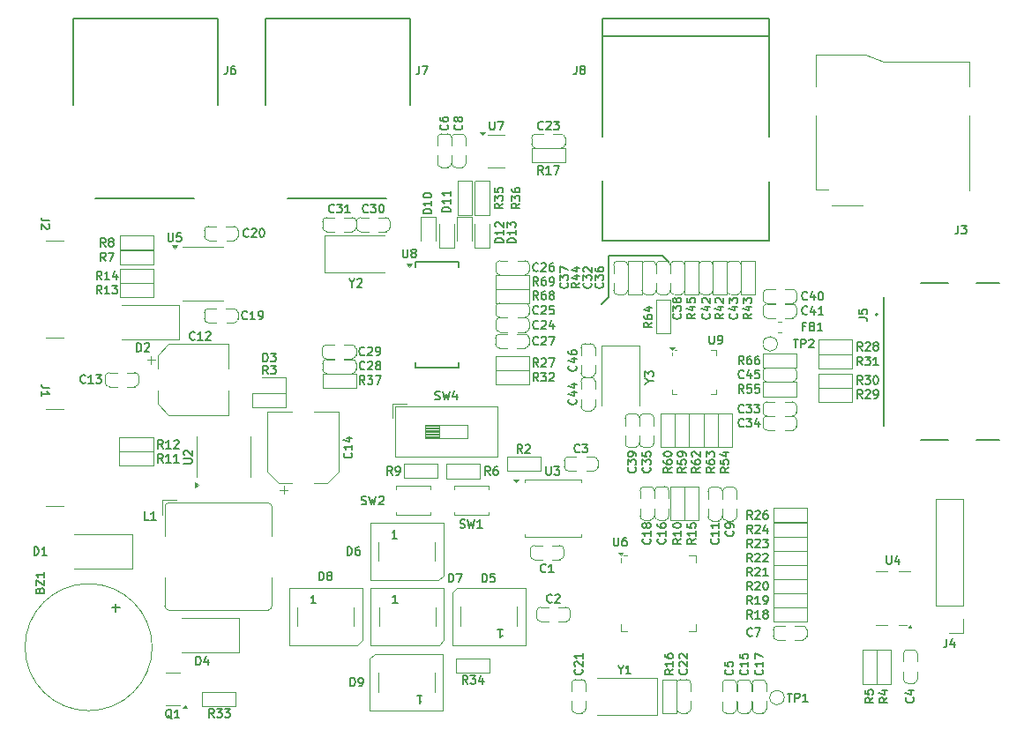
<source format=gbr>
%TF.GenerationSoftware,KiCad,Pcbnew,8.0.9-8.0.9-0~ubuntu24.04.1*%
%TF.CreationDate,2025-02-27T11:28:28+07:00*%
%TF.ProjectId,rp2040_dev,72703230-3430-45f6-9465-762e6b696361,rev?*%
%TF.SameCoordinates,Original*%
%TF.FileFunction,Legend,Top*%
%TF.FilePolarity,Positive*%
%FSLAX46Y46*%
G04 Gerber Fmt 4.6, Leading zero omitted, Abs format (unit mm)*
G04 Created by KiCad (PCBNEW 8.0.9-8.0.9-0~ubuntu24.04.1) date 2025-02-27 11:28:28*
%MOMM*%
%LPD*%
G01*
G04 APERTURE LIST*
%ADD10C,0.150000*%
%ADD11C,0.120000*%
%ADD12C,0.127000*%
%ADD13C,0.200000*%
G04 APERTURE END LIST*
D10*
X169163989Y-89750000D02*
X163960000Y-89750000D01*
X163960000Y-89750000D02*
X163960000Y-93740000D01*
X163960000Y-93740000D02*
X163280000Y-94420000D01*
X169780309Y-90366320D02*
X169163989Y-89750000D01*
X172783295Y-110084285D02*
X172402342Y-110350952D01*
X172783295Y-110541428D02*
X171983295Y-110541428D01*
X171983295Y-110541428D02*
X171983295Y-110236666D01*
X171983295Y-110236666D02*
X172021390Y-110160476D01*
X172021390Y-110160476D02*
X172059485Y-110122381D01*
X172059485Y-110122381D02*
X172135676Y-110084285D01*
X172135676Y-110084285D02*
X172249961Y-110084285D01*
X172249961Y-110084285D02*
X172326152Y-110122381D01*
X172326152Y-110122381D02*
X172364247Y-110160476D01*
X172364247Y-110160476D02*
X172402342Y-110236666D01*
X172402342Y-110236666D02*
X172402342Y-110541428D01*
X171983295Y-109398571D02*
X171983295Y-109550952D01*
X171983295Y-109550952D02*
X172021390Y-109627143D01*
X172021390Y-109627143D02*
X172059485Y-109665238D01*
X172059485Y-109665238D02*
X172173771Y-109741428D01*
X172173771Y-109741428D02*
X172326152Y-109779524D01*
X172326152Y-109779524D02*
X172630914Y-109779524D01*
X172630914Y-109779524D02*
X172707104Y-109741428D01*
X172707104Y-109741428D02*
X172745200Y-109703333D01*
X172745200Y-109703333D02*
X172783295Y-109627143D01*
X172783295Y-109627143D02*
X172783295Y-109474762D01*
X172783295Y-109474762D02*
X172745200Y-109398571D01*
X172745200Y-109398571D02*
X172707104Y-109360476D01*
X172707104Y-109360476D02*
X172630914Y-109322381D01*
X172630914Y-109322381D02*
X172440438Y-109322381D01*
X172440438Y-109322381D02*
X172364247Y-109360476D01*
X172364247Y-109360476D02*
X172326152Y-109398571D01*
X172326152Y-109398571D02*
X172288057Y-109474762D01*
X172288057Y-109474762D02*
X172288057Y-109627143D01*
X172288057Y-109627143D02*
X172326152Y-109703333D01*
X172326152Y-109703333D02*
X172364247Y-109741428D01*
X172364247Y-109741428D02*
X172440438Y-109779524D01*
X172059485Y-109017619D02*
X172021390Y-108979523D01*
X172021390Y-108979523D02*
X171983295Y-108903333D01*
X171983295Y-108903333D02*
X171983295Y-108712857D01*
X171983295Y-108712857D02*
X172021390Y-108636666D01*
X172021390Y-108636666D02*
X172059485Y-108598571D01*
X172059485Y-108598571D02*
X172135676Y-108560476D01*
X172135676Y-108560476D02*
X172211866Y-108560476D01*
X172211866Y-108560476D02*
X172326152Y-108598571D01*
X172326152Y-108598571D02*
X172783295Y-109055714D01*
X172783295Y-109055714D02*
X172783295Y-108560476D01*
X108829524Y-118522295D02*
X108829524Y-117722295D01*
X108829524Y-117722295D02*
X109020000Y-117722295D01*
X109020000Y-117722295D02*
X109134286Y-117760390D01*
X109134286Y-117760390D02*
X109210476Y-117836580D01*
X109210476Y-117836580D02*
X109248571Y-117912771D01*
X109248571Y-117912771D02*
X109286667Y-118065152D01*
X109286667Y-118065152D02*
X109286667Y-118179438D01*
X109286667Y-118179438D02*
X109248571Y-118331819D01*
X109248571Y-118331819D02*
X109210476Y-118408009D01*
X109210476Y-118408009D02*
X109134286Y-118484200D01*
X109134286Y-118484200D02*
X109020000Y-118522295D01*
X109020000Y-118522295D02*
X108829524Y-118522295D01*
X110048571Y-118522295D02*
X109591428Y-118522295D01*
X109820000Y-118522295D02*
X109820000Y-117722295D01*
X109820000Y-117722295D02*
X109743809Y-117836580D01*
X109743809Y-117836580D02*
X109667619Y-117912771D01*
X109667619Y-117912771D02*
X109591428Y-117950866D01*
X162279438Y-92354285D02*
X162317534Y-92392381D01*
X162317534Y-92392381D02*
X162355629Y-92506666D01*
X162355629Y-92506666D02*
X162355629Y-92582857D01*
X162355629Y-92582857D02*
X162317534Y-92697143D01*
X162317534Y-92697143D02*
X162241343Y-92773333D01*
X162241343Y-92773333D02*
X162165153Y-92811428D01*
X162165153Y-92811428D02*
X162012772Y-92849524D01*
X162012772Y-92849524D02*
X161898486Y-92849524D01*
X161898486Y-92849524D02*
X161746105Y-92811428D01*
X161746105Y-92811428D02*
X161669914Y-92773333D01*
X161669914Y-92773333D02*
X161593724Y-92697143D01*
X161593724Y-92697143D02*
X161555629Y-92582857D01*
X161555629Y-92582857D02*
X161555629Y-92506666D01*
X161555629Y-92506666D02*
X161593724Y-92392381D01*
X161593724Y-92392381D02*
X161631819Y-92354285D01*
X161555629Y-92087619D02*
X161555629Y-91592381D01*
X161555629Y-91592381D02*
X161860391Y-91859047D01*
X161860391Y-91859047D02*
X161860391Y-91744762D01*
X161860391Y-91744762D02*
X161898486Y-91668571D01*
X161898486Y-91668571D02*
X161936581Y-91630476D01*
X161936581Y-91630476D02*
X162012772Y-91592381D01*
X162012772Y-91592381D02*
X162203248Y-91592381D01*
X162203248Y-91592381D02*
X162279438Y-91630476D01*
X162279438Y-91630476D02*
X162317534Y-91668571D01*
X162317534Y-91668571D02*
X162355629Y-91744762D01*
X162355629Y-91744762D02*
X162355629Y-91973333D01*
X162355629Y-91973333D02*
X162317534Y-92049524D01*
X162317534Y-92049524D02*
X162279438Y-92087619D01*
X161631819Y-91287619D02*
X161593724Y-91249523D01*
X161593724Y-91249523D02*
X161555629Y-91173333D01*
X161555629Y-91173333D02*
X161555629Y-90982857D01*
X161555629Y-90982857D02*
X161593724Y-90906666D01*
X161593724Y-90906666D02*
X161631819Y-90868571D01*
X161631819Y-90868571D02*
X161708010Y-90830476D01*
X161708010Y-90830476D02*
X161784200Y-90830476D01*
X161784200Y-90830476D02*
X161898486Y-90868571D01*
X161898486Y-90868571D02*
X162355629Y-91325714D01*
X162355629Y-91325714D02*
X162355629Y-90830476D01*
X150450714Y-130872295D02*
X150184047Y-130491342D01*
X149993571Y-130872295D02*
X149993571Y-130072295D01*
X149993571Y-130072295D02*
X150298333Y-130072295D01*
X150298333Y-130072295D02*
X150374523Y-130110390D01*
X150374523Y-130110390D02*
X150412618Y-130148485D01*
X150412618Y-130148485D02*
X150450714Y-130224676D01*
X150450714Y-130224676D02*
X150450714Y-130338961D01*
X150450714Y-130338961D02*
X150412618Y-130415152D01*
X150412618Y-130415152D02*
X150374523Y-130453247D01*
X150374523Y-130453247D02*
X150298333Y-130491342D01*
X150298333Y-130491342D02*
X149993571Y-130491342D01*
X150717380Y-130072295D02*
X151212618Y-130072295D01*
X151212618Y-130072295D02*
X150945952Y-130377057D01*
X150945952Y-130377057D02*
X151060237Y-130377057D01*
X151060237Y-130377057D02*
X151136428Y-130415152D01*
X151136428Y-130415152D02*
X151174523Y-130453247D01*
X151174523Y-130453247D02*
X151212618Y-130529438D01*
X151212618Y-130529438D02*
X151212618Y-130719914D01*
X151212618Y-130719914D02*
X151174523Y-130796104D01*
X151174523Y-130796104D02*
X151136428Y-130834200D01*
X151136428Y-130834200D02*
X151060237Y-130872295D01*
X151060237Y-130872295D02*
X150831666Y-130872295D01*
X150831666Y-130872295D02*
X150755475Y-130834200D01*
X150755475Y-130834200D02*
X150717380Y-130796104D01*
X151898333Y-130338961D02*
X151898333Y-130872295D01*
X151707857Y-130034200D02*
X151517380Y-130605628D01*
X151517380Y-130605628D02*
X152012619Y-130605628D01*
X160933333Y-71504865D02*
X160933333Y-72076293D01*
X160933333Y-72076293D02*
X160895238Y-72190579D01*
X160895238Y-72190579D02*
X160819047Y-72266770D01*
X160819047Y-72266770D02*
X160704762Y-72304865D01*
X160704762Y-72304865D02*
X160628571Y-72304865D01*
X161428571Y-71847722D02*
X161352381Y-71809627D01*
X161352381Y-71809627D02*
X161314286Y-71771531D01*
X161314286Y-71771531D02*
X161276190Y-71695341D01*
X161276190Y-71695341D02*
X161276190Y-71657246D01*
X161276190Y-71657246D02*
X161314286Y-71581055D01*
X161314286Y-71581055D02*
X161352381Y-71542960D01*
X161352381Y-71542960D02*
X161428571Y-71504865D01*
X161428571Y-71504865D02*
X161580952Y-71504865D01*
X161580952Y-71504865D02*
X161657143Y-71542960D01*
X161657143Y-71542960D02*
X161695238Y-71581055D01*
X161695238Y-71581055D02*
X161733333Y-71657246D01*
X161733333Y-71657246D02*
X161733333Y-71695341D01*
X161733333Y-71695341D02*
X161695238Y-71771531D01*
X161695238Y-71771531D02*
X161657143Y-71809627D01*
X161657143Y-71809627D02*
X161580952Y-71847722D01*
X161580952Y-71847722D02*
X161428571Y-71847722D01*
X161428571Y-71847722D02*
X161352381Y-71885817D01*
X161352381Y-71885817D02*
X161314286Y-71923912D01*
X161314286Y-71923912D02*
X161276190Y-72000103D01*
X161276190Y-72000103D02*
X161276190Y-72152484D01*
X161276190Y-72152484D02*
X161314286Y-72228674D01*
X161314286Y-72228674D02*
X161352381Y-72266770D01*
X161352381Y-72266770D02*
X161428571Y-72304865D01*
X161428571Y-72304865D02*
X161580952Y-72304865D01*
X161580952Y-72304865D02*
X161657143Y-72266770D01*
X161657143Y-72266770D02*
X161695238Y-72228674D01*
X161695238Y-72228674D02*
X161733333Y-72152484D01*
X161733333Y-72152484D02*
X161733333Y-72000103D01*
X161733333Y-72000103D02*
X161695238Y-71923912D01*
X161695238Y-71923912D02*
X161657143Y-71885817D01*
X161657143Y-71885817D02*
X161580952Y-71847722D01*
X181150476Y-131792295D02*
X181607619Y-131792295D01*
X181379047Y-132592295D02*
X181379047Y-131792295D01*
X181874286Y-132592295D02*
X181874286Y-131792295D01*
X181874286Y-131792295D02*
X182179048Y-131792295D01*
X182179048Y-131792295D02*
X182255238Y-131830390D01*
X182255238Y-131830390D02*
X182293333Y-131868485D01*
X182293333Y-131868485D02*
X182331429Y-131944676D01*
X182331429Y-131944676D02*
X182331429Y-132058961D01*
X182331429Y-132058961D02*
X182293333Y-132135152D01*
X182293333Y-132135152D02*
X182255238Y-132173247D01*
X182255238Y-132173247D02*
X182179048Y-132211342D01*
X182179048Y-132211342D02*
X181874286Y-132211342D01*
X183093333Y-132592295D02*
X182636190Y-132592295D01*
X182864762Y-132592295D02*
X182864762Y-131792295D01*
X182864762Y-131792295D02*
X182788571Y-131906580D01*
X182788571Y-131906580D02*
X182712381Y-131982771D01*
X182712381Y-131982771D02*
X182636190Y-132020866D01*
X183065714Y-95336104D02*
X183027618Y-95374200D01*
X183027618Y-95374200D02*
X182913333Y-95412295D01*
X182913333Y-95412295D02*
X182837142Y-95412295D01*
X182837142Y-95412295D02*
X182722856Y-95374200D01*
X182722856Y-95374200D02*
X182646666Y-95298009D01*
X182646666Y-95298009D02*
X182608571Y-95221819D01*
X182608571Y-95221819D02*
X182570475Y-95069438D01*
X182570475Y-95069438D02*
X182570475Y-94955152D01*
X182570475Y-94955152D02*
X182608571Y-94802771D01*
X182608571Y-94802771D02*
X182646666Y-94726580D01*
X182646666Y-94726580D02*
X182722856Y-94650390D01*
X182722856Y-94650390D02*
X182837142Y-94612295D01*
X182837142Y-94612295D02*
X182913333Y-94612295D01*
X182913333Y-94612295D02*
X183027618Y-94650390D01*
X183027618Y-94650390D02*
X183065714Y-94688485D01*
X183751428Y-94878961D02*
X183751428Y-95412295D01*
X183560952Y-94574200D02*
X183370475Y-95145628D01*
X183370475Y-95145628D02*
X183865714Y-95145628D01*
X184589523Y-95412295D02*
X184132380Y-95412295D01*
X184360952Y-95412295D02*
X184360952Y-94612295D01*
X184360952Y-94612295D02*
X184284761Y-94726580D01*
X184284761Y-94726580D02*
X184208571Y-94802771D01*
X184208571Y-94802771D02*
X184132380Y-94840866D01*
X121208714Y-109610295D02*
X120942047Y-109229342D01*
X120751571Y-109610295D02*
X120751571Y-108810295D01*
X120751571Y-108810295D02*
X121056333Y-108810295D01*
X121056333Y-108810295D02*
X121132523Y-108848390D01*
X121132523Y-108848390D02*
X121170618Y-108886485D01*
X121170618Y-108886485D02*
X121208714Y-108962676D01*
X121208714Y-108962676D02*
X121208714Y-109076961D01*
X121208714Y-109076961D02*
X121170618Y-109153152D01*
X121170618Y-109153152D02*
X121132523Y-109191247D01*
X121132523Y-109191247D02*
X121056333Y-109229342D01*
X121056333Y-109229342D02*
X120751571Y-109229342D01*
X121970618Y-109610295D02*
X121513475Y-109610295D01*
X121742047Y-109610295D02*
X121742047Y-108810295D01*
X121742047Y-108810295D02*
X121665856Y-108924580D01*
X121665856Y-108924580D02*
X121589666Y-109000771D01*
X121589666Y-109000771D02*
X121513475Y-109038866D01*
X122732523Y-109610295D02*
X122275380Y-109610295D01*
X122503952Y-109610295D02*
X122503952Y-108810295D01*
X122503952Y-108810295D02*
X122427761Y-108924580D01*
X122427761Y-108924580D02*
X122351571Y-109000771D01*
X122351571Y-109000771D02*
X122275380Y-109038866D01*
X161416104Y-129478630D02*
X161454200Y-129516726D01*
X161454200Y-129516726D02*
X161492295Y-129631011D01*
X161492295Y-129631011D02*
X161492295Y-129707202D01*
X161492295Y-129707202D02*
X161454200Y-129821488D01*
X161454200Y-129821488D02*
X161378009Y-129897678D01*
X161378009Y-129897678D02*
X161301819Y-129935773D01*
X161301819Y-129935773D02*
X161149438Y-129973869D01*
X161149438Y-129973869D02*
X161035152Y-129973869D01*
X161035152Y-129973869D02*
X160882771Y-129935773D01*
X160882771Y-129935773D02*
X160806580Y-129897678D01*
X160806580Y-129897678D02*
X160730390Y-129821488D01*
X160730390Y-129821488D02*
X160692295Y-129707202D01*
X160692295Y-129707202D02*
X160692295Y-129631011D01*
X160692295Y-129631011D02*
X160730390Y-129516726D01*
X160730390Y-129516726D02*
X160768485Y-129478630D01*
X160768485Y-129173869D02*
X160730390Y-129135773D01*
X160730390Y-129135773D02*
X160692295Y-129059583D01*
X160692295Y-129059583D02*
X160692295Y-128869107D01*
X160692295Y-128869107D02*
X160730390Y-128792916D01*
X160730390Y-128792916D02*
X160768485Y-128754821D01*
X160768485Y-128754821D02*
X160844676Y-128716726D01*
X160844676Y-128716726D02*
X160920866Y-128716726D01*
X160920866Y-128716726D02*
X161035152Y-128754821D01*
X161035152Y-128754821D02*
X161492295Y-129211964D01*
X161492295Y-129211964D02*
X161492295Y-128716726D01*
X161492295Y-127954821D02*
X161492295Y-128411964D01*
X161492295Y-128183392D02*
X160692295Y-128183392D01*
X160692295Y-128183392D02*
X160806580Y-128259583D01*
X160806580Y-128259583D02*
X160882771Y-128335773D01*
X160882771Y-128335773D02*
X160920866Y-128411964D01*
X124245714Y-97776104D02*
X124207618Y-97814200D01*
X124207618Y-97814200D02*
X124093333Y-97852295D01*
X124093333Y-97852295D02*
X124017142Y-97852295D01*
X124017142Y-97852295D02*
X123902856Y-97814200D01*
X123902856Y-97814200D02*
X123826666Y-97738009D01*
X123826666Y-97738009D02*
X123788571Y-97661819D01*
X123788571Y-97661819D02*
X123750475Y-97509438D01*
X123750475Y-97509438D02*
X123750475Y-97395152D01*
X123750475Y-97395152D02*
X123788571Y-97242771D01*
X123788571Y-97242771D02*
X123826666Y-97166580D01*
X123826666Y-97166580D02*
X123902856Y-97090390D01*
X123902856Y-97090390D02*
X124017142Y-97052295D01*
X124017142Y-97052295D02*
X124093333Y-97052295D01*
X124093333Y-97052295D02*
X124207618Y-97090390D01*
X124207618Y-97090390D02*
X124245714Y-97128485D01*
X125007618Y-97852295D02*
X124550475Y-97852295D01*
X124779047Y-97852295D02*
X124779047Y-97052295D01*
X124779047Y-97052295D02*
X124702856Y-97166580D01*
X124702856Y-97166580D02*
X124626666Y-97242771D01*
X124626666Y-97242771D02*
X124550475Y-97280866D01*
X125312380Y-97128485D02*
X125350476Y-97090390D01*
X125350476Y-97090390D02*
X125426666Y-97052295D01*
X125426666Y-97052295D02*
X125617142Y-97052295D01*
X125617142Y-97052295D02*
X125693333Y-97090390D01*
X125693333Y-97090390D02*
X125731428Y-97128485D01*
X125731428Y-97128485D02*
X125769523Y-97204676D01*
X125769523Y-97204676D02*
X125769523Y-97280866D01*
X125769523Y-97280866D02*
X125731428Y-97395152D01*
X125731428Y-97395152D02*
X125274285Y-97852295D01*
X125274285Y-97852295D02*
X125769523Y-97852295D01*
X196443333Y-126537295D02*
X196443333Y-127108723D01*
X196443333Y-127108723D02*
X196405238Y-127223009D01*
X196405238Y-127223009D02*
X196329047Y-127299200D01*
X196329047Y-127299200D02*
X196214762Y-127337295D01*
X196214762Y-127337295D02*
X196138571Y-127337295D01*
X197167143Y-126803961D02*
X197167143Y-127337295D01*
X196976667Y-126499200D02*
X196786190Y-127070628D01*
X196786190Y-127070628D02*
X197281429Y-127070628D01*
X188333714Y-103452295D02*
X188067047Y-103071342D01*
X187876571Y-103452295D02*
X187876571Y-102652295D01*
X187876571Y-102652295D02*
X188181333Y-102652295D01*
X188181333Y-102652295D02*
X188257523Y-102690390D01*
X188257523Y-102690390D02*
X188295618Y-102728485D01*
X188295618Y-102728485D02*
X188333714Y-102804676D01*
X188333714Y-102804676D02*
X188333714Y-102918961D01*
X188333714Y-102918961D02*
X188295618Y-102995152D01*
X188295618Y-102995152D02*
X188257523Y-103033247D01*
X188257523Y-103033247D02*
X188181333Y-103071342D01*
X188181333Y-103071342D02*
X187876571Y-103071342D01*
X188638475Y-102728485D02*
X188676571Y-102690390D01*
X188676571Y-102690390D02*
X188752761Y-102652295D01*
X188752761Y-102652295D02*
X188943237Y-102652295D01*
X188943237Y-102652295D02*
X189019428Y-102690390D01*
X189019428Y-102690390D02*
X189057523Y-102728485D01*
X189057523Y-102728485D02*
X189095618Y-102804676D01*
X189095618Y-102804676D02*
X189095618Y-102880866D01*
X189095618Y-102880866D02*
X189057523Y-102995152D01*
X189057523Y-102995152D02*
X188600380Y-103452295D01*
X188600380Y-103452295D02*
X189095618Y-103452295D01*
X189476571Y-103452295D02*
X189628952Y-103452295D01*
X189628952Y-103452295D02*
X189705142Y-103414200D01*
X189705142Y-103414200D02*
X189743238Y-103376104D01*
X189743238Y-103376104D02*
X189819428Y-103261819D01*
X189819428Y-103261819D02*
X189857523Y-103109438D01*
X189857523Y-103109438D02*
X189857523Y-102804676D01*
X189857523Y-102804676D02*
X189819428Y-102728485D01*
X189819428Y-102728485D02*
X189781333Y-102690390D01*
X189781333Y-102690390D02*
X189705142Y-102652295D01*
X189705142Y-102652295D02*
X189552761Y-102652295D01*
X189552761Y-102652295D02*
X189476571Y-102690390D01*
X189476571Y-102690390D02*
X189438476Y-102728485D01*
X189438476Y-102728485D02*
X189400380Y-102804676D01*
X189400380Y-102804676D02*
X189400380Y-102995152D01*
X189400380Y-102995152D02*
X189438476Y-103071342D01*
X189438476Y-103071342D02*
X189476571Y-103109438D01*
X189476571Y-103109438D02*
X189552761Y-103147533D01*
X189552761Y-103147533D02*
X189705142Y-103147533D01*
X189705142Y-103147533D02*
X189781333Y-103109438D01*
X189781333Y-103109438D02*
X189819428Y-103071342D01*
X189819428Y-103071342D02*
X189857523Y-102995152D01*
X140551714Y-99238104D02*
X140513618Y-99276200D01*
X140513618Y-99276200D02*
X140399333Y-99314295D01*
X140399333Y-99314295D02*
X140323142Y-99314295D01*
X140323142Y-99314295D02*
X140208856Y-99276200D01*
X140208856Y-99276200D02*
X140132666Y-99200009D01*
X140132666Y-99200009D02*
X140094571Y-99123819D01*
X140094571Y-99123819D02*
X140056475Y-98971438D01*
X140056475Y-98971438D02*
X140056475Y-98857152D01*
X140056475Y-98857152D02*
X140094571Y-98704771D01*
X140094571Y-98704771D02*
X140132666Y-98628580D01*
X140132666Y-98628580D02*
X140208856Y-98552390D01*
X140208856Y-98552390D02*
X140323142Y-98514295D01*
X140323142Y-98514295D02*
X140399333Y-98514295D01*
X140399333Y-98514295D02*
X140513618Y-98552390D01*
X140513618Y-98552390D02*
X140551714Y-98590485D01*
X140856475Y-98590485D02*
X140894571Y-98552390D01*
X140894571Y-98552390D02*
X140970761Y-98514295D01*
X140970761Y-98514295D02*
X141161237Y-98514295D01*
X141161237Y-98514295D02*
X141237428Y-98552390D01*
X141237428Y-98552390D02*
X141275523Y-98590485D01*
X141275523Y-98590485D02*
X141313618Y-98666676D01*
X141313618Y-98666676D02*
X141313618Y-98742866D01*
X141313618Y-98742866D02*
X141275523Y-98857152D01*
X141275523Y-98857152D02*
X140818380Y-99314295D01*
X140818380Y-99314295D02*
X141313618Y-99314295D01*
X141694571Y-99314295D02*
X141846952Y-99314295D01*
X141846952Y-99314295D02*
X141923142Y-99276200D01*
X141923142Y-99276200D02*
X141961238Y-99238104D01*
X141961238Y-99238104D02*
X142037428Y-99123819D01*
X142037428Y-99123819D02*
X142075523Y-98971438D01*
X142075523Y-98971438D02*
X142075523Y-98666676D01*
X142075523Y-98666676D02*
X142037428Y-98590485D01*
X142037428Y-98590485D02*
X141999333Y-98552390D01*
X141999333Y-98552390D02*
X141923142Y-98514295D01*
X141923142Y-98514295D02*
X141770761Y-98514295D01*
X141770761Y-98514295D02*
X141694571Y-98552390D01*
X141694571Y-98552390D02*
X141656476Y-98590485D01*
X141656476Y-98590485D02*
X141618380Y-98666676D01*
X141618380Y-98666676D02*
X141618380Y-98857152D01*
X141618380Y-98857152D02*
X141656476Y-98933342D01*
X141656476Y-98933342D02*
X141694571Y-98971438D01*
X141694571Y-98971438D02*
X141770761Y-99009533D01*
X141770761Y-99009533D02*
X141923142Y-99009533D01*
X141923142Y-99009533D02*
X141999333Y-98971438D01*
X141999333Y-98971438D02*
X142037428Y-98933342D01*
X142037428Y-98933342D02*
X142075523Y-98857152D01*
X144260476Y-89122295D02*
X144260476Y-89769914D01*
X144260476Y-89769914D02*
X144298571Y-89846104D01*
X144298571Y-89846104D02*
X144336666Y-89884200D01*
X144336666Y-89884200D02*
X144412857Y-89922295D01*
X144412857Y-89922295D02*
X144565238Y-89922295D01*
X144565238Y-89922295D02*
X144641428Y-89884200D01*
X144641428Y-89884200D02*
X144679523Y-89846104D01*
X144679523Y-89846104D02*
X144717619Y-89769914D01*
X144717619Y-89769914D02*
X144717619Y-89122295D01*
X145212856Y-89465152D02*
X145136666Y-89427057D01*
X145136666Y-89427057D02*
X145098571Y-89388961D01*
X145098571Y-89388961D02*
X145060475Y-89312771D01*
X145060475Y-89312771D02*
X145060475Y-89274676D01*
X145060475Y-89274676D02*
X145098571Y-89198485D01*
X145098571Y-89198485D02*
X145136666Y-89160390D01*
X145136666Y-89160390D02*
X145212856Y-89122295D01*
X145212856Y-89122295D02*
X145365237Y-89122295D01*
X145365237Y-89122295D02*
X145441428Y-89160390D01*
X145441428Y-89160390D02*
X145479523Y-89198485D01*
X145479523Y-89198485D02*
X145517618Y-89274676D01*
X145517618Y-89274676D02*
X145517618Y-89312771D01*
X145517618Y-89312771D02*
X145479523Y-89388961D01*
X145479523Y-89388961D02*
X145441428Y-89427057D01*
X145441428Y-89427057D02*
X145365237Y-89465152D01*
X145365237Y-89465152D02*
X145212856Y-89465152D01*
X145212856Y-89465152D02*
X145136666Y-89503247D01*
X145136666Y-89503247D02*
X145098571Y-89541342D01*
X145098571Y-89541342D02*
X145060475Y-89617533D01*
X145060475Y-89617533D02*
X145060475Y-89769914D01*
X145060475Y-89769914D02*
X145098571Y-89846104D01*
X145098571Y-89846104D02*
X145136666Y-89884200D01*
X145136666Y-89884200D02*
X145212856Y-89922295D01*
X145212856Y-89922295D02*
X145365237Y-89922295D01*
X145365237Y-89922295D02*
X145441428Y-89884200D01*
X145441428Y-89884200D02*
X145479523Y-89846104D01*
X145479523Y-89846104D02*
X145517618Y-89769914D01*
X145517618Y-89769914D02*
X145517618Y-89617533D01*
X145517618Y-89617533D02*
X145479523Y-89541342D01*
X145479523Y-89541342D02*
X145441428Y-89503247D01*
X145441428Y-89503247D02*
X145365237Y-89465152D01*
X173650476Y-97422295D02*
X173650476Y-98069914D01*
X173650476Y-98069914D02*
X173688571Y-98146104D01*
X173688571Y-98146104D02*
X173726666Y-98184200D01*
X173726666Y-98184200D02*
X173802857Y-98222295D01*
X173802857Y-98222295D02*
X173955238Y-98222295D01*
X173955238Y-98222295D02*
X174031428Y-98184200D01*
X174031428Y-98184200D02*
X174069523Y-98146104D01*
X174069523Y-98146104D02*
X174107619Y-98069914D01*
X174107619Y-98069914D02*
X174107619Y-97422295D01*
X174526666Y-98222295D02*
X174679047Y-98222295D01*
X174679047Y-98222295D02*
X174755237Y-98184200D01*
X174755237Y-98184200D02*
X174793333Y-98146104D01*
X174793333Y-98146104D02*
X174869523Y-98031819D01*
X174869523Y-98031819D02*
X174907618Y-97879438D01*
X174907618Y-97879438D02*
X174907618Y-97574676D01*
X174907618Y-97574676D02*
X174869523Y-97498485D01*
X174869523Y-97498485D02*
X174831428Y-97460390D01*
X174831428Y-97460390D02*
X174755237Y-97422295D01*
X174755237Y-97422295D02*
X174602856Y-97422295D01*
X174602856Y-97422295D02*
X174526666Y-97460390D01*
X174526666Y-97460390D02*
X174488571Y-97498485D01*
X174488571Y-97498485D02*
X174450475Y-97574676D01*
X174450475Y-97574676D02*
X174450475Y-97765152D01*
X174450475Y-97765152D02*
X174488571Y-97841342D01*
X174488571Y-97841342D02*
X174526666Y-97879438D01*
X174526666Y-97879438D02*
X174602856Y-97917533D01*
X174602856Y-97917533D02*
X174755237Y-97917533D01*
X174755237Y-97917533D02*
X174831428Y-97879438D01*
X174831428Y-97879438D02*
X174869523Y-97841342D01*
X174869523Y-97841342D02*
X174907618Y-97765152D01*
X115318714Y-92044295D02*
X115052047Y-91663342D01*
X114861571Y-92044295D02*
X114861571Y-91244295D01*
X114861571Y-91244295D02*
X115166333Y-91244295D01*
X115166333Y-91244295D02*
X115242523Y-91282390D01*
X115242523Y-91282390D02*
X115280618Y-91320485D01*
X115280618Y-91320485D02*
X115318714Y-91396676D01*
X115318714Y-91396676D02*
X115318714Y-91510961D01*
X115318714Y-91510961D02*
X115280618Y-91587152D01*
X115280618Y-91587152D02*
X115242523Y-91625247D01*
X115242523Y-91625247D02*
X115166333Y-91663342D01*
X115166333Y-91663342D02*
X114861571Y-91663342D01*
X116080618Y-92044295D02*
X115623475Y-92044295D01*
X115852047Y-92044295D02*
X115852047Y-91244295D01*
X115852047Y-91244295D02*
X115775856Y-91358580D01*
X115775856Y-91358580D02*
X115699666Y-91434771D01*
X115699666Y-91434771D02*
X115623475Y-91472866D01*
X116766333Y-91510961D02*
X116766333Y-92044295D01*
X116575857Y-91206200D02*
X116385380Y-91777628D01*
X116385380Y-91777628D02*
X116880619Y-91777628D01*
X177765714Y-116415295D02*
X177499047Y-116034342D01*
X177308571Y-116415295D02*
X177308571Y-115615295D01*
X177308571Y-115615295D02*
X177613333Y-115615295D01*
X177613333Y-115615295D02*
X177689523Y-115653390D01*
X177689523Y-115653390D02*
X177727618Y-115691485D01*
X177727618Y-115691485D02*
X177765714Y-115767676D01*
X177765714Y-115767676D02*
X177765714Y-115881961D01*
X177765714Y-115881961D02*
X177727618Y-115958152D01*
X177727618Y-115958152D02*
X177689523Y-115996247D01*
X177689523Y-115996247D02*
X177613333Y-116034342D01*
X177613333Y-116034342D02*
X177308571Y-116034342D01*
X178070475Y-115691485D02*
X178108571Y-115653390D01*
X178108571Y-115653390D02*
X178184761Y-115615295D01*
X178184761Y-115615295D02*
X178375237Y-115615295D01*
X178375237Y-115615295D02*
X178451428Y-115653390D01*
X178451428Y-115653390D02*
X178489523Y-115691485D01*
X178489523Y-115691485D02*
X178527618Y-115767676D01*
X178527618Y-115767676D02*
X178527618Y-115843866D01*
X178527618Y-115843866D02*
X178489523Y-115958152D01*
X178489523Y-115958152D02*
X178032380Y-116415295D01*
X178032380Y-116415295D02*
X178527618Y-116415295D01*
X179213333Y-115881961D02*
X179213333Y-116415295D01*
X179022857Y-115577200D02*
X178832380Y-116148628D01*
X178832380Y-116148628D02*
X179327619Y-116148628D01*
X152606667Y-110822295D02*
X152340000Y-110441342D01*
X152149524Y-110822295D02*
X152149524Y-110022295D01*
X152149524Y-110022295D02*
X152454286Y-110022295D01*
X152454286Y-110022295D02*
X152530476Y-110060390D01*
X152530476Y-110060390D02*
X152568571Y-110098485D01*
X152568571Y-110098485D02*
X152606667Y-110174676D01*
X152606667Y-110174676D02*
X152606667Y-110288961D01*
X152606667Y-110288961D02*
X152568571Y-110365152D01*
X152568571Y-110365152D02*
X152530476Y-110403247D01*
X152530476Y-110403247D02*
X152454286Y-110441342D01*
X152454286Y-110441342D02*
X152149524Y-110441342D01*
X153292381Y-110022295D02*
X153140000Y-110022295D01*
X153140000Y-110022295D02*
X153063809Y-110060390D01*
X153063809Y-110060390D02*
X153025714Y-110098485D01*
X153025714Y-110098485D02*
X152949524Y-110212771D01*
X152949524Y-110212771D02*
X152911428Y-110365152D01*
X152911428Y-110365152D02*
X152911428Y-110669914D01*
X152911428Y-110669914D02*
X152949524Y-110746104D01*
X152949524Y-110746104D02*
X152987619Y-110784200D01*
X152987619Y-110784200D02*
X153063809Y-110822295D01*
X153063809Y-110822295D02*
X153216190Y-110822295D01*
X153216190Y-110822295D02*
X153292381Y-110784200D01*
X153292381Y-110784200D02*
X153330476Y-110746104D01*
X153330476Y-110746104D02*
X153368571Y-110669914D01*
X153368571Y-110669914D02*
X153368571Y-110479438D01*
X153368571Y-110479438D02*
X153330476Y-110403247D01*
X153330476Y-110403247D02*
X153292381Y-110365152D01*
X153292381Y-110365152D02*
X153216190Y-110327057D01*
X153216190Y-110327057D02*
X153063809Y-110327057D01*
X153063809Y-110327057D02*
X152987619Y-110365152D01*
X152987619Y-110365152D02*
X152949524Y-110403247D01*
X152949524Y-110403247D02*
X152911428Y-110479438D01*
X155475295Y-84744285D02*
X155094342Y-85010952D01*
X155475295Y-85201428D02*
X154675295Y-85201428D01*
X154675295Y-85201428D02*
X154675295Y-84896666D01*
X154675295Y-84896666D02*
X154713390Y-84820476D01*
X154713390Y-84820476D02*
X154751485Y-84782381D01*
X154751485Y-84782381D02*
X154827676Y-84744285D01*
X154827676Y-84744285D02*
X154941961Y-84744285D01*
X154941961Y-84744285D02*
X155018152Y-84782381D01*
X155018152Y-84782381D02*
X155056247Y-84820476D01*
X155056247Y-84820476D02*
X155094342Y-84896666D01*
X155094342Y-84896666D02*
X155094342Y-85201428D01*
X154675295Y-84477619D02*
X154675295Y-83982381D01*
X154675295Y-83982381D02*
X154980057Y-84249047D01*
X154980057Y-84249047D02*
X154980057Y-84134762D01*
X154980057Y-84134762D02*
X155018152Y-84058571D01*
X155018152Y-84058571D02*
X155056247Y-84020476D01*
X155056247Y-84020476D02*
X155132438Y-83982381D01*
X155132438Y-83982381D02*
X155322914Y-83982381D01*
X155322914Y-83982381D02*
X155399104Y-84020476D01*
X155399104Y-84020476D02*
X155437200Y-84058571D01*
X155437200Y-84058571D02*
X155475295Y-84134762D01*
X155475295Y-84134762D02*
X155475295Y-84363333D01*
X155475295Y-84363333D02*
X155437200Y-84439524D01*
X155437200Y-84439524D02*
X155399104Y-84477619D01*
X154675295Y-83296666D02*
X154675295Y-83449047D01*
X154675295Y-83449047D02*
X154713390Y-83525238D01*
X154713390Y-83525238D02*
X154751485Y-83563333D01*
X154751485Y-83563333D02*
X154865771Y-83639523D01*
X154865771Y-83639523D02*
X155018152Y-83677619D01*
X155018152Y-83677619D02*
X155322914Y-83677619D01*
X155322914Y-83677619D02*
X155399104Y-83639523D01*
X155399104Y-83639523D02*
X155437200Y-83601428D01*
X155437200Y-83601428D02*
X155475295Y-83525238D01*
X155475295Y-83525238D02*
X155475295Y-83372857D01*
X155475295Y-83372857D02*
X155437200Y-83296666D01*
X155437200Y-83296666D02*
X155399104Y-83258571D01*
X155399104Y-83258571D02*
X155322914Y-83220476D01*
X155322914Y-83220476D02*
X155132438Y-83220476D01*
X155132438Y-83220476D02*
X155056247Y-83258571D01*
X155056247Y-83258571D02*
X155018152Y-83296666D01*
X155018152Y-83296666D02*
X154980057Y-83372857D01*
X154980057Y-83372857D02*
X154980057Y-83525238D01*
X154980057Y-83525238D02*
X155018152Y-83601428D01*
X155018152Y-83601428D02*
X155056247Y-83639523D01*
X155056247Y-83639523D02*
X155132438Y-83677619D01*
X157235714Y-93952295D02*
X156969047Y-93571342D01*
X156778571Y-93952295D02*
X156778571Y-93152295D01*
X156778571Y-93152295D02*
X157083333Y-93152295D01*
X157083333Y-93152295D02*
X157159523Y-93190390D01*
X157159523Y-93190390D02*
X157197618Y-93228485D01*
X157197618Y-93228485D02*
X157235714Y-93304676D01*
X157235714Y-93304676D02*
X157235714Y-93418961D01*
X157235714Y-93418961D02*
X157197618Y-93495152D01*
X157197618Y-93495152D02*
X157159523Y-93533247D01*
X157159523Y-93533247D02*
X157083333Y-93571342D01*
X157083333Y-93571342D02*
X156778571Y-93571342D01*
X157921428Y-93152295D02*
X157769047Y-93152295D01*
X157769047Y-93152295D02*
X157692856Y-93190390D01*
X157692856Y-93190390D02*
X157654761Y-93228485D01*
X157654761Y-93228485D02*
X157578571Y-93342771D01*
X157578571Y-93342771D02*
X157540475Y-93495152D01*
X157540475Y-93495152D02*
X157540475Y-93799914D01*
X157540475Y-93799914D02*
X157578571Y-93876104D01*
X157578571Y-93876104D02*
X157616666Y-93914200D01*
X157616666Y-93914200D02*
X157692856Y-93952295D01*
X157692856Y-93952295D02*
X157845237Y-93952295D01*
X157845237Y-93952295D02*
X157921428Y-93914200D01*
X157921428Y-93914200D02*
X157959523Y-93876104D01*
X157959523Y-93876104D02*
X157997618Y-93799914D01*
X157997618Y-93799914D02*
X157997618Y-93609438D01*
X157997618Y-93609438D02*
X157959523Y-93533247D01*
X157959523Y-93533247D02*
X157921428Y-93495152D01*
X157921428Y-93495152D02*
X157845237Y-93457057D01*
X157845237Y-93457057D02*
X157692856Y-93457057D01*
X157692856Y-93457057D02*
X157616666Y-93495152D01*
X157616666Y-93495152D02*
X157578571Y-93533247D01*
X157578571Y-93533247D02*
X157540475Y-93609438D01*
X158454761Y-93495152D02*
X158378571Y-93457057D01*
X158378571Y-93457057D02*
X158340476Y-93418961D01*
X158340476Y-93418961D02*
X158302380Y-93342771D01*
X158302380Y-93342771D02*
X158302380Y-93304676D01*
X158302380Y-93304676D02*
X158340476Y-93228485D01*
X158340476Y-93228485D02*
X158378571Y-93190390D01*
X158378571Y-93190390D02*
X158454761Y-93152295D01*
X158454761Y-93152295D02*
X158607142Y-93152295D01*
X158607142Y-93152295D02*
X158683333Y-93190390D01*
X158683333Y-93190390D02*
X158721428Y-93228485D01*
X158721428Y-93228485D02*
X158759523Y-93304676D01*
X158759523Y-93304676D02*
X158759523Y-93342771D01*
X158759523Y-93342771D02*
X158721428Y-93418961D01*
X158721428Y-93418961D02*
X158683333Y-93457057D01*
X158683333Y-93457057D02*
X158607142Y-93495152D01*
X158607142Y-93495152D02*
X158454761Y-93495152D01*
X158454761Y-93495152D02*
X158378571Y-93533247D01*
X158378571Y-93533247D02*
X158340476Y-93571342D01*
X158340476Y-93571342D02*
X158302380Y-93647533D01*
X158302380Y-93647533D02*
X158302380Y-93799914D01*
X158302380Y-93799914D02*
X158340476Y-93876104D01*
X158340476Y-93876104D02*
X158378571Y-93914200D01*
X158378571Y-93914200D02*
X158454761Y-93952295D01*
X158454761Y-93952295D02*
X158607142Y-93952295D01*
X158607142Y-93952295D02*
X158683333Y-93914200D01*
X158683333Y-93914200D02*
X158721428Y-93876104D01*
X158721428Y-93876104D02*
X158759523Y-93799914D01*
X158759523Y-93799914D02*
X158759523Y-93647533D01*
X158759523Y-93647533D02*
X158721428Y-93571342D01*
X158721428Y-93571342D02*
X158683333Y-93533247D01*
X158683333Y-93533247D02*
X158607142Y-93495152D01*
X115696667Y-90259295D02*
X115430000Y-89878342D01*
X115239524Y-90259295D02*
X115239524Y-89459295D01*
X115239524Y-89459295D02*
X115544286Y-89459295D01*
X115544286Y-89459295D02*
X115620476Y-89497390D01*
X115620476Y-89497390D02*
X115658571Y-89535485D01*
X115658571Y-89535485D02*
X115696667Y-89611676D01*
X115696667Y-89611676D02*
X115696667Y-89725961D01*
X115696667Y-89725961D02*
X115658571Y-89802152D01*
X115658571Y-89802152D02*
X115620476Y-89840247D01*
X115620476Y-89840247D02*
X115544286Y-89878342D01*
X115544286Y-89878342D02*
X115239524Y-89878342D01*
X115963333Y-89459295D02*
X116496667Y-89459295D01*
X116496667Y-89459295D02*
X116153809Y-90259295D01*
X188333714Y-102096295D02*
X188067047Y-101715342D01*
X187876571Y-102096295D02*
X187876571Y-101296295D01*
X187876571Y-101296295D02*
X188181333Y-101296295D01*
X188181333Y-101296295D02*
X188257523Y-101334390D01*
X188257523Y-101334390D02*
X188295618Y-101372485D01*
X188295618Y-101372485D02*
X188333714Y-101448676D01*
X188333714Y-101448676D02*
X188333714Y-101562961D01*
X188333714Y-101562961D02*
X188295618Y-101639152D01*
X188295618Y-101639152D02*
X188257523Y-101677247D01*
X188257523Y-101677247D02*
X188181333Y-101715342D01*
X188181333Y-101715342D02*
X187876571Y-101715342D01*
X188600380Y-101296295D02*
X189095618Y-101296295D01*
X189095618Y-101296295D02*
X188828952Y-101601057D01*
X188828952Y-101601057D02*
X188943237Y-101601057D01*
X188943237Y-101601057D02*
X189019428Y-101639152D01*
X189019428Y-101639152D02*
X189057523Y-101677247D01*
X189057523Y-101677247D02*
X189095618Y-101753438D01*
X189095618Y-101753438D02*
X189095618Y-101943914D01*
X189095618Y-101943914D02*
X189057523Y-102020104D01*
X189057523Y-102020104D02*
X189019428Y-102058200D01*
X189019428Y-102058200D02*
X188943237Y-102096295D01*
X188943237Y-102096295D02*
X188714666Y-102096295D01*
X188714666Y-102096295D02*
X188638475Y-102058200D01*
X188638475Y-102058200D02*
X188600380Y-102020104D01*
X189590857Y-101296295D02*
X189667047Y-101296295D01*
X189667047Y-101296295D02*
X189743238Y-101334390D01*
X189743238Y-101334390D02*
X189781333Y-101372485D01*
X189781333Y-101372485D02*
X189819428Y-101448676D01*
X189819428Y-101448676D02*
X189857523Y-101601057D01*
X189857523Y-101601057D02*
X189857523Y-101791533D01*
X189857523Y-101791533D02*
X189819428Y-101943914D01*
X189819428Y-101943914D02*
X189781333Y-102020104D01*
X189781333Y-102020104D02*
X189743238Y-102058200D01*
X189743238Y-102058200D02*
X189667047Y-102096295D01*
X189667047Y-102096295D02*
X189590857Y-102096295D01*
X189590857Y-102096295D02*
X189514666Y-102058200D01*
X189514666Y-102058200D02*
X189476571Y-102020104D01*
X189476571Y-102020104D02*
X189438476Y-101943914D01*
X189438476Y-101943914D02*
X189400380Y-101791533D01*
X189400380Y-101791533D02*
X189400380Y-101601057D01*
X189400380Y-101601057D02*
X189438476Y-101448676D01*
X189438476Y-101448676D02*
X189476571Y-101372485D01*
X189476571Y-101372485D02*
X189514666Y-101334390D01*
X189514666Y-101334390D02*
X189590857Y-101296295D01*
X188002295Y-95686666D02*
X188573723Y-95686666D01*
X188573723Y-95686666D02*
X188688009Y-95724761D01*
X188688009Y-95724761D02*
X188764200Y-95800952D01*
X188764200Y-95800952D02*
X188802295Y-95915237D01*
X188802295Y-95915237D02*
X188802295Y-95991428D01*
X188002295Y-94924761D02*
X188002295Y-95305713D01*
X188002295Y-95305713D02*
X188383247Y-95343809D01*
X188383247Y-95343809D02*
X188345152Y-95305713D01*
X188345152Y-95305713D02*
X188307057Y-95229523D01*
X188307057Y-95229523D02*
X188307057Y-95039047D01*
X188307057Y-95039047D02*
X188345152Y-94962856D01*
X188345152Y-94962856D02*
X188383247Y-94924761D01*
X188383247Y-94924761D02*
X188459438Y-94886666D01*
X188459438Y-94886666D02*
X188649914Y-94886666D01*
X188649914Y-94886666D02*
X188726104Y-94924761D01*
X188726104Y-94924761D02*
X188764200Y-94962856D01*
X188764200Y-94962856D02*
X188802295Y-95039047D01*
X188802295Y-95039047D02*
X188802295Y-95229523D01*
X188802295Y-95229523D02*
X188764200Y-95305713D01*
X188764200Y-95305713D02*
X188726104Y-95343809D01*
X158018476Y-110012295D02*
X158018476Y-110659914D01*
X158018476Y-110659914D02*
X158056571Y-110736104D01*
X158056571Y-110736104D02*
X158094666Y-110774200D01*
X158094666Y-110774200D02*
X158170857Y-110812295D01*
X158170857Y-110812295D02*
X158323238Y-110812295D01*
X158323238Y-110812295D02*
X158399428Y-110774200D01*
X158399428Y-110774200D02*
X158437523Y-110736104D01*
X158437523Y-110736104D02*
X158475619Y-110659914D01*
X158475619Y-110659914D02*
X158475619Y-110012295D01*
X158780380Y-110012295D02*
X159275618Y-110012295D01*
X159275618Y-110012295D02*
X159008952Y-110317057D01*
X159008952Y-110317057D02*
X159123237Y-110317057D01*
X159123237Y-110317057D02*
X159199428Y-110355152D01*
X159199428Y-110355152D02*
X159237523Y-110393247D01*
X159237523Y-110393247D02*
X159275618Y-110469438D01*
X159275618Y-110469438D02*
X159275618Y-110659914D01*
X159275618Y-110659914D02*
X159237523Y-110736104D01*
X159237523Y-110736104D02*
X159199428Y-110774200D01*
X159199428Y-110774200D02*
X159123237Y-110812295D01*
X159123237Y-110812295D02*
X158894666Y-110812295D01*
X158894666Y-110812295D02*
X158818475Y-110774200D01*
X158818475Y-110774200D02*
X158780380Y-110736104D01*
X160854104Y-103544285D02*
X160892200Y-103582381D01*
X160892200Y-103582381D02*
X160930295Y-103696666D01*
X160930295Y-103696666D02*
X160930295Y-103772857D01*
X160930295Y-103772857D02*
X160892200Y-103887143D01*
X160892200Y-103887143D02*
X160816009Y-103963333D01*
X160816009Y-103963333D02*
X160739819Y-104001428D01*
X160739819Y-104001428D02*
X160587438Y-104039524D01*
X160587438Y-104039524D02*
X160473152Y-104039524D01*
X160473152Y-104039524D02*
X160320771Y-104001428D01*
X160320771Y-104001428D02*
X160244580Y-103963333D01*
X160244580Y-103963333D02*
X160168390Y-103887143D01*
X160168390Y-103887143D02*
X160130295Y-103772857D01*
X160130295Y-103772857D02*
X160130295Y-103696666D01*
X160130295Y-103696666D02*
X160168390Y-103582381D01*
X160168390Y-103582381D02*
X160206485Y-103544285D01*
X160396961Y-102858571D02*
X160930295Y-102858571D01*
X160092200Y-103049047D02*
X160663628Y-103239524D01*
X160663628Y-103239524D02*
X160663628Y-102744285D01*
X160396961Y-102096666D02*
X160930295Y-102096666D01*
X160092200Y-102287142D02*
X160663628Y-102477619D01*
X160663628Y-102477619D02*
X160663628Y-101982380D01*
X124399524Y-129062295D02*
X124399524Y-128262295D01*
X124399524Y-128262295D02*
X124590000Y-128262295D01*
X124590000Y-128262295D02*
X124704286Y-128300390D01*
X124704286Y-128300390D02*
X124780476Y-128376580D01*
X124780476Y-128376580D02*
X124818571Y-128452771D01*
X124818571Y-128452771D02*
X124856667Y-128605152D01*
X124856667Y-128605152D02*
X124856667Y-128719438D01*
X124856667Y-128719438D02*
X124818571Y-128871819D01*
X124818571Y-128871819D02*
X124780476Y-128948009D01*
X124780476Y-128948009D02*
X124704286Y-129024200D01*
X124704286Y-129024200D02*
X124590000Y-129062295D01*
X124590000Y-129062295D02*
X124399524Y-129062295D01*
X125542381Y-128528961D02*
X125542381Y-129062295D01*
X125351905Y-128224200D02*
X125161428Y-128795628D01*
X125161428Y-128795628D02*
X125656667Y-128795628D01*
X157235714Y-91186104D02*
X157197618Y-91224200D01*
X157197618Y-91224200D02*
X157083333Y-91262295D01*
X157083333Y-91262295D02*
X157007142Y-91262295D01*
X157007142Y-91262295D02*
X156892856Y-91224200D01*
X156892856Y-91224200D02*
X156816666Y-91148009D01*
X156816666Y-91148009D02*
X156778571Y-91071819D01*
X156778571Y-91071819D02*
X156740475Y-90919438D01*
X156740475Y-90919438D02*
X156740475Y-90805152D01*
X156740475Y-90805152D02*
X156778571Y-90652771D01*
X156778571Y-90652771D02*
X156816666Y-90576580D01*
X156816666Y-90576580D02*
X156892856Y-90500390D01*
X156892856Y-90500390D02*
X157007142Y-90462295D01*
X157007142Y-90462295D02*
X157083333Y-90462295D01*
X157083333Y-90462295D02*
X157197618Y-90500390D01*
X157197618Y-90500390D02*
X157235714Y-90538485D01*
X157540475Y-90538485D02*
X157578571Y-90500390D01*
X157578571Y-90500390D02*
X157654761Y-90462295D01*
X157654761Y-90462295D02*
X157845237Y-90462295D01*
X157845237Y-90462295D02*
X157921428Y-90500390D01*
X157921428Y-90500390D02*
X157959523Y-90538485D01*
X157959523Y-90538485D02*
X157997618Y-90614676D01*
X157997618Y-90614676D02*
X157997618Y-90690866D01*
X157997618Y-90690866D02*
X157959523Y-90805152D01*
X157959523Y-90805152D02*
X157502380Y-91262295D01*
X157502380Y-91262295D02*
X157997618Y-91262295D01*
X158683333Y-90462295D02*
X158530952Y-90462295D01*
X158530952Y-90462295D02*
X158454761Y-90500390D01*
X158454761Y-90500390D02*
X158416666Y-90538485D01*
X158416666Y-90538485D02*
X158340476Y-90652771D01*
X158340476Y-90652771D02*
X158302380Y-90805152D01*
X158302380Y-90805152D02*
X158302380Y-91109914D01*
X158302380Y-91109914D02*
X158340476Y-91186104D01*
X158340476Y-91186104D02*
X158378571Y-91224200D01*
X158378571Y-91224200D02*
X158454761Y-91262295D01*
X158454761Y-91262295D02*
X158607142Y-91262295D01*
X158607142Y-91262295D02*
X158683333Y-91224200D01*
X158683333Y-91224200D02*
X158721428Y-91186104D01*
X158721428Y-91186104D02*
X158759523Y-91109914D01*
X158759523Y-91109914D02*
X158759523Y-90919438D01*
X158759523Y-90919438D02*
X158721428Y-90843247D01*
X158721428Y-90843247D02*
X158683333Y-90805152D01*
X158683333Y-90805152D02*
X158607142Y-90767057D01*
X158607142Y-90767057D02*
X158454761Y-90767057D01*
X158454761Y-90767057D02*
X158378571Y-90805152D01*
X158378571Y-90805152D02*
X158340476Y-90843247D01*
X158340476Y-90843247D02*
X158302380Y-90919438D01*
X131296667Y-101102295D02*
X131030000Y-100721342D01*
X130839524Y-101102295D02*
X130839524Y-100302295D01*
X130839524Y-100302295D02*
X131144286Y-100302295D01*
X131144286Y-100302295D02*
X131220476Y-100340390D01*
X131220476Y-100340390D02*
X131258571Y-100378485D01*
X131258571Y-100378485D02*
X131296667Y-100454676D01*
X131296667Y-100454676D02*
X131296667Y-100568961D01*
X131296667Y-100568961D02*
X131258571Y-100645152D01*
X131258571Y-100645152D02*
X131220476Y-100683247D01*
X131220476Y-100683247D02*
X131144286Y-100721342D01*
X131144286Y-100721342D02*
X130839524Y-100721342D01*
X131563333Y-100302295D02*
X132058571Y-100302295D01*
X132058571Y-100302295D02*
X131791905Y-100607057D01*
X131791905Y-100607057D02*
X131906190Y-100607057D01*
X131906190Y-100607057D02*
X131982381Y-100645152D01*
X131982381Y-100645152D02*
X132020476Y-100683247D01*
X132020476Y-100683247D02*
X132058571Y-100759438D01*
X132058571Y-100759438D02*
X132058571Y-100949914D01*
X132058571Y-100949914D02*
X132020476Y-101026104D01*
X132020476Y-101026104D02*
X131982381Y-101064200D01*
X131982381Y-101064200D02*
X131906190Y-101102295D01*
X131906190Y-101102295D02*
X131677619Y-101102295D01*
X131677619Y-101102295D02*
X131601428Y-101064200D01*
X131601428Y-101064200D02*
X131563333Y-101026104D01*
X110317704Y-102433333D02*
X109746276Y-102433333D01*
X109746276Y-102433333D02*
X109631990Y-102395238D01*
X109631990Y-102395238D02*
X109555800Y-102319047D01*
X109555800Y-102319047D02*
X109517704Y-102204762D01*
X109517704Y-102204762D02*
X109517704Y-102128571D01*
X109517704Y-103233333D02*
X109517704Y-102776190D01*
X109517704Y-103004762D02*
X110317704Y-103004762D01*
X110317704Y-103004762D02*
X110203419Y-102928571D01*
X110203419Y-102928571D02*
X110127228Y-102852381D01*
X110127228Y-102852381D02*
X110089133Y-102776190D01*
X136189524Y-120912295D02*
X136189524Y-120112295D01*
X136189524Y-120112295D02*
X136380000Y-120112295D01*
X136380000Y-120112295D02*
X136494286Y-120150390D01*
X136494286Y-120150390D02*
X136570476Y-120226580D01*
X136570476Y-120226580D02*
X136608571Y-120302771D01*
X136608571Y-120302771D02*
X136646667Y-120455152D01*
X136646667Y-120455152D02*
X136646667Y-120569438D01*
X136646667Y-120569438D02*
X136608571Y-120721819D01*
X136608571Y-120721819D02*
X136570476Y-120798009D01*
X136570476Y-120798009D02*
X136494286Y-120874200D01*
X136494286Y-120874200D02*
X136380000Y-120912295D01*
X136380000Y-120912295D02*
X136189524Y-120912295D01*
X137103809Y-120455152D02*
X137027619Y-120417057D01*
X137027619Y-120417057D02*
X136989524Y-120378961D01*
X136989524Y-120378961D02*
X136951428Y-120302771D01*
X136951428Y-120302771D02*
X136951428Y-120264676D01*
X136951428Y-120264676D02*
X136989524Y-120188485D01*
X136989524Y-120188485D02*
X137027619Y-120150390D01*
X137027619Y-120150390D02*
X137103809Y-120112295D01*
X137103809Y-120112295D02*
X137256190Y-120112295D01*
X137256190Y-120112295D02*
X137332381Y-120150390D01*
X137332381Y-120150390D02*
X137370476Y-120188485D01*
X137370476Y-120188485D02*
X137408571Y-120264676D01*
X137408571Y-120264676D02*
X137408571Y-120302771D01*
X137408571Y-120302771D02*
X137370476Y-120378961D01*
X137370476Y-120378961D02*
X137332381Y-120417057D01*
X137332381Y-120417057D02*
X137256190Y-120455152D01*
X137256190Y-120455152D02*
X137103809Y-120455152D01*
X137103809Y-120455152D02*
X137027619Y-120493247D01*
X137027619Y-120493247D02*
X136989524Y-120531342D01*
X136989524Y-120531342D02*
X136951428Y-120607533D01*
X136951428Y-120607533D02*
X136951428Y-120759914D01*
X136951428Y-120759914D02*
X136989524Y-120836104D01*
X136989524Y-120836104D02*
X137027619Y-120874200D01*
X137027619Y-120874200D02*
X137103809Y-120912295D01*
X137103809Y-120912295D02*
X137256190Y-120912295D01*
X137256190Y-120912295D02*
X137332381Y-120874200D01*
X137332381Y-120874200D02*
X137370476Y-120836104D01*
X137370476Y-120836104D02*
X137408571Y-120759914D01*
X137408571Y-120759914D02*
X137408571Y-120607533D01*
X137408571Y-120607533D02*
X137370476Y-120531342D01*
X137370476Y-120531342D02*
X137332381Y-120493247D01*
X137332381Y-120493247D02*
X137256190Y-120455152D01*
X135888571Y-123141295D02*
X135431428Y-123141295D01*
X135660000Y-123141295D02*
X135660000Y-122341295D01*
X135660000Y-122341295D02*
X135583809Y-122455580D01*
X135583809Y-122455580D02*
X135507619Y-122531771D01*
X135507619Y-122531771D02*
X135431428Y-122569866D01*
X177765714Y-124602295D02*
X177499047Y-124221342D01*
X177308571Y-124602295D02*
X177308571Y-123802295D01*
X177308571Y-123802295D02*
X177613333Y-123802295D01*
X177613333Y-123802295D02*
X177689523Y-123840390D01*
X177689523Y-123840390D02*
X177727618Y-123878485D01*
X177727618Y-123878485D02*
X177765714Y-123954676D01*
X177765714Y-123954676D02*
X177765714Y-124068961D01*
X177765714Y-124068961D02*
X177727618Y-124145152D01*
X177727618Y-124145152D02*
X177689523Y-124183247D01*
X177689523Y-124183247D02*
X177613333Y-124221342D01*
X177613333Y-124221342D02*
X177308571Y-124221342D01*
X178527618Y-124602295D02*
X178070475Y-124602295D01*
X178299047Y-124602295D02*
X178299047Y-123802295D01*
X178299047Y-123802295D02*
X178222856Y-123916580D01*
X178222856Y-123916580D02*
X178146666Y-123992771D01*
X178146666Y-123992771D02*
X178070475Y-124030866D01*
X178984761Y-124145152D02*
X178908571Y-124107057D01*
X178908571Y-124107057D02*
X178870476Y-124068961D01*
X178870476Y-124068961D02*
X178832380Y-123992771D01*
X178832380Y-123992771D02*
X178832380Y-123954676D01*
X178832380Y-123954676D02*
X178870476Y-123878485D01*
X178870476Y-123878485D02*
X178908571Y-123840390D01*
X178908571Y-123840390D02*
X178984761Y-123802295D01*
X178984761Y-123802295D02*
X179137142Y-123802295D01*
X179137142Y-123802295D02*
X179213333Y-123840390D01*
X179213333Y-123840390D02*
X179251428Y-123878485D01*
X179251428Y-123878485D02*
X179289523Y-123954676D01*
X179289523Y-123954676D02*
X179289523Y-123992771D01*
X179289523Y-123992771D02*
X179251428Y-124068961D01*
X179251428Y-124068961D02*
X179213333Y-124107057D01*
X179213333Y-124107057D02*
X179137142Y-124145152D01*
X179137142Y-124145152D02*
X178984761Y-124145152D01*
X178984761Y-124145152D02*
X178908571Y-124183247D01*
X178908571Y-124183247D02*
X178870476Y-124221342D01*
X178870476Y-124221342D02*
X178832380Y-124297533D01*
X178832380Y-124297533D02*
X178832380Y-124449914D01*
X178832380Y-124449914D02*
X178870476Y-124526104D01*
X178870476Y-124526104D02*
X178908571Y-124564200D01*
X178908571Y-124564200D02*
X178984761Y-124602295D01*
X178984761Y-124602295D02*
X179137142Y-124602295D01*
X179137142Y-124602295D02*
X179213333Y-124564200D01*
X179213333Y-124564200D02*
X179251428Y-124526104D01*
X179251428Y-124526104D02*
X179289523Y-124449914D01*
X179289523Y-124449914D02*
X179289523Y-124297533D01*
X179289523Y-124297533D02*
X179251428Y-124221342D01*
X179251428Y-124221342D02*
X179213333Y-124183247D01*
X179213333Y-124183247D02*
X179137142Y-124145152D01*
X188333714Y-100272295D02*
X188067047Y-99891342D01*
X187876571Y-100272295D02*
X187876571Y-99472295D01*
X187876571Y-99472295D02*
X188181333Y-99472295D01*
X188181333Y-99472295D02*
X188257523Y-99510390D01*
X188257523Y-99510390D02*
X188295618Y-99548485D01*
X188295618Y-99548485D02*
X188333714Y-99624676D01*
X188333714Y-99624676D02*
X188333714Y-99738961D01*
X188333714Y-99738961D02*
X188295618Y-99815152D01*
X188295618Y-99815152D02*
X188257523Y-99853247D01*
X188257523Y-99853247D02*
X188181333Y-99891342D01*
X188181333Y-99891342D02*
X187876571Y-99891342D01*
X188600380Y-99472295D02*
X189095618Y-99472295D01*
X189095618Y-99472295D02*
X188828952Y-99777057D01*
X188828952Y-99777057D02*
X188943237Y-99777057D01*
X188943237Y-99777057D02*
X189019428Y-99815152D01*
X189019428Y-99815152D02*
X189057523Y-99853247D01*
X189057523Y-99853247D02*
X189095618Y-99929438D01*
X189095618Y-99929438D02*
X189095618Y-100119914D01*
X189095618Y-100119914D02*
X189057523Y-100196104D01*
X189057523Y-100196104D02*
X189019428Y-100234200D01*
X189019428Y-100234200D02*
X188943237Y-100272295D01*
X188943237Y-100272295D02*
X188714666Y-100272295D01*
X188714666Y-100272295D02*
X188638475Y-100234200D01*
X188638475Y-100234200D02*
X188600380Y-100196104D01*
X189857523Y-100272295D02*
X189400380Y-100272295D01*
X189628952Y-100272295D02*
X189628952Y-99472295D01*
X189628952Y-99472295D02*
X189552761Y-99586580D01*
X189552761Y-99586580D02*
X189476571Y-99662771D01*
X189476571Y-99662771D02*
X189400380Y-99700866D01*
X177765714Y-123217295D02*
X177499047Y-122836342D01*
X177308571Y-123217295D02*
X177308571Y-122417295D01*
X177308571Y-122417295D02*
X177613333Y-122417295D01*
X177613333Y-122417295D02*
X177689523Y-122455390D01*
X177689523Y-122455390D02*
X177727618Y-122493485D01*
X177727618Y-122493485D02*
X177765714Y-122569676D01*
X177765714Y-122569676D02*
X177765714Y-122683961D01*
X177765714Y-122683961D02*
X177727618Y-122760152D01*
X177727618Y-122760152D02*
X177689523Y-122798247D01*
X177689523Y-122798247D02*
X177613333Y-122836342D01*
X177613333Y-122836342D02*
X177308571Y-122836342D01*
X178527618Y-123217295D02*
X178070475Y-123217295D01*
X178299047Y-123217295D02*
X178299047Y-122417295D01*
X178299047Y-122417295D02*
X178222856Y-122531580D01*
X178222856Y-122531580D02*
X178146666Y-122607771D01*
X178146666Y-122607771D02*
X178070475Y-122645866D01*
X178908571Y-123217295D02*
X179060952Y-123217295D01*
X179060952Y-123217295D02*
X179137142Y-123179200D01*
X179137142Y-123179200D02*
X179175238Y-123141104D01*
X179175238Y-123141104D02*
X179251428Y-123026819D01*
X179251428Y-123026819D02*
X179289523Y-122874438D01*
X179289523Y-122874438D02*
X179289523Y-122569676D01*
X179289523Y-122569676D02*
X179251428Y-122493485D01*
X179251428Y-122493485D02*
X179213333Y-122455390D01*
X179213333Y-122455390D02*
X179137142Y-122417295D01*
X179137142Y-122417295D02*
X178984761Y-122417295D01*
X178984761Y-122417295D02*
X178908571Y-122455390D01*
X178908571Y-122455390D02*
X178870476Y-122493485D01*
X178870476Y-122493485D02*
X178832380Y-122569676D01*
X178832380Y-122569676D02*
X178832380Y-122760152D01*
X178832380Y-122760152D02*
X178870476Y-122836342D01*
X178870476Y-122836342D02*
X178908571Y-122874438D01*
X178908571Y-122874438D02*
X178984761Y-122912533D01*
X178984761Y-122912533D02*
X179137142Y-122912533D01*
X179137142Y-122912533D02*
X179213333Y-122874438D01*
X179213333Y-122874438D02*
X179251428Y-122836342D01*
X179251428Y-122836342D02*
X179289523Y-122760152D01*
X121710476Y-87552295D02*
X121710476Y-88199914D01*
X121710476Y-88199914D02*
X121748571Y-88276104D01*
X121748571Y-88276104D02*
X121786666Y-88314200D01*
X121786666Y-88314200D02*
X121862857Y-88352295D01*
X121862857Y-88352295D02*
X122015238Y-88352295D01*
X122015238Y-88352295D02*
X122091428Y-88314200D01*
X122091428Y-88314200D02*
X122129523Y-88276104D01*
X122129523Y-88276104D02*
X122167619Y-88199914D01*
X122167619Y-88199914D02*
X122167619Y-87552295D01*
X122929523Y-87552295D02*
X122548571Y-87552295D01*
X122548571Y-87552295D02*
X122510475Y-87933247D01*
X122510475Y-87933247D02*
X122548571Y-87895152D01*
X122548571Y-87895152D02*
X122624761Y-87857057D01*
X122624761Y-87857057D02*
X122815237Y-87857057D01*
X122815237Y-87857057D02*
X122891428Y-87895152D01*
X122891428Y-87895152D02*
X122929523Y-87933247D01*
X122929523Y-87933247D02*
X122967618Y-88009438D01*
X122967618Y-88009438D02*
X122967618Y-88199914D01*
X122967618Y-88199914D02*
X122929523Y-88276104D01*
X122929523Y-88276104D02*
X122891428Y-88314200D01*
X122891428Y-88314200D02*
X122815237Y-88352295D01*
X122815237Y-88352295D02*
X122624761Y-88352295D01*
X122624761Y-88352295D02*
X122548571Y-88314200D01*
X122548571Y-88314200D02*
X122510475Y-88276104D01*
X167970104Y-116944285D02*
X168008200Y-116982381D01*
X168008200Y-116982381D02*
X168046295Y-117096666D01*
X168046295Y-117096666D02*
X168046295Y-117172857D01*
X168046295Y-117172857D02*
X168008200Y-117287143D01*
X168008200Y-117287143D02*
X167932009Y-117363333D01*
X167932009Y-117363333D02*
X167855819Y-117401428D01*
X167855819Y-117401428D02*
X167703438Y-117439524D01*
X167703438Y-117439524D02*
X167589152Y-117439524D01*
X167589152Y-117439524D02*
X167436771Y-117401428D01*
X167436771Y-117401428D02*
X167360580Y-117363333D01*
X167360580Y-117363333D02*
X167284390Y-117287143D01*
X167284390Y-117287143D02*
X167246295Y-117172857D01*
X167246295Y-117172857D02*
X167246295Y-117096666D01*
X167246295Y-117096666D02*
X167284390Y-116982381D01*
X167284390Y-116982381D02*
X167322485Y-116944285D01*
X168046295Y-116182381D02*
X168046295Y-116639524D01*
X168046295Y-116410952D02*
X167246295Y-116410952D01*
X167246295Y-116410952D02*
X167360580Y-116487143D01*
X167360580Y-116487143D02*
X167436771Y-116563333D01*
X167436771Y-116563333D02*
X167474866Y-116639524D01*
X167589152Y-115725238D02*
X167551057Y-115801428D01*
X167551057Y-115801428D02*
X167512961Y-115839523D01*
X167512961Y-115839523D02*
X167436771Y-115877619D01*
X167436771Y-115877619D02*
X167398676Y-115877619D01*
X167398676Y-115877619D02*
X167322485Y-115839523D01*
X167322485Y-115839523D02*
X167284390Y-115801428D01*
X167284390Y-115801428D02*
X167246295Y-115725238D01*
X167246295Y-115725238D02*
X167246295Y-115572857D01*
X167246295Y-115572857D02*
X167284390Y-115496666D01*
X167284390Y-115496666D02*
X167322485Y-115458571D01*
X167322485Y-115458571D02*
X167398676Y-115420476D01*
X167398676Y-115420476D02*
X167436771Y-115420476D01*
X167436771Y-115420476D02*
X167512961Y-115458571D01*
X167512961Y-115458571D02*
X167551057Y-115496666D01*
X167551057Y-115496666D02*
X167589152Y-115572857D01*
X167589152Y-115572857D02*
X167589152Y-115725238D01*
X167589152Y-115725238D02*
X167627247Y-115801428D01*
X167627247Y-115801428D02*
X167665342Y-115839523D01*
X167665342Y-115839523D02*
X167741533Y-115877619D01*
X167741533Y-115877619D02*
X167893914Y-115877619D01*
X167893914Y-115877619D02*
X167970104Y-115839523D01*
X167970104Y-115839523D02*
X168008200Y-115801428D01*
X168008200Y-115801428D02*
X168046295Y-115725238D01*
X168046295Y-115725238D02*
X168046295Y-115572857D01*
X168046295Y-115572857D02*
X168008200Y-115496666D01*
X168008200Y-115496666D02*
X167970104Y-115458571D01*
X167970104Y-115458571D02*
X167893914Y-115420476D01*
X167893914Y-115420476D02*
X167741533Y-115420476D01*
X167741533Y-115420476D02*
X167665342Y-115458571D01*
X167665342Y-115458571D02*
X167627247Y-115496666D01*
X167627247Y-115496666D02*
X167589152Y-115572857D01*
X140575714Y-102092295D02*
X140309047Y-101711342D01*
X140118571Y-102092295D02*
X140118571Y-101292295D01*
X140118571Y-101292295D02*
X140423333Y-101292295D01*
X140423333Y-101292295D02*
X140499523Y-101330390D01*
X140499523Y-101330390D02*
X140537618Y-101368485D01*
X140537618Y-101368485D02*
X140575714Y-101444676D01*
X140575714Y-101444676D02*
X140575714Y-101558961D01*
X140575714Y-101558961D02*
X140537618Y-101635152D01*
X140537618Y-101635152D02*
X140499523Y-101673247D01*
X140499523Y-101673247D02*
X140423333Y-101711342D01*
X140423333Y-101711342D02*
X140118571Y-101711342D01*
X140842380Y-101292295D02*
X141337618Y-101292295D01*
X141337618Y-101292295D02*
X141070952Y-101597057D01*
X141070952Y-101597057D02*
X141185237Y-101597057D01*
X141185237Y-101597057D02*
X141261428Y-101635152D01*
X141261428Y-101635152D02*
X141299523Y-101673247D01*
X141299523Y-101673247D02*
X141337618Y-101749438D01*
X141337618Y-101749438D02*
X141337618Y-101939914D01*
X141337618Y-101939914D02*
X141299523Y-102016104D01*
X141299523Y-102016104D02*
X141261428Y-102054200D01*
X141261428Y-102054200D02*
X141185237Y-102092295D01*
X141185237Y-102092295D02*
X140956666Y-102092295D01*
X140956666Y-102092295D02*
X140880475Y-102054200D01*
X140880475Y-102054200D02*
X140842380Y-102016104D01*
X141604285Y-101292295D02*
X142137619Y-101292295D01*
X142137619Y-101292295D02*
X141794761Y-102092295D01*
X177296104Y-129503332D02*
X177334200Y-129541428D01*
X177334200Y-129541428D02*
X177372295Y-129655713D01*
X177372295Y-129655713D02*
X177372295Y-129731904D01*
X177372295Y-129731904D02*
X177334200Y-129846190D01*
X177334200Y-129846190D02*
X177258009Y-129922380D01*
X177258009Y-129922380D02*
X177181819Y-129960475D01*
X177181819Y-129960475D02*
X177029438Y-129998571D01*
X177029438Y-129998571D02*
X176915152Y-129998571D01*
X176915152Y-129998571D02*
X176762771Y-129960475D01*
X176762771Y-129960475D02*
X176686580Y-129922380D01*
X176686580Y-129922380D02*
X176610390Y-129846190D01*
X176610390Y-129846190D02*
X176572295Y-129731904D01*
X176572295Y-129731904D02*
X176572295Y-129655713D01*
X176572295Y-129655713D02*
X176610390Y-129541428D01*
X176610390Y-129541428D02*
X176648485Y-129503332D01*
X177372295Y-128741428D02*
X177372295Y-129198571D01*
X177372295Y-128969999D02*
X176572295Y-128969999D01*
X176572295Y-128969999D02*
X176686580Y-129046190D01*
X176686580Y-129046190D02*
X176762771Y-129122380D01*
X176762771Y-129122380D02*
X176800866Y-129198571D01*
X176572295Y-128017618D02*
X176572295Y-128398570D01*
X176572295Y-128398570D02*
X176953247Y-128436666D01*
X176953247Y-128436666D02*
X176915152Y-128398570D01*
X176915152Y-128398570D02*
X176877057Y-128322380D01*
X176877057Y-128322380D02*
X176877057Y-128131904D01*
X176877057Y-128131904D02*
X176915152Y-128055713D01*
X176915152Y-128055713D02*
X176953247Y-128017618D01*
X176953247Y-128017618D02*
X177029438Y-127979523D01*
X177029438Y-127979523D02*
X177219914Y-127979523D01*
X177219914Y-127979523D02*
X177296104Y-128017618D01*
X177296104Y-128017618D02*
X177334200Y-128055713D01*
X177334200Y-128055713D02*
X177372295Y-128131904D01*
X177372295Y-128131904D02*
X177372295Y-128322380D01*
X177372295Y-128322380D02*
X177334200Y-128398570D01*
X177334200Y-128398570D02*
X177296104Y-128436666D01*
X157235714Y-100412295D02*
X156969047Y-100031342D01*
X156778571Y-100412295D02*
X156778571Y-99612295D01*
X156778571Y-99612295D02*
X157083333Y-99612295D01*
X157083333Y-99612295D02*
X157159523Y-99650390D01*
X157159523Y-99650390D02*
X157197618Y-99688485D01*
X157197618Y-99688485D02*
X157235714Y-99764676D01*
X157235714Y-99764676D02*
X157235714Y-99878961D01*
X157235714Y-99878961D02*
X157197618Y-99955152D01*
X157197618Y-99955152D02*
X157159523Y-99993247D01*
X157159523Y-99993247D02*
X157083333Y-100031342D01*
X157083333Y-100031342D02*
X156778571Y-100031342D01*
X157540475Y-99688485D02*
X157578571Y-99650390D01*
X157578571Y-99650390D02*
X157654761Y-99612295D01*
X157654761Y-99612295D02*
X157845237Y-99612295D01*
X157845237Y-99612295D02*
X157921428Y-99650390D01*
X157921428Y-99650390D02*
X157959523Y-99688485D01*
X157959523Y-99688485D02*
X157997618Y-99764676D01*
X157997618Y-99764676D02*
X157997618Y-99840866D01*
X157997618Y-99840866D02*
X157959523Y-99955152D01*
X157959523Y-99955152D02*
X157502380Y-100412295D01*
X157502380Y-100412295D02*
X157997618Y-100412295D01*
X158264285Y-99612295D02*
X158797619Y-99612295D01*
X158797619Y-99612295D02*
X158454761Y-100412295D01*
X178726104Y-129503332D02*
X178764200Y-129541428D01*
X178764200Y-129541428D02*
X178802295Y-129655713D01*
X178802295Y-129655713D02*
X178802295Y-129731904D01*
X178802295Y-129731904D02*
X178764200Y-129846190D01*
X178764200Y-129846190D02*
X178688009Y-129922380D01*
X178688009Y-129922380D02*
X178611819Y-129960475D01*
X178611819Y-129960475D02*
X178459438Y-129998571D01*
X178459438Y-129998571D02*
X178345152Y-129998571D01*
X178345152Y-129998571D02*
X178192771Y-129960475D01*
X178192771Y-129960475D02*
X178116580Y-129922380D01*
X178116580Y-129922380D02*
X178040390Y-129846190D01*
X178040390Y-129846190D02*
X178002295Y-129731904D01*
X178002295Y-129731904D02*
X178002295Y-129655713D01*
X178002295Y-129655713D02*
X178040390Y-129541428D01*
X178040390Y-129541428D02*
X178078485Y-129503332D01*
X178802295Y-128741428D02*
X178802295Y-129198571D01*
X178802295Y-128969999D02*
X178002295Y-128969999D01*
X178002295Y-128969999D02*
X178116580Y-129046190D01*
X178116580Y-129046190D02*
X178192771Y-129122380D01*
X178192771Y-129122380D02*
X178230866Y-129198571D01*
X178002295Y-128474761D02*
X178002295Y-127941427D01*
X178002295Y-127941427D02*
X178802295Y-128284285D01*
X176965714Y-102922295D02*
X176699047Y-102541342D01*
X176508571Y-102922295D02*
X176508571Y-102122295D01*
X176508571Y-102122295D02*
X176813333Y-102122295D01*
X176813333Y-102122295D02*
X176889523Y-102160390D01*
X176889523Y-102160390D02*
X176927618Y-102198485D01*
X176927618Y-102198485D02*
X176965714Y-102274676D01*
X176965714Y-102274676D02*
X176965714Y-102388961D01*
X176965714Y-102388961D02*
X176927618Y-102465152D01*
X176927618Y-102465152D02*
X176889523Y-102503247D01*
X176889523Y-102503247D02*
X176813333Y-102541342D01*
X176813333Y-102541342D02*
X176508571Y-102541342D01*
X177689523Y-102122295D02*
X177308571Y-102122295D01*
X177308571Y-102122295D02*
X177270475Y-102503247D01*
X177270475Y-102503247D02*
X177308571Y-102465152D01*
X177308571Y-102465152D02*
X177384761Y-102427057D01*
X177384761Y-102427057D02*
X177575237Y-102427057D01*
X177575237Y-102427057D02*
X177651428Y-102465152D01*
X177651428Y-102465152D02*
X177689523Y-102503247D01*
X177689523Y-102503247D02*
X177727618Y-102579438D01*
X177727618Y-102579438D02*
X177727618Y-102769914D01*
X177727618Y-102769914D02*
X177689523Y-102846104D01*
X177689523Y-102846104D02*
X177651428Y-102884200D01*
X177651428Y-102884200D02*
X177575237Y-102922295D01*
X177575237Y-102922295D02*
X177384761Y-102922295D01*
X177384761Y-102922295D02*
X177308571Y-102884200D01*
X177308571Y-102884200D02*
X177270475Y-102846104D01*
X178451428Y-102122295D02*
X178070476Y-102122295D01*
X178070476Y-102122295D02*
X178032380Y-102503247D01*
X178032380Y-102503247D02*
X178070476Y-102465152D01*
X178070476Y-102465152D02*
X178146666Y-102427057D01*
X178146666Y-102427057D02*
X178337142Y-102427057D01*
X178337142Y-102427057D02*
X178413333Y-102465152D01*
X178413333Y-102465152D02*
X178451428Y-102503247D01*
X178451428Y-102503247D02*
X178489523Y-102579438D01*
X178489523Y-102579438D02*
X178489523Y-102769914D01*
X178489523Y-102769914D02*
X178451428Y-102846104D01*
X178451428Y-102846104D02*
X178413333Y-102884200D01*
X178413333Y-102884200D02*
X178337142Y-102922295D01*
X178337142Y-102922295D02*
X178146666Y-102922295D01*
X178146666Y-102922295D02*
X178070476Y-102884200D01*
X178070476Y-102884200D02*
X178032380Y-102846104D01*
X118693024Y-98965295D02*
X118693024Y-98165295D01*
X118693024Y-98165295D02*
X118883500Y-98165295D01*
X118883500Y-98165295D02*
X118997786Y-98203390D01*
X118997786Y-98203390D02*
X119073976Y-98279580D01*
X119073976Y-98279580D02*
X119112071Y-98355771D01*
X119112071Y-98355771D02*
X119150167Y-98508152D01*
X119150167Y-98508152D02*
X119150167Y-98622438D01*
X119150167Y-98622438D02*
X119112071Y-98774819D01*
X119112071Y-98774819D02*
X119073976Y-98851009D01*
X119073976Y-98851009D02*
X118997786Y-98927200D01*
X118997786Y-98927200D02*
X118883500Y-98965295D01*
X118883500Y-98965295D02*
X118693024Y-98965295D01*
X119454928Y-98241485D02*
X119493024Y-98203390D01*
X119493024Y-98203390D02*
X119569214Y-98165295D01*
X119569214Y-98165295D02*
X119759690Y-98165295D01*
X119759690Y-98165295D02*
X119835881Y-98203390D01*
X119835881Y-98203390D02*
X119873976Y-98241485D01*
X119873976Y-98241485D02*
X119912071Y-98317676D01*
X119912071Y-98317676D02*
X119912071Y-98393866D01*
X119912071Y-98393866D02*
X119873976Y-98508152D01*
X119873976Y-98508152D02*
X119416833Y-98965295D01*
X119416833Y-98965295D02*
X119912071Y-98965295D01*
X113745714Y-101916104D02*
X113707618Y-101954200D01*
X113707618Y-101954200D02*
X113593333Y-101992295D01*
X113593333Y-101992295D02*
X113517142Y-101992295D01*
X113517142Y-101992295D02*
X113402856Y-101954200D01*
X113402856Y-101954200D02*
X113326666Y-101878009D01*
X113326666Y-101878009D02*
X113288571Y-101801819D01*
X113288571Y-101801819D02*
X113250475Y-101649438D01*
X113250475Y-101649438D02*
X113250475Y-101535152D01*
X113250475Y-101535152D02*
X113288571Y-101382771D01*
X113288571Y-101382771D02*
X113326666Y-101306580D01*
X113326666Y-101306580D02*
X113402856Y-101230390D01*
X113402856Y-101230390D02*
X113517142Y-101192295D01*
X113517142Y-101192295D02*
X113593333Y-101192295D01*
X113593333Y-101192295D02*
X113707618Y-101230390D01*
X113707618Y-101230390D02*
X113745714Y-101268485D01*
X114507618Y-101992295D02*
X114050475Y-101992295D01*
X114279047Y-101992295D02*
X114279047Y-101192295D01*
X114279047Y-101192295D02*
X114202856Y-101306580D01*
X114202856Y-101306580D02*
X114126666Y-101382771D01*
X114126666Y-101382771D02*
X114050475Y-101420866D01*
X114774285Y-101192295D02*
X115269523Y-101192295D01*
X115269523Y-101192295D02*
X115002857Y-101497057D01*
X115002857Y-101497057D02*
X115117142Y-101497057D01*
X115117142Y-101497057D02*
X115193333Y-101535152D01*
X115193333Y-101535152D02*
X115231428Y-101573247D01*
X115231428Y-101573247D02*
X115269523Y-101649438D01*
X115269523Y-101649438D02*
X115269523Y-101839914D01*
X115269523Y-101839914D02*
X115231428Y-101916104D01*
X115231428Y-101916104D02*
X115193333Y-101954200D01*
X115193333Y-101954200D02*
X115117142Y-101992295D01*
X115117142Y-101992295D02*
X114888571Y-101992295D01*
X114888571Y-101992295D02*
X114812380Y-101954200D01*
X114812380Y-101954200D02*
X114774285Y-101916104D01*
X145809673Y-71504865D02*
X145809673Y-72076293D01*
X145809673Y-72076293D02*
X145771578Y-72190579D01*
X145771578Y-72190579D02*
X145695387Y-72266770D01*
X145695387Y-72266770D02*
X145581102Y-72304865D01*
X145581102Y-72304865D02*
X145504911Y-72304865D01*
X146114435Y-71504865D02*
X146647769Y-71504865D01*
X146647769Y-71504865D02*
X146304911Y-72304865D01*
X163406104Y-92354285D02*
X163444200Y-92392381D01*
X163444200Y-92392381D02*
X163482295Y-92506666D01*
X163482295Y-92506666D02*
X163482295Y-92582857D01*
X163482295Y-92582857D02*
X163444200Y-92697143D01*
X163444200Y-92697143D02*
X163368009Y-92773333D01*
X163368009Y-92773333D02*
X163291819Y-92811428D01*
X163291819Y-92811428D02*
X163139438Y-92849524D01*
X163139438Y-92849524D02*
X163025152Y-92849524D01*
X163025152Y-92849524D02*
X162872771Y-92811428D01*
X162872771Y-92811428D02*
X162796580Y-92773333D01*
X162796580Y-92773333D02*
X162720390Y-92697143D01*
X162720390Y-92697143D02*
X162682295Y-92582857D01*
X162682295Y-92582857D02*
X162682295Y-92506666D01*
X162682295Y-92506666D02*
X162720390Y-92392381D01*
X162720390Y-92392381D02*
X162758485Y-92354285D01*
X162682295Y-92087619D02*
X162682295Y-91592381D01*
X162682295Y-91592381D02*
X162987057Y-91859047D01*
X162987057Y-91859047D02*
X162987057Y-91744762D01*
X162987057Y-91744762D02*
X163025152Y-91668571D01*
X163025152Y-91668571D02*
X163063247Y-91630476D01*
X163063247Y-91630476D02*
X163139438Y-91592381D01*
X163139438Y-91592381D02*
X163329914Y-91592381D01*
X163329914Y-91592381D02*
X163406104Y-91630476D01*
X163406104Y-91630476D02*
X163444200Y-91668571D01*
X163444200Y-91668571D02*
X163482295Y-91744762D01*
X163482295Y-91744762D02*
X163482295Y-91973333D01*
X163482295Y-91973333D02*
X163444200Y-92049524D01*
X163444200Y-92049524D02*
X163406104Y-92087619D01*
X162682295Y-90906666D02*
X162682295Y-91059047D01*
X162682295Y-91059047D02*
X162720390Y-91135238D01*
X162720390Y-91135238D02*
X162758485Y-91173333D01*
X162758485Y-91173333D02*
X162872771Y-91249523D01*
X162872771Y-91249523D02*
X163025152Y-91287619D01*
X163025152Y-91287619D02*
X163329914Y-91287619D01*
X163329914Y-91287619D02*
X163406104Y-91249523D01*
X163406104Y-91249523D02*
X163444200Y-91211428D01*
X163444200Y-91211428D02*
X163482295Y-91135238D01*
X163482295Y-91135238D02*
X163482295Y-90982857D01*
X163482295Y-90982857D02*
X163444200Y-90906666D01*
X163444200Y-90906666D02*
X163406104Y-90868571D01*
X163406104Y-90868571D02*
X163329914Y-90830476D01*
X163329914Y-90830476D02*
X163139438Y-90830476D01*
X163139438Y-90830476D02*
X163063247Y-90868571D01*
X163063247Y-90868571D02*
X163025152Y-90906666D01*
X163025152Y-90906666D02*
X162987057Y-90982857D01*
X162987057Y-90982857D02*
X162987057Y-91135238D01*
X162987057Y-91135238D02*
X163025152Y-91211428D01*
X163025152Y-91211428D02*
X163063247Y-91249523D01*
X163063247Y-91249523D02*
X163139438Y-91287619D01*
X140263332Y-113624200D02*
X140377618Y-113662295D01*
X140377618Y-113662295D02*
X140568094Y-113662295D01*
X140568094Y-113662295D02*
X140644285Y-113624200D01*
X140644285Y-113624200D02*
X140682380Y-113586104D01*
X140682380Y-113586104D02*
X140720475Y-113509914D01*
X140720475Y-113509914D02*
X140720475Y-113433723D01*
X140720475Y-113433723D02*
X140682380Y-113357533D01*
X140682380Y-113357533D02*
X140644285Y-113319438D01*
X140644285Y-113319438D02*
X140568094Y-113281342D01*
X140568094Y-113281342D02*
X140415713Y-113243247D01*
X140415713Y-113243247D02*
X140339523Y-113205152D01*
X140339523Y-113205152D02*
X140301428Y-113167057D01*
X140301428Y-113167057D02*
X140263332Y-113090866D01*
X140263332Y-113090866D02*
X140263332Y-113014676D01*
X140263332Y-113014676D02*
X140301428Y-112938485D01*
X140301428Y-112938485D02*
X140339523Y-112900390D01*
X140339523Y-112900390D02*
X140415713Y-112862295D01*
X140415713Y-112862295D02*
X140606190Y-112862295D01*
X140606190Y-112862295D02*
X140720475Y-112900390D01*
X140987142Y-112862295D02*
X141177618Y-113662295D01*
X141177618Y-113662295D02*
X141329999Y-113090866D01*
X141329999Y-113090866D02*
X141482380Y-113662295D01*
X141482380Y-113662295D02*
X141672857Y-112862295D01*
X141939523Y-112938485D02*
X141977619Y-112900390D01*
X141977619Y-112900390D02*
X142053809Y-112862295D01*
X142053809Y-112862295D02*
X142244285Y-112862295D01*
X142244285Y-112862295D02*
X142320476Y-112900390D01*
X142320476Y-112900390D02*
X142358571Y-112938485D01*
X142358571Y-112938485D02*
X142396666Y-113014676D01*
X142396666Y-113014676D02*
X142396666Y-113090866D01*
X142396666Y-113090866D02*
X142358571Y-113205152D01*
X142358571Y-113205152D02*
X141901428Y-113662295D01*
X141901428Y-113662295D02*
X142396666Y-113662295D01*
X161228963Y-92354285D02*
X160848010Y-92620952D01*
X161228963Y-92811428D02*
X160428963Y-92811428D01*
X160428963Y-92811428D02*
X160428963Y-92506666D01*
X160428963Y-92506666D02*
X160467058Y-92430476D01*
X160467058Y-92430476D02*
X160505153Y-92392381D01*
X160505153Y-92392381D02*
X160581344Y-92354285D01*
X160581344Y-92354285D02*
X160695629Y-92354285D01*
X160695629Y-92354285D02*
X160771820Y-92392381D01*
X160771820Y-92392381D02*
X160809915Y-92430476D01*
X160809915Y-92430476D02*
X160848010Y-92506666D01*
X160848010Y-92506666D02*
X160848010Y-92811428D01*
X160695629Y-91668571D02*
X161228963Y-91668571D01*
X160390868Y-91859047D02*
X160962296Y-92049524D01*
X160962296Y-92049524D02*
X160962296Y-91554285D01*
X160695629Y-90906666D02*
X161228963Y-90906666D01*
X160390868Y-91097142D02*
X160962296Y-91287619D01*
X160962296Y-91287619D02*
X160962296Y-90792380D01*
X149733332Y-115844200D02*
X149847618Y-115882295D01*
X149847618Y-115882295D02*
X150038094Y-115882295D01*
X150038094Y-115882295D02*
X150114285Y-115844200D01*
X150114285Y-115844200D02*
X150152380Y-115806104D01*
X150152380Y-115806104D02*
X150190475Y-115729914D01*
X150190475Y-115729914D02*
X150190475Y-115653723D01*
X150190475Y-115653723D02*
X150152380Y-115577533D01*
X150152380Y-115577533D02*
X150114285Y-115539438D01*
X150114285Y-115539438D02*
X150038094Y-115501342D01*
X150038094Y-115501342D02*
X149885713Y-115463247D01*
X149885713Y-115463247D02*
X149809523Y-115425152D01*
X149809523Y-115425152D02*
X149771428Y-115387057D01*
X149771428Y-115387057D02*
X149733332Y-115310866D01*
X149733332Y-115310866D02*
X149733332Y-115234676D01*
X149733332Y-115234676D02*
X149771428Y-115158485D01*
X149771428Y-115158485D02*
X149809523Y-115120390D01*
X149809523Y-115120390D02*
X149885713Y-115082295D01*
X149885713Y-115082295D02*
X150076190Y-115082295D01*
X150076190Y-115082295D02*
X150190475Y-115120390D01*
X150457142Y-115082295D02*
X150647618Y-115882295D01*
X150647618Y-115882295D02*
X150799999Y-115310866D01*
X150799999Y-115310866D02*
X150952380Y-115882295D01*
X150952380Y-115882295D02*
X151142857Y-115082295D01*
X151866666Y-115882295D02*
X151409523Y-115882295D01*
X151638095Y-115882295D02*
X151638095Y-115082295D01*
X151638095Y-115082295D02*
X151561904Y-115196580D01*
X151561904Y-115196580D02*
X151485714Y-115272771D01*
X151485714Y-115272771D02*
X151409523Y-115310866D01*
X153852295Y-84744285D02*
X153471342Y-85010952D01*
X153852295Y-85201428D02*
X153052295Y-85201428D01*
X153052295Y-85201428D02*
X153052295Y-84896666D01*
X153052295Y-84896666D02*
X153090390Y-84820476D01*
X153090390Y-84820476D02*
X153128485Y-84782381D01*
X153128485Y-84782381D02*
X153204676Y-84744285D01*
X153204676Y-84744285D02*
X153318961Y-84744285D01*
X153318961Y-84744285D02*
X153395152Y-84782381D01*
X153395152Y-84782381D02*
X153433247Y-84820476D01*
X153433247Y-84820476D02*
X153471342Y-84896666D01*
X153471342Y-84896666D02*
X153471342Y-85201428D01*
X153052295Y-84477619D02*
X153052295Y-83982381D01*
X153052295Y-83982381D02*
X153357057Y-84249047D01*
X153357057Y-84249047D02*
X153357057Y-84134762D01*
X153357057Y-84134762D02*
X153395152Y-84058571D01*
X153395152Y-84058571D02*
X153433247Y-84020476D01*
X153433247Y-84020476D02*
X153509438Y-83982381D01*
X153509438Y-83982381D02*
X153699914Y-83982381D01*
X153699914Y-83982381D02*
X153776104Y-84020476D01*
X153776104Y-84020476D02*
X153814200Y-84058571D01*
X153814200Y-84058571D02*
X153852295Y-84134762D01*
X153852295Y-84134762D02*
X153852295Y-84363333D01*
X153852295Y-84363333D02*
X153814200Y-84439524D01*
X153814200Y-84439524D02*
X153776104Y-84477619D01*
X153052295Y-83258571D02*
X153052295Y-83639523D01*
X153052295Y-83639523D02*
X153433247Y-83677619D01*
X153433247Y-83677619D02*
X153395152Y-83639523D01*
X153395152Y-83639523D02*
X153357057Y-83563333D01*
X153357057Y-83563333D02*
X153357057Y-83372857D01*
X153357057Y-83372857D02*
X153395152Y-83296666D01*
X153395152Y-83296666D02*
X153433247Y-83258571D01*
X153433247Y-83258571D02*
X153509438Y-83220476D01*
X153509438Y-83220476D02*
X153699914Y-83220476D01*
X153699914Y-83220476D02*
X153776104Y-83258571D01*
X153776104Y-83258571D02*
X153814200Y-83296666D01*
X153814200Y-83296666D02*
X153852295Y-83372857D01*
X153852295Y-83372857D02*
X153852295Y-83563333D01*
X153852295Y-83563333D02*
X153814200Y-83639523D01*
X153814200Y-83639523D02*
X153776104Y-83677619D01*
X170866104Y-95334285D02*
X170904200Y-95372381D01*
X170904200Y-95372381D02*
X170942295Y-95486666D01*
X170942295Y-95486666D02*
X170942295Y-95562857D01*
X170942295Y-95562857D02*
X170904200Y-95677143D01*
X170904200Y-95677143D02*
X170828009Y-95753333D01*
X170828009Y-95753333D02*
X170751819Y-95791428D01*
X170751819Y-95791428D02*
X170599438Y-95829524D01*
X170599438Y-95829524D02*
X170485152Y-95829524D01*
X170485152Y-95829524D02*
X170332771Y-95791428D01*
X170332771Y-95791428D02*
X170256580Y-95753333D01*
X170256580Y-95753333D02*
X170180390Y-95677143D01*
X170180390Y-95677143D02*
X170142295Y-95562857D01*
X170142295Y-95562857D02*
X170142295Y-95486666D01*
X170142295Y-95486666D02*
X170180390Y-95372381D01*
X170180390Y-95372381D02*
X170218485Y-95334285D01*
X170142295Y-95067619D02*
X170142295Y-94572381D01*
X170142295Y-94572381D02*
X170447057Y-94839047D01*
X170447057Y-94839047D02*
X170447057Y-94724762D01*
X170447057Y-94724762D02*
X170485152Y-94648571D01*
X170485152Y-94648571D02*
X170523247Y-94610476D01*
X170523247Y-94610476D02*
X170599438Y-94572381D01*
X170599438Y-94572381D02*
X170789914Y-94572381D01*
X170789914Y-94572381D02*
X170866104Y-94610476D01*
X170866104Y-94610476D02*
X170904200Y-94648571D01*
X170904200Y-94648571D02*
X170942295Y-94724762D01*
X170942295Y-94724762D02*
X170942295Y-94953333D01*
X170942295Y-94953333D02*
X170904200Y-95029524D01*
X170904200Y-95029524D02*
X170866104Y-95067619D01*
X170485152Y-94115238D02*
X170447057Y-94191428D01*
X170447057Y-94191428D02*
X170408961Y-94229523D01*
X170408961Y-94229523D02*
X170332771Y-94267619D01*
X170332771Y-94267619D02*
X170294676Y-94267619D01*
X170294676Y-94267619D02*
X170218485Y-94229523D01*
X170218485Y-94229523D02*
X170180390Y-94191428D01*
X170180390Y-94191428D02*
X170142295Y-94115238D01*
X170142295Y-94115238D02*
X170142295Y-93962857D01*
X170142295Y-93962857D02*
X170180390Y-93886666D01*
X170180390Y-93886666D02*
X170218485Y-93848571D01*
X170218485Y-93848571D02*
X170294676Y-93810476D01*
X170294676Y-93810476D02*
X170332771Y-93810476D01*
X170332771Y-93810476D02*
X170408961Y-93848571D01*
X170408961Y-93848571D02*
X170447057Y-93886666D01*
X170447057Y-93886666D02*
X170485152Y-93962857D01*
X170485152Y-93962857D02*
X170485152Y-94115238D01*
X170485152Y-94115238D02*
X170523247Y-94191428D01*
X170523247Y-94191428D02*
X170561342Y-94229523D01*
X170561342Y-94229523D02*
X170637533Y-94267619D01*
X170637533Y-94267619D02*
X170789914Y-94267619D01*
X170789914Y-94267619D02*
X170866104Y-94229523D01*
X170866104Y-94229523D02*
X170904200Y-94191428D01*
X170904200Y-94191428D02*
X170942295Y-94115238D01*
X170942295Y-94115238D02*
X170942295Y-93962857D01*
X170942295Y-93962857D02*
X170904200Y-93886666D01*
X170904200Y-93886666D02*
X170866104Y-93848571D01*
X170866104Y-93848571D02*
X170789914Y-93810476D01*
X170789914Y-93810476D02*
X170637533Y-93810476D01*
X170637533Y-93810476D02*
X170561342Y-93848571D01*
X170561342Y-93848571D02*
X170523247Y-93886666D01*
X170523247Y-93886666D02*
X170485152Y-93962857D01*
X175876104Y-129503332D02*
X175914200Y-129541428D01*
X175914200Y-129541428D02*
X175952295Y-129655713D01*
X175952295Y-129655713D02*
X175952295Y-129731904D01*
X175952295Y-129731904D02*
X175914200Y-129846190D01*
X175914200Y-129846190D02*
X175838009Y-129922380D01*
X175838009Y-129922380D02*
X175761819Y-129960475D01*
X175761819Y-129960475D02*
X175609438Y-129998571D01*
X175609438Y-129998571D02*
X175495152Y-129998571D01*
X175495152Y-129998571D02*
X175342771Y-129960475D01*
X175342771Y-129960475D02*
X175266580Y-129922380D01*
X175266580Y-129922380D02*
X175190390Y-129846190D01*
X175190390Y-129846190D02*
X175152295Y-129731904D01*
X175152295Y-129731904D02*
X175152295Y-129655713D01*
X175152295Y-129655713D02*
X175190390Y-129541428D01*
X175190390Y-129541428D02*
X175228485Y-129503332D01*
X175152295Y-128779523D02*
X175152295Y-129160475D01*
X175152295Y-129160475D02*
X175533247Y-129198571D01*
X175533247Y-129198571D02*
X175495152Y-129160475D01*
X175495152Y-129160475D02*
X175457057Y-129084285D01*
X175457057Y-129084285D02*
X175457057Y-128893809D01*
X175457057Y-128893809D02*
X175495152Y-128817618D01*
X175495152Y-128817618D02*
X175533247Y-128779523D01*
X175533247Y-128779523D02*
X175609438Y-128741428D01*
X175609438Y-128741428D02*
X175799914Y-128741428D01*
X175799914Y-128741428D02*
X175876104Y-128779523D01*
X175876104Y-128779523D02*
X175914200Y-128817618D01*
X175914200Y-128817618D02*
X175952295Y-128893809D01*
X175952295Y-128893809D02*
X175952295Y-129084285D01*
X175952295Y-129084285D02*
X175914200Y-129160475D01*
X175914200Y-129160475D02*
X175876104Y-129198571D01*
X157685714Y-77566104D02*
X157647618Y-77604200D01*
X157647618Y-77604200D02*
X157533333Y-77642295D01*
X157533333Y-77642295D02*
X157457142Y-77642295D01*
X157457142Y-77642295D02*
X157342856Y-77604200D01*
X157342856Y-77604200D02*
X157266666Y-77528009D01*
X157266666Y-77528009D02*
X157228571Y-77451819D01*
X157228571Y-77451819D02*
X157190475Y-77299438D01*
X157190475Y-77299438D02*
X157190475Y-77185152D01*
X157190475Y-77185152D02*
X157228571Y-77032771D01*
X157228571Y-77032771D02*
X157266666Y-76956580D01*
X157266666Y-76956580D02*
X157342856Y-76880390D01*
X157342856Y-76880390D02*
X157457142Y-76842295D01*
X157457142Y-76842295D02*
X157533333Y-76842295D01*
X157533333Y-76842295D02*
X157647618Y-76880390D01*
X157647618Y-76880390D02*
X157685714Y-76918485D01*
X157990475Y-76918485D02*
X158028571Y-76880390D01*
X158028571Y-76880390D02*
X158104761Y-76842295D01*
X158104761Y-76842295D02*
X158295237Y-76842295D01*
X158295237Y-76842295D02*
X158371428Y-76880390D01*
X158371428Y-76880390D02*
X158409523Y-76918485D01*
X158409523Y-76918485D02*
X158447618Y-76994676D01*
X158447618Y-76994676D02*
X158447618Y-77070866D01*
X158447618Y-77070866D02*
X158409523Y-77185152D01*
X158409523Y-77185152D02*
X157952380Y-77642295D01*
X157952380Y-77642295D02*
X158447618Y-77642295D01*
X158714285Y-76842295D02*
X159209523Y-76842295D01*
X159209523Y-76842295D02*
X158942857Y-77147057D01*
X158942857Y-77147057D02*
X159057142Y-77147057D01*
X159057142Y-77147057D02*
X159133333Y-77185152D01*
X159133333Y-77185152D02*
X159171428Y-77223247D01*
X159171428Y-77223247D02*
X159209523Y-77299438D01*
X159209523Y-77299438D02*
X159209523Y-77489914D01*
X159209523Y-77489914D02*
X159171428Y-77566104D01*
X159171428Y-77566104D02*
X159133333Y-77604200D01*
X159133333Y-77604200D02*
X159057142Y-77642295D01*
X159057142Y-77642295D02*
X158828571Y-77642295D01*
X158828571Y-77642295D02*
X158752380Y-77604200D01*
X158752380Y-77604200D02*
X158714285Y-77566104D01*
X123208295Y-109688523D02*
X123855914Y-109688523D01*
X123855914Y-109688523D02*
X123932104Y-109650428D01*
X123932104Y-109650428D02*
X123970200Y-109612333D01*
X123970200Y-109612333D02*
X124008295Y-109536142D01*
X124008295Y-109536142D02*
X124008295Y-109383761D01*
X124008295Y-109383761D02*
X123970200Y-109307571D01*
X123970200Y-109307571D02*
X123932104Y-109269476D01*
X123932104Y-109269476D02*
X123855914Y-109231380D01*
X123855914Y-109231380D02*
X123208295Y-109231380D01*
X123284485Y-108888524D02*
X123246390Y-108850428D01*
X123246390Y-108850428D02*
X123208295Y-108774238D01*
X123208295Y-108774238D02*
X123208295Y-108583762D01*
X123208295Y-108583762D02*
X123246390Y-108507571D01*
X123246390Y-108507571D02*
X123284485Y-108469476D01*
X123284485Y-108469476D02*
X123360676Y-108431381D01*
X123360676Y-108431381D02*
X123436866Y-108431381D01*
X123436866Y-108431381D02*
X123551152Y-108469476D01*
X123551152Y-108469476D02*
X124008295Y-108926619D01*
X124008295Y-108926619D02*
X124008295Y-108431381D01*
X152598476Y-76858795D02*
X152598476Y-77506414D01*
X152598476Y-77506414D02*
X152636571Y-77582604D01*
X152636571Y-77582604D02*
X152674666Y-77620700D01*
X152674666Y-77620700D02*
X152750857Y-77658795D01*
X152750857Y-77658795D02*
X152903238Y-77658795D01*
X152903238Y-77658795D02*
X152979428Y-77620700D01*
X152979428Y-77620700D02*
X153017523Y-77582604D01*
X153017523Y-77582604D02*
X153055619Y-77506414D01*
X153055619Y-77506414D02*
X153055619Y-76858795D01*
X153360380Y-76858795D02*
X153893714Y-76858795D01*
X153893714Y-76858795D02*
X153550856Y-77658795D01*
X188333714Y-98882295D02*
X188067047Y-98501342D01*
X187876571Y-98882295D02*
X187876571Y-98082295D01*
X187876571Y-98082295D02*
X188181333Y-98082295D01*
X188181333Y-98082295D02*
X188257523Y-98120390D01*
X188257523Y-98120390D02*
X188295618Y-98158485D01*
X188295618Y-98158485D02*
X188333714Y-98234676D01*
X188333714Y-98234676D02*
X188333714Y-98348961D01*
X188333714Y-98348961D02*
X188295618Y-98425152D01*
X188295618Y-98425152D02*
X188257523Y-98463247D01*
X188257523Y-98463247D02*
X188181333Y-98501342D01*
X188181333Y-98501342D02*
X187876571Y-98501342D01*
X188638475Y-98158485D02*
X188676571Y-98120390D01*
X188676571Y-98120390D02*
X188752761Y-98082295D01*
X188752761Y-98082295D02*
X188943237Y-98082295D01*
X188943237Y-98082295D02*
X189019428Y-98120390D01*
X189019428Y-98120390D02*
X189057523Y-98158485D01*
X189057523Y-98158485D02*
X189095618Y-98234676D01*
X189095618Y-98234676D02*
X189095618Y-98310866D01*
X189095618Y-98310866D02*
X189057523Y-98425152D01*
X189057523Y-98425152D02*
X188600380Y-98882295D01*
X188600380Y-98882295D02*
X189095618Y-98882295D01*
X189552761Y-98425152D02*
X189476571Y-98387057D01*
X189476571Y-98387057D02*
X189438476Y-98348961D01*
X189438476Y-98348961D02*
X189400380Y-98272771D01*
X189400380Y-98272771D02*
X189400380Y-98234676D01*
X189400380Y-98234676D02*
X189438476Y-98158485D01*
X189438476Y-98158485D02*
X189476571Y-98120390D01*
X189476571Y-98120390D02*
X189552761Y-98082295D01*
X189552761Y-98082295D02*
X189705142Y-98082295D01*
X189705142Y-98082295D02*
X189781333Y-98120390D01*
X189781333Y-98120390D02*
X189819428Y-98158485D01*
X189819428Y-98158485D02*
X189857523Y-98234676D01*
X189857523Y-98234676D02*
X189857523Y-98272771D01*
X189857523Y-98272771D02*
X189819428Y-98348961D01*
X189819428Y-98348961D02*
X189781333Y-98387057D01*
X189781333Y-98387057D02*
X189705142Y-98425152D01*
X189705142Y-98425152D02*
X189552761Y-98425152D01*
X189552761Y-98425152D02*
X189476571Y-98463247D01*
X189476571Y-98463247D02*
X189438476Y-98501342D01*
X189438476Y-98501342D02*
X189400380Y-98577533D01*
X189400380Y-98577533D02*
X189400380Y-98729914D01*
X189400380Y-98729914D02*
X189438476Y-98806104D01*
X189438476Y-98806104D02*
X189476571Y-98844200D01*
X189476571Y-98844200D02*
X189552761Y-98882295D01*
X189552761Y-98882295D02*
X189705142Y-98882295D01*
X189705142Y-98882295D02*
X189781333Y-98844200D01*
X189781333Y-98844200D02*
X189819428Y-98806104D01*
X189819428Y-98806104D02*
X189857523Y-98729914D01*
X189857523Y-98729914D02*
X189857523Y-98577533D01*
X189857523Y-98577533D02*
X189819428Y-98501342D01*
X189819428Y-98501342D02*
X189781333Y-98463247D01*
X189781333Y-98463247D02*
X189705142Y-98425152D01*
X140575714Y-100635104D02*
X140537618Y-100673200D01*
X140537618Y-100673200D02*
X140423333Y-100711295D01*
X140423333Y-100711295D02*
X140347142Y-100711295D01*
X140347142Y-100711295D02*
X140232856Y-100673200D01*
X140232856Y-100673200D02*
X140156666Y-100597009D01*
X140156666Y-100597009D02*
X140118571Y-100520819D01*
X140118571Y-100520819D02*
X140080475Y-100368438D01*
X140080475Y-100368438D02*
X140080475Y-100254152D01*
X140080475Y-100254152D02*
X140118571Y-100101771D01*
X140118571Y-100101771D02*
X140156666Y-100025580D01*
X140156666Y-100025580D02*
X140232856Y-99949390D01*
X140232856Y-99949390D02*
X140347142Y-99911295D01*
X140347142Y-99911295D02*
X140423333Y-99911295D01*
X140423333Y-99911295D02*
X140537618Y-99949390D01*
X140537618Y-99949390D02*
X140575714Y-99987485D01*
X140880475Y-99987485D02*
X140918571Y-99949390D01*
X140918571Y-99949390D02*
X140994761Y-99911295D01*
X140994761Y-99911295D02*
X141185237Y-99911295D01*
X141185237Y-99911295D02*
X141261428Y-99949390D01*
X141261428Y-99949390D02*
X141299523Y-99987485D01*
X141299523Y-99987485D02*
X141337618Y-100063676D01*
X141337618Y-100063676D02*
X141337618Y-100139866D01*
X141337618Y-100139866D02*
X141299523Y-100254152D01*
X141299523Y-100254152D02*
X140842380Y-100711295D01*
X140842380Y-100711295D02*
X141337618Y-100711295D01*
X141794761Y-100254152D02*
X141718571Y-100216057D01*
X141718571Y-100216057D02*
X141680476Y-100177961D01*
X141680476Y-100177961D02*
X141642380Y-100101771D01*
X141642380Y-100101771D02*
X141642380Y-100063676D01*
X141642380Y-100063676D02*
X141680476Y-99987485D01*
X141680476Y-99987485D02*
X141718571Y-99949390D01*
X141718571Y-99949390D02*
X141794761Y-99911295D01*
X141794761Y-99911295D02*
X141947142Y-99911295D01*
X141947142Y-99911295D02*
X142023333Y-99949390D01*
X142023333Y-99949390D02*
X142061428Y-99987485D01*
X142061428Y-99987485D02*
X142099523Y-100063676D01*
X142099523Y-100063676D02*
X142099523Y-100101771D01*
X142099523Y-100101771D02*
X142061428Y-100177961D01*
X142061428Y-100177961D02*
X142023333Y-100216057D01*
X142023333Y-100216057D02*
X141947142Y-100254152D01*
X141947142Y-100254152D02*
X141794761Y-100254152D01*
X141794761Y-100254152D02*
X141718571Y-100292247D01*
X141718571Y-100292247D02*
X141680476Y-100330342D01*
X141680476Y-100330342D02*
X141642380Y-100406533D01*
X141642380Y-100406533D02*
X141642380Y-100558914D01*
X141642380Y-100558914D02*
X141680476Y-100635104D01*
X141680476Y-100635104D02*
X141718571Y-100673200D01*
X141718571Y-100673200D02*
X141794761Y-100711295D01*
X141794761Y-100711295D02*
X141947142Y-100711295D01*
X141947142Y-100711295D02*
X142023333Y-100673200D01*
X142023333Y-100673200D02*
X142061428Y-100635104D01*
X142061428Y-100635104D02*
X142099523Y-100558914D01*
X142099523Y-100558914D02*
X142099523Y-100406533D01*
X142099523Y-100406533D02*
X142061428Y-100330342D01*
X142061428Y-100330342D02*
X142023333Y-100292247D01*
X142023333Y-100292247D02*
X141947142Y-100254152D01*
X190772295Y-132203332D02*
X190391342Y-132469999D01*
X190772295Y-132660475D02*
X189972295Y-132660475D01*
X189972295Y-132660475D02*
X189972295Y-132355713D01*
X189972295Y-132355713D02*
X190010390Y-132279523D01*
X190010390Y-132279523D02*
X190048485Y-132241428D01*
X190048485Y-132241428D02*
X190124676Y-132203332D01*
X190124676Y-132203332D02*
X190238961Y-132203332D01*
X190238961Y-132203332D02*
X190315152Y-132241428D01*
X190315152Y-132241428D02*
X190353247Y-132279523D01*
X190353247Y-132279523D02*
X190391342Y-132355713D01*
X190391342Y-132355713D02*
X190391342Y-132660475D01*
X190238961Y-131517618D02*
X190772295Y-131517618D01*
X189934200Y-131708094D02*
X190505628Y-131898571D01*
X190505628Y-131898571D02*
X190505628Y-131403332D01*
X127373673Y-71504865D02*
X127373673Y-72076293D01*
X127373673Y-72076293D02*
X127335578Y-72190579D01*
X127335578Y-72190579D02*
X127259387Y-72266770D01*
X127259387Y-72266770D02*
X127145102Y-72304865D01*
X127145102Y-72304865D02*
X127068911Y-72304865D01*
X128097483Y-71504865D02*
X127945102Y-71504865D01*
X127945102Y-71504865D02*
X127868911Y-71542960D01*
X127868911Y-71542960D02*
X127830816Y-71581055D01*
X127830816Y-71581055D02*
X127754626Y-71695341D01*
X127754626Y-71695341D02*
X127716530Y-71847722D01*
X127716530Y-71847722D02*
X127716530Y-72152484D01*
X127716530Y-72152484D02*
X127754626Y-72228674D01*
X127754626Y-72228674D02*
X127792721Y-72266770D01*
X127792721Y-72266770D02*
X127868911Y-72304865D01*
X127868911Y-72304865D02*
X128021292Y-72304865D01*
X128021292Y-72304865D02*
X128097483Y-72266770D01*
X128097483Y-72266770D02*
X128135578Y-72228674D01*
X128135578Y-72228674D02*
X128173673Y-72152484D01*
X128173673Y-72152484D02*
X128173673Y-71962008D01*
X128173673Y-71962008D02*
X128135578Y-71885817D01*
X128135578Y-71885817D02*
X128097483Y-71847722D01*
X128097483Y-71847722D02*
X128021292Y-71809627D01*
X128021292Y-71809627D02*
X127868911Y-71809627D01*
X127868911Y-71809627D02*
X127792721Y-71847722D01*
X127792721Y-71847722D02*
X127754626Y-71885817D01*
X127754626Y-71885817D02*
X127716530Y-71962008D01*
X129285714Y-95796104D02*
X129247618Y-95834200D01*
X129247618Y-95834200D02*
X129133333Y-95872295D01*
X129133333Y-95872295D02*
X129057142Y-95872295D01*
X129057142Y-95872295D02*
X128942856Y-95834200D01*
X128942856Y-95834200D02*
X128866666Y-95758009D01*
X128866666Y-95758009D02*
X128828571Y-95681819D01*
X128828571Y-95681819D02*
X128790475Y-95529438D01*
X128790475Y-95529438D02*
X128790475Y-95415152D01*
X128790475Y-95415152D02*
X128828571Y-95262771D01*
X128828571Y-95262771D02*
X128866666Y-95186580D01*
X128866666Y-95186580D02*
X128942856Y-95110390D01*
X128942856Y-95110390D02*
X129057142Y-95072295D01*
X129057142Y-95072295D02*
X129133333Y-95072295D01*
X129133333Y-95072295D02*
X129247618Y-95110390D01*
X129247618Y-95110390D02*
X129285714Y-95148485D01*
X130047618Y-95872295D02*
X129590475Y-95872295D01*
X129819047Y-95872295D02*
X129819047Y-95072295D01*
X129819047Y-95072295D02*
X129742856Y-95186580D01*
X129742856Y-95186580D02*
X129666666Y-95262771D01*
X129666666Y-95262771D02*
X129590475Y-95300866D01*
X130428571Y-95872295D02*
X130580952Y-95872295D01*
X130580952Y-95872295D02*
X130657142Y-95834200D01*
X130657142Y-95834200D02*
X130695238Y-95796104D01*
X130695238Y-95796104D02*
X130771428Y-95681819D01*
X130771428Y-95681819D02*
X130809523Y-95529438D01*
X130809523Y-95529438D02*
X130809523Y-95224676D01*
X130809523Y-95224676D02*
X130771428Y-95148485D01*
X130771428Y-95148485D02*
X130733333Y-95110390D01*
X130733333Y-95110390D02*
X130657142Y-95072295D01*
X130657142Y-95072295D02*
X130504761Y-95072295D01*
X130504761Y-95072295D02*
X130428571Y-95110390D01*
X130428571Y-95110390D02*
X130390476Y-95148485D01*
X130390476Y-95148485D02*
X130352380Y-95224676D01*
X130352380Y-95224676D02*
X130352380Y-95415152D01*
X130352380Y-95415152D02*
X130390476Y-95491342D01*
X130390476Y-95491342D02*
X130428571Y-95529438D01*
X130428571Y-95529438D02*
X130504761Y-95567533D01*
X130504761Y-95567533D02*
X130657142Y-95567533D01*
X130657142Y-95567533D02*
X130733333Y-95529438D01*
X130733333Y-95529438D02*
X130771428Y-95491342D01*
X130771428Y-95491342D02*
X130809523Y-95415152D01*
X161198667Y-108584104D02*
X161160571Y-108622200D01*
X161160571Y-108622200D02*
X161046286Y-108660295D01*
X161046286Y-108660295D02*
X160970095Y-108660295D01*
X160970095Y-108660295D02*
X160855809Y-108622200D01*
X160855809Y-108622200D02*
X160779619Y-108546009D01*
X160779619Y-108546009D02*
X160741524Y-108469819D01*
X160741524Y-108469819D02*
X160703428Y-108317438D01*
X160703428Y-108317438D02*
X160703428Y-108203152D01*
X160703428Y-108203152D02*
X160741524Y-108050771D01*
X160741524Y-108050771D02*
X160779619Y-107974580D01*
X160779619Y-107974580D02*
X160855809Y-107898390D01*
X160855809Y-107898390D02*
X160970095Y-107860295D01*
X160970095Y-107860295D02*
X161046286Y-107860295D01*
X161046286Y-107860295D02*
X161160571Y-107898390D01*
X161160571Y-107898390D02*
X161198667Y-107936485D01*
X161465333Y-107860295D02*
X161960571Y-107860295D01*
X161960571Y-107860295D02*
X161693905Y-108165057D01*
X161693905Y-108165057D02*
X161808190Y-108165057D01*
X161808190Y-108165057D02*
X161884381Y-108203152D01*
X161884381Y-108203152D02*
X161922476Y-108241247D01*
X161922476Y-108241247D02*
X161960571Y-108317438D01*
X161960571Y-108317438D02*
X161960571Y-108507914D01*
X161960571Y-108507914D02*
X161922476Y-108584104D01*
X161922476Y-108584104D02*
X161884381Y-108622200D01*
X161884381Y-108622200D02*
X161808190Y-108660295D01*
X161808190Y-108660295D02*
X161579619Y-108660295D01*
X161579619Y-108660295D02*
X161503428Y-108622200D01*
X161503428Y-108622200D02*
X161465333Y-108584104D01*
X139364048Y-92401342D02*
X139364048Y-92782295D01*
X139097381Y-91982295D02*
X139364048Y-92401342D01*
X139364048Y-92401342D02*
X139630714Y-91982295D01*
X139859285Y-92058485D02*
X139897381Y-92020390D01*
X139897381Y-92020390D02*
X139973571Y-91982295D01*
X139973571Y-91982295D02*
X140164047Y-91982295D01*
X140164047Y-91982295D02*
X140240238Y-92020390D01*
X140240238Y-92020390D02*
X140278333Y-92058485D01*
X140278333Y-92058485D02*
X140316428Y-92134676D01*
X140316428Y-92134676D02*
X140316428Y-92210866D01*
X140316428Y-92210866D02*
X140278333Y-92325152D01*
X140278333Y-92325152D02*
X139821190Y-92782295D01*
X139821190Y-92782295D02*
X140316428Y-92782295D01*
X169390104Y-116944285D02*
X169428200Y-116982381D01*
X169428200Y-116982381D02*
X169466295Y-117096666D01*
X169466295Y-117096666D02*
X169466295Y-117172857D01*
X169466295Y-117172857D02*
X169428200Y-117287143D01*
X169428200Y-117287143D02*
X169352009Y-117363333D01*
X169352009Y-117363333D02*
X169275819Y-117401428D01*
X169275819Y-117401428D02*
X169123438Y-117439524D01*
X169123438Y-117439524D02*
X169009152Y-117439524D01*
X169009152Y-117439524D02*
X168856771Y-117401428D01*
X168856771Y-117401428D02*
X168780580Y-117363333D01*
X168780580Y-117363333D02*
X168704390Y-117287143D01*
X168704390Y-117287143D02*
X168666295Y-117172857D01*
X168666295Y-117172857D02*
X168666295Y-117096666D01*
X168666295Y-117096666D02*
X168704390Y-116982381D01*
X168704390Y-116982381D02*
X168742485Y-116944285D01*
X169466295Y-116182381D02*
X169466295Y-116639524D01*
X169466295Y-116410952D02*
X168666295Y-116410952D01*
X168666295Y-116410952D02*
X168780580Y-116487143D01*
X168780580Y-116487143D02*
X168856771Y-116563333D01*
X168856771Y-116563333D02*
X168894866Y-116639524D01*
X168666295Y-115496666D02*
X168666295Y-115649047D01*
X168666295Y-115649047D02*
X168704390Y-115725238D01*
X168704390Y-115725238D02*
X168742485Y-115763333D01*
X168742485Y-115763333D02*
X168856771Y-115839523D01*
X168856771Y-115839523D02*
X169009152Y-115877619D01*
X169009152Y-115877619D02*
X169313914Y-115877619D01*
X169313914Y-115877619D02*
X169390104Y-115839523D01*
X169390104Y-115839523D02*
X169428200Y-115801428D01*
X169428200Y-115801428D02*
X169466295Y-115725238D01*
X169466295Y-115725238D02*
X169466295Y-115572857D01*
X169466295Y-115572857D02*
X169428200Y-115496666D01*
X169428200Y-115496666D02*
X169390104Y-115458571D01*
X169390104Y-115458571D02*
X169313914Y-115420476D01*
X169313914Y-115420476D02*
X169123438Y-115420476D01*
X169123438Y-115420476D02*
X169047247Y-115458571D01*
X169047247Y-115458571D02*
X169009152Y-115496666D01*
X169009152Y-115496666D02*
X168971057Y-115572857D01*
X168971057Y-115572857D02*
X168971057Y-115725238D01*
X168971057Y-115725238D02*
X169009152Y-115801428D01*
X169009152Y-115801428D02*
X169047247Y-115839523D01*
X169047247Y-115839523D02*
X169123438Y-115877619D01*
X176965714Y-104766104D02*
X176927618Y-104804200D01*
X176927618Y-104804200D02*
X176813333Y-104842295D01*
X176813333Y-104842295D02*
X176737142Y-104842295D01*
X176737142Y-104842295D02*
X176622856Y-104804200D01*
X176622856Y-104804200D02*
X176546666Y-104728009D01*
X176546666Y-104728009D02*
X176508571Y-104651819D01*
X176508571Y-104651819D02*
X176470475Y-104499438D01*
X176470475Y-104499438D02*
X176470475Y-104385152D01*
X176470475Y-104385152D02*
X176508571Y-104232771D01*
X176508571Y-104232771D02*
X176546666Y-104156580D01*
X176546666Y-104156580D02*
X176622856Y-104080390D01*
X176622856Y-104080390D02*
X176737142Y-104042295D01*
X176737142Y-104042295D02*
X176813333Y-104042295D01*
X176813333Y-104042295D02*
X176927618Y-104080390D01*
X176927618Y-104080390D02*
X176965714Y-104118485D01*
X177232380Y-104042295D02*
X177727618Y-104042295D01*
X177727618Y-104042295D02*
X177460952Y-104347057D01*
X177460952Y-104347057D02*
X177575237Y-104347057D01*
X177575237Y-104347057D02*
X177651428Y-104385152D01*
X177651428Y-104385152D02*
X177689523Y-104423247D01*
X177689523Y-104423247D02*
X177727618Y-104499438D01*
X177727618Y-104499438D02*
X177727618Y-104689914D01*
X177727618Y-104689914D02*
X177689523Y-104766104D01*
X177689523Y-104766104D02*
X177651428Y-104804200D01*
X177651428Y-104804200D02*
X177575237Y-104842295D01*
X177575237Y-104842295D02*
X177346666Y-104842295D01*
X177346666Y-104842295D02*
X177270475Y-104804200D01*
X177270475Y-104804200D02*
X177232380Y-104766104D01*
X177994285Y-104042295D02*
X178489523Y-104042295D01*
X178489523Y-104042295D02*
X178222857Y-104347057D01*
X178222857Y-104347057D02*
X178337142Y-104347057D01*
X178337142Y-104347057D02*
X178413333Y-104385152D01*
X178413333Y-104385152D02*
X178451428Y-104423247D01*
X178451428Y-104423247D02*
X178489523Y-104499438D01*
X178489523Y-104499438D02*
X178489523Y-104689914D01*
X178489523Y-104689914D02*
X178451428Y-104766104D01*
X178451428Y-104766104D02*
X178413333Y-104804200D01*
X178413333Y-104804200D02*
X178337142Y-104842295D01*
X178337142Y-104842295D02*
X178108571Y-104842295D01*
X178108571Y-104842295D02*
X178032380Y-104804200D01*
X178032380Y-104804200D02*
X177994285Y-104766104D01*
X190670476Y-118572295D02*
X190670476Y-119219914D01*
X190670476Y-119219914D02*
X190708571Y-119296104D01*
X190708571Y-119296104D02*
X190746666Y-119334200D01*
X190746666Y-119334200D02*
X190822857Y-119372295D01*
X190822857Y-119372295D02*
X190975238Y-119372295D01*
X190975238Y-119372295D02*
X191051428Y-119334200D01*
X191051428Y-119334200D02*
X191089523Y-119296104D01*
X191089523Y-119296104D02*
X191127619Y-119219914D01*
X191127619Y-119219914D02*
X191127619Y-118572295D01*
X191851428Y-118838961D02*
X191851428Y-119372295D01*
X191660952Y-118534200D02*
X191470475Y-119105628D01*
X191470475Y-119105628D02*
X191965714Y-119105628D01*
X157946667Y-120096104D02*
X157908571Y-120134200D01*
X157908571Y-120134200D02*
X157794286Y-120172295D01*
X157794286Y-120172295D02*
X157718095Y-120172295D01*
X157718095Y-120172295D02*
X157603809Y-120134200D01*
X157603809Y-120134200D02*
X157527619Y-120058009D01*
X157527619Y-120058009D02*
X157489524Y-119981819D01*
X157489524Y-119981819D02*
X157451428Y-119829438D01*
X157451428Y-119829438D02*
X157451428Y-119715152D01*
X157451428Y-119715152D02*
X157489524Y-119562771D01*
X157489524Y-119562771D02*
X157527619Y-119486580D01*
X157527619Y-119486580D02*
X157603809Y-119410390D01*
X157603809Y-119410390D02*
X157718095Y-119372295D01*
X157718095Y-119372295D02*
X157794286Y-119372295D01*
X157794286Y-119372295D02*
X157908571Y-119410390D01*
X157908571Y-119410390D02*
X157946667Y-119448485D01*
X158708571Y-120172295D02*
X158251428Y-120172295D01*
X158480000Y-120172295D02*
X158480000Y-119372295D01*
X158480000Y-119372295D02*
X158403809Y-119486580D01*
X158403809Y-119486580D02*
X158327619Y-119562771D01*
X158327619Y-119562771D02*
X158251428Y-119600866D01*
X155705667Y-108674795D02*
X155439000Y-108293842D01*
X155248524Y-108674795D02*
X155248524Y-107874795D01*
X155248524Y-107874795D02*
X155553286Y-107874795D01*
X155553286Y-107874795D02*
X155629476Y-107912890D01*
X155629476Y-107912890D02*
X155667571Y-107950985D01*
X155667571Y-107950985D02*
X155705667Y-108027176D01*
X155705667Y-108027176D02*
X155705667Y-108141461D01*
X155705667Y-108141461D02*
X155667571Y-108217652D01*
X155667571Y-108217652D02*
X155629476Y-108255747D01*
X155629476Y-108255747D02*
X155553286Y-108293842D01*
X155553286Y-108293842D02*
X155248524Y-108293842D01*
X156010428Y-107950985D02*
X156048524Y-107912890D01*
X156048524Y-107912890D02*
X156124714Y-107874795D01*
X156124714Y-107874795D02*
X156315190Y-107874795D01*
X156315190Y-107874795D02*
X156391381Y-107912890D01*
X156391381Y-107912890D02*
X156429476Y-107950985D01*
X156429476Y-107950985D02*
X156467571Y-108027176D01*
X156467571Y-108027176D02*
X156467571Y-108103366D01*
X156467571Y-108103366D02*
X156429476Y-108217652D01*
X156429476Y-108217652D02*
X155972333Y-108674795D01*
X155972333Y-108674795D02*
X156467571Y-108674795D01*
X197533333Y-86831690D02*
X197533333Y-87403118D01*
X197533333Y-87403118D02*
X197495238Y-87517404D01*
X197495238Y-87517404D02*
X197419047Y-87593595D01*
X197419047Y-87593595D02*
X197304762Y-87631690D01*
X197304762Y-87631690D02*
X197228571Y-87631690D01*
X197838095Y-86831690D02*
X198333333Y-86831690D01*
X198333333Y-86831690D02*
X198066667Y-87136452D01*
X198066667Y-87136452D02*
X198180952Y-87136452D01*
X198180952Y-87136452D02*
X198257143Y-87174547D01*
X198257143Y-87174547D02*
X198295238Y-87212642D01*
X198295238Y-87212642D02*
X198333333Y-87288833D01*
X198333333Y-87288833D02*
X198333333Y-87479309D01*
X198333333Y-87479309D02*
X198295238Y-87555499D01*
X198295238Y-87555499D02*
X198257143Y-87593595D01*
X198257143Y-87593595D02*
X198180952Y-87631690D01*
X198180952Y-87631690D02*
X197952381Y-87631690D01*
X197952381Y-87631690D02*
X197876190Y-87593595D01*
X197876190Y-87593595D02*
X197838095Y-87555499D01*
X158536667Y-122996104D02*
X158498571Y-123034200D01*
X158498571Y-123034200D02*
X158384286Y-123072295D01*
X158384286Y-123072295D02*
X158308095Y-123072295D01*
X158308095Y-123072295D02*
X158193809Y-123034200D01*
X158193809Y-123034200D02*
X158117619Y-122958009D01*
X158117619Y-122958009D02*
X158079524Y-122881819D01*
X158079524Y-122881819D02*
X158041428Y-122729438D01*
X158041428Y-122729438D02*
X158041428Y-122615152D01*
X158041428Y-122615152D02*
X158079524Y-122462771D01*
X158079524Y-122462771D02*
X158117619Y-122386580D01*
X158117619Y-122386580D02*
X158193809Y-122310390D01*
X158193809Y-122310390D02*
X158308095Y-122272295D01*
X158308095Y-122272295D02*
X158384286Y-122272295D01*
X158384286Y-122272295D02*
X158498571Y-122310390D01*
X158498571Y-122310390D02*
X158536667Y-122348485D01*
X158841428Y-122348485D02*
X158879524Y-122310390D01*
X158879524Y-122310390D02*
X158955714Y-122272295D01*
X158955714Y-122272295D02*
X159146190Y-122272295D01*
X159146190Y-122272295D02*
X159222381Y-122310390D01*
X159222381Y-122310390D02*
X159260476Y-122348485D01*
X159260476Y-122348485D02*
X159298571Y-122424676D01*
X159298571Y-122424676D02*
X159298571Y-122500866D01*
X159298571Y-122500866D02*
X159260476Y-122615152D01*
X159260476Y-122615152D02*
X158803333Y-123072295D01*
X158803333Y-123072295D02*
X159298571Y-123072295D01*
X176965714Y-101456104D02*
X176927618Y-101494200D01*
X176927618Y-101494200D02*
X176813333Y-101532295D01*
X176813333Y-101532295D02*
X176737142Y-101532295D01*
X176737142Y-101532295D02*
X176622856Y-101494200D01*
X176622856Y-101494200D02*
X176546666Y-101418009D01*
X176546666Y-101418009D02*
X176508571Y-101341819D01*
X176508571Y-101341819D02*
X176470475Y-101189438D01*
X176470475Y-101189438D02*
X176470475Y-101075152D01*
X176470475Y-101075152D02*
X176508571Y-100922771D01*
X176508571Y-100922771D02*
X176546666Y-100846580D01*
X176546666Y-100846580D02*
X176622856Y-100770390D01*
X176622856Y-100770390D02*
X176737142Y-100732295D01*
X176737142Y-100732295D02*
X176813333Y-100732295D01*
X176813333Y-100732295D02*
X176927618Y-100770390D01*
X176927618Y-100770390D02*
X176965714Y-100808485D01*
X177651428Y-100998961D02*
X177651428Y-101532295D01*
X177460952Y-100694200D02*
X177270475Y-101265628D01*
X177270475Y-101265628D02*
X177765714Y-101265628D01*
X178451428Y-100732295D02*
X178070476Y-100732295D01*
X178070476Y-100732295D02*
X178032380Y-101113247D01*
X178032380Y-101113247D02*
X178070476Y-101075152D01*
X178070476Y-101075152D02*
X178146666Y-101037057D01*
X178146666Y-101037057D02*
X178337142Y-101037057D01*
X178337142Y-101037057D02*
X178413333Y-101075152D01*
X178413333Y-101075152D02*
X178451428Y-101113247D01*
X178451428Y-101113247D02*
X178489523Y-101189438D01*
X178489523Y-101189438D02*
X178489523Y-101379914D01*
X178489523Y-101379914D02*
X178451428Y-101456104D01*
X178451428Y-101456104D02*
X178413333Y-101494200D01*
X178413333Y-101494200D02*
X178337142Y-101532295D01*
X178337142Y-101532295D02*
X178146666Y-101532295D01*
X178146666Y-101532295D02*
X178070476Y-101494200D01*
X178070476Y-101494200D02*
X178032380Y-101456104D01*
X109393247Y-121874762D02*
X109431342Y-121760476D01*
X109431342Y-121760476D02*
X109469438Y-121722381D01*
X109469438Y-121722381D02*
X109545628Y-121684285D01*
X109545628Y-121684285D02*
X109659914Y-121684285D01*
X109659914Y-121684285D02*
X109736104Y-121722381D01*
X109736104Y-121722381D02*
X109774200Y-121760476D01*
X109774200Y-121760476D02*
X109812295Y-121836666D01*
X109812295Y-121836666D02*
X109812295Y-122141428D01*
X109812295Y-122141428D02*
X109012295Y-122141428D01*
X109012295Y-122141428D02*
X109012295Y-121874762D01*
X109012295Y-121874762D02*
X109050390Y-121798571D01*
X109050390Y-121798571D02*
X109088485Y-121760476D01*
X109088485Y-121760476D02*
X109164676Y-121722381D01*
X109164676Y-121722381D02*
X109240866Y-121722381D01*
X109240866Y-121722381D02*
X109317057Y-121760476D01*
X109317057Y-121760476D02*
X109355152Y-121798571D01*
X109355152Y-121798571D02*
X109393247Y-121874762D01*
X109393247Y-121874762D02*
X109393247Y-122141428D01*
X109012295Y-121417619D02*
X109012295Y-120884285D01*
X109012295Y-120884285D02*
X109812295Y-121417619D01*
X109812295Y-121417619D02*
X109812295Y-120884285D01*
X109812295Y-120160476D02*
X109812295Y-120617619D01*
X109812295Y-120389047D02*
X109012295Y-120389047D01*
X109012295Y-120389047D02*
X109126580Y-120465238D01*
X109126580Y-120465238D02*
X109202771Y-120541428D01*
X109202771Y-120541428D02*
X109240866Y-120617619D01*
X116683866Y-123920951D02*
X116683866Y-123159047D01*
X117064819Y-123539999D02*
X116302914Y-123539999D01*
X110317704Y-86383333D02*
X109746276Y-86383333D01*
X109746276Y-86383333D02*
X109631990Y-86345238D01*
X109631990Y-86345238D02*
X109555800Y-86269047D01*
X109555800Y-86269047D02*
X109517704Y-86154762D01*
X109517704Y-86154762D02*
X109517704Y-86078571D01*
X110241514Y-86726190D02*
X110279609Y-86764286D01*
X110279609Y-86764286D02*
X110317704Y-86840476D01*
X110317704Y-86840476D02*
X110317704Y-87030952D01*
X110317704Y-87030952D02*
X110279609Y-87107143D01*
X110279609Y-87107143D02*
X110241514Y-87145238D01*
X110241514Y-87145238D02*
X110165323Y-87183333D01*
X110165323Y-87183333D02*
X110089133Y-87183333D01*
X110089133Y-87183333D02*
X109974847Y-87145238D01*
X109974847Y-87145238D02*
X109517704Y-86688095D01*
X109517704Y-86688095D02*
X109517704Y-87183333D01*
X174506104Y-116944285D02*
X174544200Y-116982381D01*
X174544200Y-116982381D02*
X174582295Y-117096666D01*
X174582295Y-117096666D02*
X174582295Y-117172857D01*
X174582295Y-117172857D02*
X174544200Y-117287143D01*
X174544200Y-117287143D02*
X174468009Y-117363333D01*
X174468009Y-117363333D02*
X174391819Y-117401428D01*
X174391819Y-117401428D02*
X174239438Y-117439524D01*
X174239438Y-117439524D02*
X174125152Y-117439524D01*
X174125152Y-117439524D02*
X173972771Y-117401428D01*
X173972771Y-117401428D02*
X173896580Y-117363333D01*
X173896580Y-117363333D02*
X173820390Y-117287143D01*
X173820390Y-117287143D02*
X173782295Y-117172857D01*
X173782295Y-117172857D02*
X173782295Y-117096666D01*
X173782295Y-117096666D02*
X173820390Y-116982381D01*
X173820390Y-116982381D02*
X173858485Y-116944285D01*
X174582295Y-116182381D02*
X174582295Y-116639524D01*
X174582295Y-116410952D02*
X173782295Y-116410952D01*
X173782295Y-116410952D02*
X173896580Y-116487143D01*
X173896580Y-116487143D02*
X173972771Y-116563333D01*
X173972771Y-116563333D02*
X174010866Y-116639524D01*
X174582295Y-115420476D02*
X174582295Y-115877619D01*
X174582295Y-115649047D02*
X173782295Y-115649047D01*
X173782295Y-115649047D02*
X173896580Y-115725238D01*
X173896580Y-115725238D02*
X173972771Y-115801428D01*
X173972771Y-115801428D02*
X174010866Y-115877619D01*
X177765714Y-126226104D02*
X177727618Y-126264200D01*
X177727618Y-126264200D02*
X177613333Y-126302295D01*
X177613333Y-126302295D02*
X177537142Y-126302295D01*
X177537142Y-126302295D02*
X177422856Y-126264200D01*
X177422856Y-126264200D02*
X177346666Y-126188009D01*
X177346666Y-126188009D02*
X177308571Y-126111819D01*
X177308571Y-126111819D02*
X177270475Y-125959438D01*
X177270475Y-125959438D02*
X177270475Y-125845152D01*
X177270475Y-125845152D02*
X177308571Y-125692771D01*
X177308571Y-125692771D02*
X177346666Y-125616580D01*
X177346666Y-125616580D02*
X177422856Y-125540390D01*
X177422856Y-125540390D02*
X177537142Y-125502295D01*
X177537142Y-125502295D02*
X177613333Y-125502295D01*
X177613333Y-125502295D02*
X177727618Y-125540390D01*
X177727618Y-125540390D02*
X177765714Y-125578485D01*
X178032380Y-125502295D02*
X178565714Y-125502295D01*
X178565714Y-125502295D02*
X178222856Y-126302295D01*
X119836666Y-115121295D02*
X119455714Y-115121295D01*
X119455714Y-115121295D02*
X119455714Y-114321295D01*
X120522380Y-115121295D02*
X120065237Y-115121295D01*
X120293809Y-115121295D02*
X120293809Y-114321295D01*
X120293809Y-114321295D02*
X120217618Y-114435580D01*
X120217618Y-114435580D02*
X120141428Y-114511771D01*
X120141428Y-114511771D02*
X120065237Y-114549866D01*
X140885714Y-85546104D02*
X140847618Y-85584200D01*
X140847618Y-85584200D02*
X140733333Y-85622295D01*
X140733333Y-85622295D02*
X140657142Y-85622295D01*
X140657142Y-85622295D02*
X140542856Y-85584200D01*
X140542856Y-85584200D02*
X140466666Y-85508009D01*
X140466666Y-85508009D02*
X140428571Y-85431819D01*
X140428571Y-85431819D02*
X140390475Y-85279438D01*
X140390475Y-85279438D02*
X140390475Y-85165152D01*
X140390475Y-85165152D02*
X140428571Y-85012771D01*
X140428571Y-85012771D02*
X140466666Y-84936580D01*
X140466666Y-84936580D02*
X140542856Y-84860390D01*
X140542856Y-84860390D02*
X140657142Y-84822295D01*
X140657142Y-84822295D02*
X140733333Y-84822295D01*
X140733333Y-84822295D02*
X140847618Y-84860390D01*
X140847618Y-84860390D02*
X140885714Y-84898485D01*
X141152380Y-84822295D02*
X141647618Y-84822295D01*
X141647618Y-84822295D02*
X141380952Y-85127057D01*
X141380952Y-85127057D02*
X141495237Y-85127057D01*
X141495237Y-85127057D02*
X141571428Y-85165152D01*
X141571428Y-85165152D02*
X141609523Y-85203247D01*
X141609523Y-85203247D02*
X141647618Y-85279438D01*
X141647618Y-85279438D02*
X141647618Y-85469914D01*
X141647618Y-85469914D02*
X141609523Y-85546104D01*
X141609523Y-85546104D02*
X141571428Y-85584200D01*
X141571428Y-85584200D02*
X141495237Y-85622295D01*
X141495237Y-85622295D02*
X141266666Y-85622295D01*
X141266666Y-85622295D02*
X141190475Y-85584200D01*
X141190475Y-85584200D02*
X141152380Y-85546104D01*
X142142857Y-84822295D02*
X142219047Y-84822295D01*
X142219047Y-84822295D02*
X142295238Y-84860390D01*
X142295238Y-84860390D02*
X142333333Y-84898485D01*
X142333333Y-84898485D02*
X142371428Y-84974676D01*
X142371428Y-84974676D02*
X142409523Y-85127057D01*
X142409523Y-85127057D02*
X142409523Y-85317533D01*
X142409523Y-85317533D02*
X142371428Y-85469914D01*
X142371428Y-85469914D02*
X142333333Y-85546104D01*
X142333333Y-85546104D02*
X142295238Y-85584200D01*
X142295238Y-85584200D02*
X142219047Y-85622295D01*
X142219047Y-85622295D02*
X142142857Y-85622295D01*
X142142857Y-85622295D02*
X142066666Y-85584200D01*
X142066666Y-85584200D02*
X142028571Y-85546104D01*
X142028571Y-85546104D02*
X141990476Y-85469914D01*
X141990476Y-85469914D02*
X141952380Y-85317533D01*
X141952380Y-85317533D02*
X141952380Y-85127057D01*
X141952380Y-85127057D02*
X141990476Y-84974676D01*
X141990476Y-84974676D02*
X142028571Y-84898485D01*
X142028571Y-84898485D02*
X142066666Y-84860390D01*
X142066666Y-84860390D02*
X142142857Y-84822295D01*
X143226667Y-110802295D02*
X142960000Y-110421342D01*
X142769524Y-110802295D02*
X142769524Y-110002295D01*
X142769524Y-110002295D02*
X143074286Y-110002295D01*
X143074286Y-110002295D02*
X143150476Y-110040390D01*
X143150476Y-110040390D02*
X143188571Y-110078485D01*
X143188571Y-110078485D02*
X143226667Y-110154676D01*
X143226667Y-110154676D02*
X143226667Y-110268961D01*
X143226667Y-110268961D02*
X143188571Y-110345152D01*
X143188571Y-110345152D02*
X143150476Y-110383247D01*
X143150476Y-110383247D02*
X143074286Y-110421342D01*
X143074286Y-110421342D02*
X142769524Y-110421342D01*
X143607619Y-110802295D02*
X143760000Y-110802295D01*
X143760000Y-110802295D02*
X143836190Y-110764200D01*
X143836190Y-110764200D02*
X143874286Y-110726104D01*
X143874286Y-110726104D02*
X143950476Y-110611819D01*
X143950476Y-110611819D02*
X143988571Y-110459438D01*
X143988571Y-110459438D02*
X143988571Y-110154676D01*
X143988571Y-110154676D02*
X143950476Y-110078485D01*
X143950476Y-110078485D02*
X143912381Y-110040390D01*
X143912381Y-110040390D02*
X143836190Y-110002295D01*
X143836190Y-110002295D02*
X143683809Y-110002295D01*
X143683809Y-110002295D02*
X143607619Y-110040390D01*
X143607619Y-110040390D02*
X143569524Y-110078485D01*
X143569524Y-110078485D02*
X143531428Y-110154676D01*
X143531428Y-110154676D02*
X143531428Y-110345152D01*
X143531428Y-110345152D02*
X143569524Y-110421342D01*
X143569524Y-110421342D02*
X143607619Y-110459438D01*
X143607619Y-110459438D02*
X143683809Y-110497533D01*
X143683809Y-110497533D02*
X143836190Y-110497533D01*
X143836190Y-110497533D02*
X143912381Y-110459438D01*
X143912381Y-110459438D02*
X143950476Y-110421342D01*
X143950476Y-110421342D02*
X143988571Y-110345152D01*
X174148295Y-110084285D02*
X173767342Y-110350952D01*
X174148295Y-110541428D02*
X173348295Y-110541428D01*
X173348295Y-110541428D02*
X173348295Y-110236666D01*
X173348295Y-110236666D02*
X173386390Y-110160476D01*
X173386390Y-110160476D02*
X173424485Y-110122381D01*
X173424485Y-110122381D02*
X173500676Y-110084285D01*
X173500676Y-110084285D02*
X173614961Y-110084285D01*
X173614961Y-110084285D02*
X173691152Y-110122381D01*
X173691152Y-110122381D02*
X173729247Y-110160476D01*
X173729247Y-110160476D02*
X173767342Y-110236666D01*
X173767342Y-110236666D02*
X173767342Y-110541428D01*
X173348295Y-109398571D02*
X173348295Y-109550952D01*
X173348295Y-109550952D02*
X173386390Y-109627143D01*
X173386390Y-109627143D02*
X173424485Y-109665238D01*
X173424485Y-109665238D02*
X173538771Y-109741428D01*
X173538771Y-109741428D02*
X173691152Y-109779524D01*
X173691152Y-109779524D02*
X173995914Y-109779524D01*
X173995914Y-109779524D02*
X174072104Y-109741428D01*
X174072104Y-109741428D02*
X174110200Y-109703333D01*
X174110200Y-109703333D02*
X174148295Y-109627143D01*
X174148295Y-109627143D02*
X174148295Y-109474762D01*
X174148295Y-109474762D02*
X174110200Y-109398571D01*
X174110200Y-109398571D02*
X174072104Y-109360476D01*
X174072104Y-109360476D02*
X173995914Y-109322381D01*
X173995914Y-109322381D02*
X173805438Y-109322381D01*
X173805438Y-109322381D02*
X173729247Y-109360476D01*
X173729247Y-109360476D02*
X173691152Y-109398571D01*
X173691152Y-109398571D02*
X173653057Y-109474762D01*
X173653057Y-109474762D02*
X173653057Y-109627143D01*
X173653057Y-109627143D02*
X173691152Y-109703333D01*
X173691152Y-109703333D02*
X173729247Y-109741428D01*
X173729247Y-109741428D02*
X173805438Y-109779524D01*
X173348295Y-109055714D02*
X173348295Y-108560476D01*
X173348295Y-108560476D02*
X173653057Y-108827142D01*
X173653057Y-108827142D02*
X173653057Y-108712857D01*
X173653057Y-108712857D02*
X173691152Y-108636666D01*
X173691152Y-108636666D02*
X173729247Y-108598571D01*
X173729247Y-108598571D02*
X173805438Y-108560476D01*
X173805438Y-108560476D02*
X173995914Y-108560476D01*
X173995914Y-108560476D02*
X174072104Y-108598571D01*
X174072104Y-108598571D02*
X174110200Y-108636666D01*
X174110200Y-108636666D02*
X174148295Y-108712857D01*
X174148295Y-108712857D02*
X174148295Y-108941428D01*
X174148295Y-108941428D02*
X174110200Y-109017619D01*
X174110200Y-109017619D02*
X174072104Y-109055714D01*
X175512295Y-110084285D02*
X175131342Y-110350952D01*
X175512295Y-110541428D02*
X174712295Y-110541428D01*
X174712295Y-110541428D02*
X174712295Y-110236666D01*
X174712295Y-110236666D02*
X174750390Y-110160476D01*
X174750390Y-110160476D02*
X174788485Y-110122381D01*
X174788485Y-110122381D02*
X174864676Y-110084285D01*
X174864676Y-110084285D02*
X174978961Y-110084285D01*
X174978961Y-110084285D02*
X175055152Y-110122381D01*
X175055152Y-110122381D02*
X175093247Y-110160476D01*
X175093247Y-110160476D02*
X175131342Y-110236666D01*
X175131342Y-110236666D02*
X175131342Y-110541428D01*
X174712295Y-109360476D02*
X174712295Y-109741428D01*
X174712295Y-109741428D02*
X175093247Y-109779524D01*
X175093247Y-109779524D02*
X175055152Y-109741428D01*
X175055152Y-109741428D02*
X175017057Y-109665238D01*
X175017057Y-109665238D02*
X175017057Y-109474762D01*
X175017057Y-109474762D02*
X175055152Y-109398571D01*
X175055152Y-109398571D02*
X175093247Y-109360476D01*
X175093247Y-109360476D02*
X175169438Y-109322381D01*
X175169438Y-109322381D02*
X175359914Y-109322381D01*
X175359914Y-109322381D02*
X175436104Y-109360476D01*
X175436104Y-109360476D02*
X175474200Y-109398571D01*
X175474200Y-109398571D02*
X175512295Y-109474762D01*
X175512295Y-109474762D02*
X175512295Y-109665238D01*
X175512295Y-109665238D02*
X175474200Y-109741428D01*
X175474200Y-109741428D02*
X175436104Y-109779524D01*
X174978961Y-108636666D02*
X175512295Y-108636666D01*
X174674200Y-108827142D02*
X175245628Y-109017619D01*
X175245628Y-109017619D02*
X175245628Y-108522380D01*
X177765714Y-115050295D02*
X177499047Y-114669342D01*
X177308571Y-115050295D02*
X177308571Y-114250295D01*
X177308571Y-114250295D02*
X177613333Y-114250295D01*
X177613333Y-114250295D02*
X177689523Y-114288390D01*
X177689523Y-114288390D02*
X177727618Y-114326485D01*
X177727618Y-114326485D02*
X177765714Y-114402676D01*
X177765714Y-114402676D02*
X177765714Y-114516961D01*
X177765714Y-114516961D02*
X177727618Y-114593152D01*
X177727618Y-114593152D02*
X177689523Y-114631247D01*
X177689523Y-114631247D02*
X177613333Y-114669342D01*
X177613333Y-114669342D02*
X177308571Y-114669342D01*
X178070475Y-114326485D02*
X178108571Y-114288390D01*
X178108571Y-114288390D02*
X178184761Y-114250295D01*
X178184761Y-114250295D02*
X178375237Y-114250295D01*
X178375237Y-114250295D02*
X178451428Y-114288390D01*
X178451428Y-114288390D02*
X178489523Y-114326485D01*
X178489523Y-114326485D02*
X178527618Y-114402676D01*
X178527618Y-114402676D02*
X178527618Y-114478866D01*
X178527618Y-114478866D02*
X178489523Y-114593152D01*
X178489523Y-114593152D02*
X178032380Y-115050295D01*
X178032380Y-115050295D02*
X178527618Y-115050295D01*
X179213333Y-114250295D02*
X179060952Y-114250295D01*
X179060952Y-114250295D02*
X178984761Y-114288390D01*
X178984761Y-114288390D02*
X178946666Y-114326485D01*
X178946666Y-114326485D02*
X178870476Y-114440771D01*
X178870476Y-114440771D02*
X178832380Y-114593152D01*
X178832380Y-114593152D02*
X178832380Y-114897914D01*
X178832380Y-114897914D02*
X178870476Y-114974104D01*
X178870476Y-114974104D02*
X178908571Y-115012200D01*
X178908571Y-115012200D02*
X178984761Y-115050295D01*
X178984761Y-115050295D02*
X179137142Y-115050295D01*
X179137142Y-115050295D02*
X179213333Y-115012200D01*
X179213333Y-115012200D02*
X179251428Y-114974104D01*
X179251428Y-114974104D02*
X179289523Y-114897914D01*
X179289523Y-114897914D02*
X179289523Y-114707438D01*
X179289523Y-114707438D02*
X179251428Y-114631247D01*
X179251428Y-114631247D02*
X179213333Y-114593152D01*
X179213333Y-114593152D02*
X179137142Y-114555057D01*
X179137142Y-114555057D02*
X178984761Y-114555057D01*
X178984761Y-114555057D02*
X178908571Y-114593152D01*
X178908571Y-114593152D02*
X178870476Y-114631247D01*
X178870476Y-114631247D02*
X178832380Y-114707438D01*
X170962295Y-116944285D02*
X170581342Y-117210952D01*
X170962295Y-117401428D02*
X170162295Y-117401428D01*
X170162295Y-117401428D02*
X170162295Y-117096666D01*
X170162295Y-117096666D02*
X170200390Y-117020476D01*
X170200390Y-117020476D02*
X170238485Y-116982381D01*
X170238485Y-116982381D02*
X170314676Y-116944285D01*
X170314676Y-116944285D02*
X170428961Y-116944285D01*
X170428961Y-116944285D02*
X170505152Y-116982381D01*
X170505152Y-116982381D02*
X170543247Y-117020476D01*
X170543247Y-117020476D02*
X170581342Y-117096666D01*
X170581342Y-117096666D02*
X170581342Y-117401428D01*
X170962295Y-116182381D02*
X170962295Y-116639524D01*
X170962295Y-116410952D02*
X170162295Y-116410952D01*
X170162295Y-116410952D02*
X170276580Y-116487143D01*
X170276580Y-116487143D02*
X170352771Y-116563333D01*
X170352771Y-116563333D02*
X170390866Y-116639524D01*
X170162295Y-115687142D02*
X170162295Y-115610952D01*
X170162295Y-115610952D02*
X170200390Y-115534761D01*
X170200390Y-115534761D02*
X170238485Y-115496666D01*
X170238485Y-115496666D02*
X170314676Y-115458571D01*
X170314676Y-115458571D02*
X170467057Y-115420476D01*
X170467057Y-115420476D02*
X170657533Y-115420476D01*
X170657533Y-115420476D02*
X170809914Y-115458571D01*
X170809914Y-115458571D02*
X170886104Y-115496666D01*
X170886104Y-115496666D02*
X170924200Y-115534761D01*
X170924200Y-115534761D02*
X170962295Y-115610952D01*
X170962295Y-115610952D02*
X170962295Y-115687142D01*
X170962295Y-115687142D02*
X170924200Y-115763333D01*
X170924200Y-115763333D02*
X170886104Y-115801428D01*
X170886104Y-115801428D02*
X170809914Y-115839523D01*
X170809914Y-115839523D02*
X170657533Y-115877619D01*
X170657533Y-115877619D02*
X170467057Y-115877619D01*
X170467057Y-115877619D02*
X170314676Y-115839523D01*
X170314676Y-115839523D02*
X170238485Y-115801428D01*
X170238485Y-115801428D02*
X170200390Y-115763333D01*
X170200390Y-115763333D02*
X170162295Y-115687142D01*
X176965714Y-106126104D02*
X176927618Y-106164200D01*
X176927618Y-106164200D02*
X176813333Y-106202295D01*
X176813333Y-106202295D02*
X176737142Y-106202295D01*
X176737142Y-106202295D02*
X176622856Y-106164200D01*
X176622856Y-106164200D02*
X176546666Y-106088009D01*
X176546666Y-106088009D02*
X176508571Y-106011819D01*
X176508571Y-106011819D02*
X176470475Y-105859438D01*
X176470475Y-105859438D02*
X176470475Y-105745152D01*
X176470475Y-105745152D02*
X176508571Y-105592771D01*
X176508571Y-105592771D02*
X176546666Y-105516580D01*
X176546666Y-105516580D02*
X176622856Y-105440390D01*
X176622856Y-105440390D02*
X176737142Y-105402295D01*
X176737142Y-105402295D02*
X176813333Y-105402295D01*
X176813333Y-105402295D02*
X176927618Y-105440390D01*
X176927618Y-105440390D02*
X176965714Y-105478485D01*
X177232380Y-105402295D02*
X177727618Y-105402295D01*
X177727618Y-105402295D02*
X177460952Y-105707057D01*
X177460952Y-105707057D02*
X177575237Y-105707057D01*
X177575237Y-105707057D02*
X177651428Y-105745152D01*
X177651428Y-105745152D02*
X177689523Y-105783247D01*
X177689523Y-105783247D02*
X177727618Y-105859438D01*
X177727618Y-105859438D02*
X177727618Y-106049914D01*
X177727618Y-106049914D02*
X177689523Y-106126104D01*
X177689523Y-106126104D02*
X177651428Y-106164200D01*
X177651428Y-106164200D02*
X177575237Y-106202295D01*
X177575237Y-106202295D02*
X177346666Y-106202295D01*
X177346666Y-106202295D02*
X177270475Y-106164200D01*
X177270475Y-106164200D02*
X177232380Y-106126104D01*
X178413333Y-105668961D02*
X178413333Y-106202295D01*
X178222857Y-105364200D02*
X178032380Y-105935628D01*
X178032380Y-105935628D02*
X178527619Y-105935628D01*
X177732295Y-95334285D02*
X177351342Y-95600952D01*
X177732295Y-95791428D02*
X176932295Y-95791428D01*
X176932295Y-95791428D02*
X176932295Y-95486666D01*
X176932295Y-95486666D02*
X176970390Y-95410476D01*
X176970390Y-95410476D02*
X177008485Y-95372381D01*
X177008485Y-95372381D02*
X177084676Y-95334285D01*
X177084676Y-95334285D02*
X177198961Y-95334285D01*
X177198961Y-95334285D02*
X177275152Y-95372381D01*
X177275152Y-95372381D02*
X177313247Y-95410476D01*
X177313247Y-95410476D02*
X177351342Y-95486666D01*
X177351342Y-95486666D02*
X177351342Y-95791428D01*
X177198961Y-94648571D02*
X177732295Y-94648571D01*
X176894200Y-94839047D02*
X177465628Y-95029524D01*
X177465628Y-95029524D02*
X177465628Y-94534285D01*
X176932295Y-94305714D02*
X176932295Y-93810476D01*
X176932295Y-93810476D02*
X177237057Y-94077142D01*
X177237057Y-94077142D02*
X177237057Y-93962857D01*
X177237057Y-93962857D02*
X177275152Y-93886666D01*
X177275152Y-93886666D02*
X177313247Y-93848571D01*
X177313247Y-93848571D02*
X177389438Y-93810476D01*
X177389438Y-93810476D02*
X177579914Y-93810476D01*
X177579914Y-93810476D02*
X177656104Y-93848571D01*
X177656104Y-93848571D02*
X177694200Y-93886666D01*
X177694200Y-93886666D02*
X177732295Y-93962857D01*
X177732295Y-93962857D02*
X177732295Y-94191428D01*
X177732295Y-94191428D02*
X177694200Y-94267619D01*
X177694200Y-94267619D02*
X177656104Y-94305714D01*
X115318714Y-93417295D02*
X115052047Y-93036342D01*
X114861571Y-93417295D02*
X114861571Y-92617295D01*
X114861571Y-92617295D02*
X115166333Y-92617295D01*
X115166333Y-92617295D02*
X115242523Y-92655390D01*
X115242523Y-92655390D02*
X115280618Y-92693485D01*
X115280618Y-92693485D02*
X115318714Y-92769676D01*
X115318714Y-92769676D02*
X115318714Y-92883961D01*
X115318714Y-92883961D02*
X115280618Y-92960152D01*
X115280618Y-92960152D02*
X115242523Y-92998247D01*
X115242523Y-92998247D02*
X115166333Y-93036342D01*
X115166333Y-93036342D02*
X114861571Y-93036342D01*
X116080618Y-93417295D02*
X115623475Y-93417295D01*
X115852047Y-93417295D02*
X115852047Y-92617295D01*
X115852047Y-92617295D02*
X115775856Y-92731580D01*
X115775856Y-92731580D02*
X115699666Y-92807771D01*
X115699666Y-92807771D02*
X115623475Y-92845866D01*
X116347285Y-92617295D02*
X116842523Y-92617295D01*
X116842523Y-92617295D02*
X116575857Y-92922057D01*
X116575857Y-92922057D02*
X116690142Y-92922057D01*
X116690142Y-92922057D02*
X116766333Y-92960152D01*
X116766333Y-92960152D02*
X116804428Y-92998247D01*
X116804428Y-92998247D02*
X116842523Y-93074438D01*
X116842523Y-93074438D02*
X116842523Y-93264914D01*
X116842523Y-93264914D02*
X116804428Y-93341104D01*
X116804428Y-93341104D02*
X116766333Y-93379200D01*
X116766333Y-93379200D02*
X116690142Y-93417295D01*
X116690142Y-93417295D02*
X116461571Y-93417295D01*
X116461571Y-93417295D02*
X116385380Y-93379200D01*
X116385380Y-93379200D02*
X116347285Y-93341104D01*
X157235714Y-96696104D02*
X157197618Y-96734200D01*
X157197618Y-96734200D02*
X157083333Y-96772295D01*
X157083333Y-96772295D02*
X157007142Y-96772295D01*
X157007142Y-96772295D02*
X156892856Y-96734200D01*
X156892856Y-96734200D02*
X156816666Y-96658009D01*
X156816666Y-96658009D02*
X156778571Y-96581819D01*
X156778571Y-96581819D02*
X156740475Y-96429438D01*
X156740475Y-96429438D02*
X156740475Y-96315152D01*
X156740475Y-96315152D02*
X156778571Y-96162771D01*
X156778571Y-96162771D02*
X156816666Y-96086580D01*
X156816666Y-96086580D02*
X156892856Y-96010390D01*
X156892856Y-96010390D02*
X157007142Y-95972295D01*
X157007142Y-95972295D02*
X157083333Y-95972295D01*
X157083333Y-95972295D02*
X157197618Y-96010390D01*
X157197618Y-96010390D02*
X157235714Y-96048485D01*
X157540475Y-96048485D02*
X157578571Y-96010390D01*
X157578571Y-96010390D02*
X157654761Y-95972295D01*
X157654761Y-95972295D02*
X157845237Y-95972295D01*
X157845237Y-95972295D02*
X157921428Y-96010390D01*
X157921428Y-96010390D02*
X157959523Y-96048485D01*
X157959523Y-96048485D02*
X157997618Y-96124676D01*
X157997618Y-96124676D02*
X157997618Y-96200866D01*
X157997618Y-96200866D02*
X157959523Y-96315152D01*
X157959523Y-96315152D02*
X157502380Y-96772295D01*
X157502380Y-96772295D02*
X157997618Y-96772295D01*
X158683333Y-96238961D02*
X158683333Y-96772295D01*
X158492857Y-95934200D02*
X158302380Y-96505628D01*
X158302380Y-96505628D02*
X158797619Y-96505628D01*
X139189524Y-131102295D02*
X139189524Y-130302295D01*
X139189524Y-130302295D02*
X139380000Y-130302295D01*
X139380000Y-130302295D02*
X139494286Y-130340390D01*
X139494286Y-130340390D02*
X139570476Y-130416580D01*
X139570476Y-130416580D02*
X139608571Y-130492771D01*
X139608571Y-130492771D02*
X139646667Y-130645152D01*
X139646667Y-130645152D02*
X139646667Y-130759438D01*
X139646667Y-130759438D02*
X139608571Y-130911819D01*
X139608571Y-130911819D02*
X139570476Y-130988009D01*
X139570476Y-130988009D02*
X139494286Y-131064200D01*
X139494286Y-131064200D02*
X139380000Y-131102295D01*
X139380000Y-131102295D02*
X139189524Y-131102295D01*
X140027619Y-131102295D02*
X140180000Y-131102295D01*
X140180000Y-131102295D02*
X140256190Y-131064200D01*
X140256190Y-131064200D02*
X140294286Y-131026104D01*
X140294286Y-131026104D02*
X140370476Y-130911819D01*
X140370476Y-130911819D02*
X140408571Y-130759438D01*
X140408571Y-130759438D02*
X140408571Y-130454676D01*
X140408571Y-130454676D02*
X140370476Y-130378485D01*
X140370476Y-130378485D02*
X140332381Y-130340390D01*
X140332381Y-130340390D02*
X140256190Y-130302295D01*
X140256190Y-130302295D02*
X140103809Y-130302295D01*
X140103809Y-130302295D02*
X140027619Y-130340390D01*
X140027619Y-130340390D02*
X139989524Y-130378485D01*
X139989524Y-130378485D02*
X139951428Y-130454676D01*
X139951428Y-130454676D02*
X139951428Y-130645152D01*
X139951428Y-130645152D02*
X139989524Y-130721342D01*
X139989524Y-130721342D02*
X140027619Y-130759438D01*
X140027619Y-130759438D02*
X140103809Y-130797533D01*
X140103809Y-130797533D02*
X140256190Y-130797533D01*
X140256190Y-130797533D02*
X140332381Y-130759438D01*
X140332381Y-130759438D02*
X140370476Y-130721342D01*
X140370476Y-130721342D02*
X140408571Y-130645152D01*
X145601428Y-131956704D02*
X146058571Y-131956704D01*
X145829999Y-131956704D02*
X145829999Y-132756704D01*
X145829999Y-132756704D02*
X145906190Y-132642419D01*
X145906190Y-132642419D02*
X145982380Y-132566228D01*
X145982380Y-132566228D02*
X146058571Y-132528133D01*
X157235714Y-98246104D02*
X157197618Y-98284200D01*
X157197618Y-98284200D02*
X157083333Y-98322295D01*
X157083333Y-98322295D02*
X157007142Y-98322295D01*
X157007142Y-98322295D02*
X156892856Y-98284200D01*
X156892856Y-98284200D02*
X156816666Y-98208009D01*
X156816666Y-98208009D02*
X156778571Y-98131819D01*
X156778571Y-98131819D02*
X156740475Y-97979438D01*
X156740475Y-97979438D02*
X156740475Y-97865152D01*
X156740475Y-97865152D02*
X156778571Y-97712771D01*
X156778571Y-97712771D02*
X156816666Y-97636580D01*
X156816666Y-97636580D02*
X156892856Y-97560390D01*
X156892856Y-97560390D02*
X157007142Y-97522295D01*
X157007142Y-97522295D02*
X157083333Y-97522295D01*
X157083333Y-97522295D02*
X157197618Y-97560390D01*
X157197618Y-97560390D02*
X157235714Y-97598485D01*
X157540475Y-97598485D02*
X157578571Y-97560390D01*
X157578571Y-97560390D02*
X157654761Y-97522295D01*
X157654761Y-97522295D02*
X157845237Y-97522295D01*
X157845237Y-97522295D02*
X157921428Y-97560390D01*
X157921428Y-97560390D02*
X157959523Y-97598485D01*
X157959523Y-97598485D02*
X157997618Y-97674676D01*
X157997618Y-97674676D02*
X157997618Y-97750866D01*
X157997618Y-97750866D02*
X157959523Y-97865152D01*
X157959523Y-97865152D02*
X157502380Y-98322295D01*
X157502380Y-98322295D02*
X157997618Y-98322295D01*
X158264285Y-97522295D02*
X158797619Y-97522295D01*
X158797619Y-97522295D02*
X158454761Y-98322295D01*
X177765714Y-121854295D02*
X177499047Y-121473342D01*
X177308571Y-121854295D02*
X177308571Y-121054295D01*
X177308571Y-121054295D02*
X177613333Y-121054295D01*
X177613333Y-121054295D02*
X177689523Y-121092390D01*
X177689523Y-121092390D02*
X177727618Y-121130485D01*
X177727618Y-121130485D02*
X177765714Y-121206676D01*
X177765714Y-121206676D02*
X177765714Y-121320961D01*
X177765714Y-121320961D02*
X177727618Y-121397152D01*
X177727618Y-121397152D02*
X177689523Y-121435247D01*
X177689523Y-121435247D02*
X177613333Y-121473342D01*
X177613333Y-121473342D02*
X177308571Y-121473342D01*
X178070475Y-121130485D02*
X178108571Y-121092390D01*
X178108571Y-121092390D02*
X178184761Y-121054295D01*
X178184761Y-121054295D02*
X178375237Y-121054295D01*
X178375237Y-121054295D02*
X178451428Y-121092390D01*
X178451428Y-121092390D02*
X178489523Y-121130485D01*
X178489523Y-121130485D02*
X178527618Y-121206676D01*
X178527618Y-121206676D02*
X178527618Y-121282866D01*
X178527618Y-121282866D02*
X178489523Y-121397152D01*
X178489523Y-121397152D02*
X178032380Y-121854295D01*
X178032380Y-121854295D02*
X178527618Y-121854295D01*
X179022857Y-121054295D02*
X179099047Y-121054295D01*
X179099047Y-121054295D02*
X179175238Y-121092390D01*
X179175238Y-121092390D02*
X179213333Y-121130485D01*
X179213333Y-121130485D02*
X179251428Y-121206676D01*
X179251428Y-121206676D02*
X179289523Y-121359057D01*
X179289523Y-121359057D02*
X179289523Y-121549533D01*
X179289523Y-121549533D02*
X179251428Y-121701914D01*
X179251428Y-121701914D02*
X179213333Y-121778104D01*
X179213333Y-121778104D02*
X179175238Y-121816200D01*
X179175238Y-121816200D02*
X179099047Y-121854295D01*
X179099047Y-121854295D02*
X179022857Y-121854295D01*
X179022857Y-121854295D02*
X178946666Y-121816200D01*
X178946666Y-121816200D02*
X178908571Y-121778104D01*
X178908571Y-121778104D02*
X178870476Y-121701914D01*
X178870476Y-121701914D02*
X178832380Y-121549533D01*
X178832380Y-121549533D02*
X178832380Y-121359057D01*
X178832380Y-121359057D02*
X178870476Y-121206676D01*
X178870476Y-121206676D02*
X178908571Y-121130485D01*
X178908571Y-121130485D02*
X178946666Y-121092390D01*
X178946666Y-121092390D02*
X179022857Y-121054295D01*
X177765714Y-119137295D02*
X177499047Y-118756342D01*
X177308571Y-119137295D02*
X177308571Y-118337295D01*
X177308571Y-118337295D02*
X177613333Y-118337295D01*
X177613333Y-118337295D02*
X177689523Y-118375390D01*
X177689523Y-118375390D02*
X177727618Y-118413485D01*
X177727618Y-118413485D02*
X177765714Y-118489676D01*
X177765714Y-118489676D02*
X177765714Y-118603961D01*
X177765714Y-118603961D02*
X177727618Y-118680152D01*
X177727618Y-118680152D02*
X177689523Y-118718247D01*
X177689523Y-118718247D02*
X177613333Y-118756342D01*
X177613333Y-118756342D02*
X177308571Y-118756342D01*
X178070475Y-118413485D02*
X178108571Y-118375390D01*
X178108571Y-118375390D02*
X178184761Y-118337295D01*
X178184761Y-118337295D02*
X178375237Y-118337295D01*
X178375237Y-118337295D02*
X178451428Y-118375390D01*
X178451428Y-118375390D02*
X178489523Y-118413485D01*
X178489523Y-118413485D02*
X178527618Y-118489676D01*
X178527618Y-118489676D02*
X178527618Y-118565866D01*
X178527618Y-118565866D02*
X178489523Y-118680152D01*
X178489523Y-118680152D02*
X178032380Y-119137295D01*
X178032380Y-119137295D02*
X178527618Y-119137295D01*
X178832380Y-118413485D02*
X178870476Y-118375390D01*
X178870476Y-118375390D02*
X178946666Y-118337295D01*
X178946666Y-118337295D02*
X179137142Y-118337295D01*
X179137142Y-118337295D02*
X179213333Y-118375390D01*
X179213333Y-118375390D02*
X179251428Y-118413485D01*
X179251428Y-118413485D02*
X179289523Y-118489676D01*
X179289523Y-118489676D02*
X179289523Y-118565866D01*
X179289523Y-118565866D02*
X179251428Y-118680152D01*
X179251428Y-118680152D02*
X178794285Y-119137295D01*
X178794285Y-119137295D02*
X179289523Y-119137295D01*
X181750476Y-97762295D02*
X182207619Y-97762295D01*
X181979047Y-98562295D02*
X181979047Y-97762295D01*
X182474286Y-98562295D02*
X182474286Y-97762295D01*
X182474286Y-97762295D02*
X182779048Y-97762295D01*
X182779048Y-97762295D02*
X182855238Y-97800390D01*
X182855238Y-97800390D02*
X182893333Y-97838485D01*
X182893333Y-97838485D02*
X182931429Y-97914676D01*
X182931429Y-97914676D02*
X182931429Y-98028961D01*
X182931429Y-98028961D02*
X182893333Y-98105152D01*
X182893333Y-98105152D02*
X182855238Y-98143247D01*
X182855238Y-98143247D02*
X182779048Y-98181342D01*
X182779048Y-98181342D02*
X182474286Y-98181342D01*
X183236190Y-97838485D02*
X183274286Y-97800390D01*
X183274286Y-97800390D02*
X183350476Y-97762295D01*
X183350476Y-97762295D02*
X183540952Y-97762295D01*
X183540952Y-97762295D02*
X183617143Y-97800390D01*
X183617143Y-97800390D02*
X183655238Y-97838485D01*
X183655238Y-97838485D02*
X183693333Y-97914676D01*
X183693333Y-97914676D02*
X183693333Y-97990866D01*
X183693333Y-97990866D02*
X183655238Y-98105152D01*
X183655238Y-98105152D02*
X183198095Y-98562295D01*
X183198095Y-98562295D02*
X183693333Y-98562295D01*
X193236104Y-132203332D02*
X193274200Y-132241428D01*
X193274200Y-132241428D02*
X193312295Y-132355713D01*
X193312295Y-132355713D02*
X193312295Y-132431904D01*
X193312295Y-132431904D02*
X193274200Y-132546190D01*
X193274200Y-132546190D02*
X193198009Y-132622380D01*
X193198009Y-132622380D02*
X193121819Y-132660475D01*
X193121819Y-132660475D02*
X192969438Y-132698571D01*
X192969438Y-132698571D02*
X192855152Y-132698571D01*
X192855152Y-132698571D02*
X192702771Y-132660475D01*
X192702771Y-132660475D02*
X192626580Y-132622380D01*
X192626580Y-132622380D02*
X192550390Y-132546190D01*
X192550390Y-132546190D02*
X192512295Y-132431904D01*
X192512295Y-132431904D02*
X192512295Y-132355713D01*
X192512295Y-132355713D02*
X192550390Y-132241428D01*
X192550390Y-132241428D02*
X192588485Y-132203332D01*
X192778961Y-131517618D02*
X193312295Y-131517618D01*
X192474200Y-131708094D02*
X193045628Y-131898571D01*
X193045628Y-131898571D02*
X193045628Y-131403332D01*
X177765714Y-117775295D02*
X177499047Y-117394342D01*
X177308571Y-117775295D02*
X177308571Y-116975295D01*
X177308571Y-116975295D02*
X177613333Y-116975295D01*
X177613333Y-116975295D02*
X177689523Y-117013390D01*
X177689523Y-117013390D02*
X177727618Y-117051485D01*
X177727618Y-117051485D02*
X177765714Y-117127676D01*
X177765714Y-117127676D02*
X177765714Y-117241961D01*
X177765714Y-117241961D02*
X177727618Y-117318152D01*
X177727618Y-117318152D02*
X177689523Y-117356247D01*
X177689523Y-117356247D02*
X177613333Y-117394342D01*
X177613333Y-117394342D02*
X177308571Y-117394342D01*
X178070475Y-117051485D02*
X178108571Y-117013390D01*
X178108571Y-117013390D02*
X178184761Y-116975295D01*
X178184761Y-116975295D02*
X178375237Y-116975295D01*
X178375237Y-116975295D02*
X178451428Y-117013390D01*
X178451428Y-117013390D02*
X178489523Y-117051485D01*
X178489523Y-117051485D02*
X178527618Y-117127676D01*
X178527618Y-117127676D02*
X178527618Y-117203866D01*
X178527618Y-117203866D02*
X178489523Y-117318152D01*
X178489523Y-117318152D02*
X178032380Y-117775295D01*
X178032380Y-117775295D02*
X178527618Y-117775295D01*
X178794285Y-116975295D02*
X179289523Y-116975295D01*
X179289523Y-116975295D02*
X179022857Y-117280057D01*
X179022857Y-117280057D02*
X179137142Y-117280057D01*
X179137142Y-117280057D02*
X179213333Y-117318152D01*
X179213333Y-117318152D02*
X179251428Y-117356247D01*
X179251428Y-117356247D02*
X179289523Y-117432438D01*
X179289523Y-117432438D02*
X179289523Y-117622914D01*
X179289523Y-117622914D02*
X179251428Y-117699104D01*
X179251428Y-117699104D02*
X179213333Y-117737200D01*
X179213333Y-117737200D02*
X179137142Y-117775295D01*
X179137142Y-117775295D02*
X178908571Y-117775295D01*
X178908571Y-117775295D02*
X178832380Y-117737200D01*
X178832380Y-117737200D02*
X178794285Y-117699104D01*
X166546104Y-110084285D02*
X166584200Y-110122381D01*
X166584200Y-110122381D02*
X166622295Y-110236666D01*
X166622295Y-110236666D02*
X166622295Y-110312857D01*
X166622295Y-110312857D02*
X166584200Y-110427143D01*
X166584200Y-110427143D02*
X166508009Y-110503333D01*
X166508009Y-110503333D02*
X166431819Y-110541428D01*
X166431819Y-110541428D02*
X166279438Y-110579524D01*
X166279438Y-110579524D02*
X166165152Y-110579524D01*
X166165152Y-110579524D02*
X166012771Y-110541428D01*
X166012771Y-110541428D02*
X165936580Y-110503333D01*
X165936580Y-110503333D02*
X165860390Y-110427143D01*
X165860390Y-110427143D02*
X165822295Y-110312857D01*
X165822295Y-110312857D02*
X165822295Y-110236666D01*
X165822295Y-110236666D02*
X165860390Y-110122381D01*
X165860390Y-110122381D02*
X165898485Y-110084285D01*
X165822295Y-109817619D02*
X165822295Y-109322381D01*
X165822295Y-109322381D02*
X166127057Y-109589047D01*
X166127057Y-109589047D02*
X166127057Y-109474762D01*
X166127057Y-109474762D02*
X166165152Y-109398571D01*
X166165152Y-109398571D02*
X166203247Y-109360476D01*
X166203247Y-109360476D02*
X166279438Y-109322381D01*
X166279438Y-109322381D02*
X166469914Y-109322381D01*
X166469914Y-109322381D02*
X166546104Y-109360476D01*
X166546104Y-109360476D02*
X166584200Y-109398571D01*
X166584200Y-109398571D02*
X166622295Y-109474762D01*
X166622295Y-109474762D02*
X166622295Y-109703333D01*
X166622295Y-109703333D02*
X166584200Y-109779524D01*
X166584200Y-109779524D02*
X166546104Y-109817619D01*
X166622295Y-108941428D02*
X166622295Y-108789047D01*
X166622295Y-108789047D02*
X166584200Y-108712857D01*
X166584200Y-108712857D02*
X166546104Y-108674761D01*
X166546104Y-108674761D02*
X166431819Y-108598571D01*
X166431819Y-108598571D02*
X166279438Y-108560476D01*
X166279438Y-108560476D02*
X165974676Y-108560476D01*
X165974676Y-108560476D02*
X165898485Y-108598571D01*
X165898485Y-108598571D02*
X165860390Y-108636666D01*
X165860390Y-108636666D02*
X165822295Y-108712857D01*
X165822295Y-108712857D02*
X165822295Y-108865238D01*
X165822295Y-108865238D02*
X165860390Y-108941428D01*
X165860390Y-108941428D02*
X165898485Y-108979523D01*
X165898485Y-108979523D02*
X165974676Y-109017619D01*
X165974676Y-109017619D02*
X166165152Y-109017619D01*
X166165152Y-109017619D02*
X166241342Y-108979523D01*
X166241342Y-108979523D02*
X166279438Y-108941428D01*
X166279438Y-108941428D02*
X166317533Y-108865238D01*
X166317533Y-108865238D02*
X166317533Y-108712857D01*
X166317533Y-108712857D02*
X166279438Y-108636666D01*
X166279438Y-108636666D02*
X166241342Y-108598571D01*
X166241342Y-108598571D02*
X166165152Y-108560476D01*
X122072809Y-134215985D02*
X121996619Y-134177890D01*
X121996619Y-134177890D02*
X121920428Y-134101700D01*
X121920428Y-134101700D02*
X121806142Y-133987414D01*
X121806142Y-133987414D02*
X121729952Y-133949319D01*
X121729952Y-133949319D02*
X121653761Y-133949319D01*
X121691857Y-134139795D02*
X121615666Y-134101700D01*
X121615666Y-134101700D02*
X121539476Y-134025509D01*
X121539476Y-134025509D02*
X121501380Y-133873128D01*
X121501380Y-133873128D02*
X121501380Y-133606461D01*
X121501380Y-133606461D02*
X121539476Y-133454080D01*
X121539476Y-133454080D02*
X121615666Y-133377890D01*
X121615666Y-133377890D02*
X121691857Y-133339795D01*
X121691857Y-133339795D02*
X121844238Y-133339795D01*
X121844238Y-133339795D02*
X121920428Y-133377890D01*
X121920428Y-133377890D02*
X121996619Y-133454080D01*
X121996619Y-133454080D02*
X122034714Y-133606461D01*
X122034714Y-133606461D02*
X122034714Y-133873128D01*
X122034714Y-133873128D02*
X121996619Y-134025509D01*
X121996619Y-134025509D02*
X121920428Y-134101700D01*
X121920428Y-134101700D02*
X121844238Y-134139795D01*
X121844238Y-134139795D02*
X121691857Y-134139795D01*
X122796618Y-134139795D02*
X122339475Y-134139795D01*
X122568047Y-134139795D02*
X122568047Y-133339795D01*
X122568047Y-133339795D02*
X122491856Y-133454080D01*
X122491856Y-133454080D02*
X122415666Y-133530271D01*
X122415666Y-133530271D02*
X122339475Y-133568366D01*
X139276104Y-108684285D02*
X139314200Y-108722381D01*
X139314200Y-108722381D02*
X139352295Y-108836666D01*
X139352295Y-108836666D02*
X139352295Y-108912857D01*
X139352295Y-108912857D02*
X139314200Y-109027143D01*
X139314200Y-109027143D02*
X139238009Y-109103333D01*
X139238009Y-109103333D02*
X139161819Y-109141428D01*
X139161819Y-109141428D02*
X139009438Y-109179524D01*
X139009438Y-109179524D02*
X138895152Y-109179524D01*
X138895152Y-109179524D02*
X138742771Y-109141428D01*
X138742771Y-109141428D02*
X138666580Y-109103333D01*
X138666580Y-109103333D02*
X138590390Y-109027143D01*
X138590390Y-109027143D02*
X138552295Y-108912857D01*
X138552295Y-108912857D02*
X138552295Y-108836666D01*
X138552295Y-108836666D02*
X138590390Y-108722381D01*
X138590390Y-108722381D02*
X138628485Y-108684285D01*
X139352295Y-107922381D02*
X139352295Y-108379524D01*
X139352295Y-108150952D02*
X138552295Y-108150952D01*
X138552295Y-108150952D02*
X138666580Y-108227143D01*
X138666580Y-108227143D02*
X138742771Y-108303333D01*
X138742771Y-108303333D02*
X138780866Y-108379524D01*
X138818961Y-107236666D02*
X139352295Y-107236666D01*
X138514200Y-107427142D02*
X139085628Y-107617619D01*
X139085628Y-107617619D02*
X139085628Y-107122380D01*
X160854104Y-100324285D02*
X160892200Y-100362381D01*
X160892200Y-100362381D02*
X160930295Y-100476666D01*
X160930295Y-100476666D02*
X160930295Y-100552857D01*
X160930295Y-100552857D02*
X160892200Y-100667143D01*
X160892200Y-100667143D02*
X160816009Y-100743333D01*
X160816009Y-100743333D02*
X160739819Y-100781428D01*
X160739819Y-100781428D02*
X160587438Y-100819524D01*
X160587438Y-100819524D02*
X160473152Y-100819524D01*
X160473152Y-100819524D02*
X160320771Y-100781428D01*
X160320771Y-100781428D02*
X160244580Y-100743333D01*
X160244580Y-100743333D02*
X160168390Y-100667143D01*
X160168390Y-100667143D02*
X160130295Y-100552857D01*
X160130295Y-100552857D02*
X160130295Y-100476666D01*
X160130295Y-100476666D02*
X160168390Y-100362381D01*
X160168390Y-100362381D02*
X160206485Y-100324285D01*
X160396961Y-99638571D02*
X160930295Y-99638571D01*
X160092200Y-99829047D02*
X160663628Y-100019524D01*
X160663628Y-100019524D02*
X160663628Y-99524285D01*
X160130295Y-98876666D02*
X160130295Y-99029047D01*
X160130295Y-99029047D02*
X160168390Y-99105238D01*
X160168390Y-99105238D02*
X160206485Y-99143333D01*
X160206485Y-99143333D02*
X160320771Y-99219523D01*
X160320771Y-99219523D02*
X160473152Y-99257619D01*
X160473152Y-99257619D02*
X160777914Y-99257619D01*
X160777914Y-99257619D02*
X160854104Y-99219523D01*
X160854104Y-99219523D02*
X160892200Y-99181428D01*
X160892200Y-99181428D02*
X160930295Y-99105238D01*
X160930295Y-99105238D02*
X160930295Y-98952857D01*
X160930295Y-98952857D02*
X160892200Y-98876666D01*
X160892200Y-98876666D02*
X160854104Y-98838571D01*
X160854104Y-98838571D02*
X160777914Y-98800476D01*
X160777914Y-98800476D02*
X160587438Y-98800476D01*
X160587438Y-98800476D02*
X160511247Y-98838571D01*
X160511247Y-98838571D02*
X160473152Y-98876666D01*
X160473152Y-98876666D02*
X160435057Y-98952857D01*
X160435057Y-98952857D02*
X160435057Y-99105238D01*
X160435057Y-99105238D02*
X160473152Y-99181428D01*
X160473152Y-99181428D02*
X160511247Y-99219523D01*
X160511247Y-99219523D02*
X160587438Y-99257619D01*
X148525104Y-77176898D02*
X148563200Y-77214994D01*
X148563200Y-77214994D02*
X148601295Y-77329279D01*
X148601295Y-77329279D02*
X148601295Y-77405470D01*
X148601295Y-77405470D02*
X148563200Y-77519756D01*
X148563200Y-77519756D02*
X148487009Y-77595946D01*
X148487009Y-77595946D02*
X148410819Y-77634041D01*
X148410819Y-77634041D02*
X148258438Y-77672137D01*
X148258438Y-77672137D02*
X148144152Y-77672137D01*
X148144152Y-77672137D02*
X147991771Y-77634041D01*
X147991771Y-77634041D02*
X147915580Y-77595946D01*
X147915580Y-77595946D02*
X147839390Y-77519756D01*
X147839390Y-77519756D02*
X147801295Y-77405470D01*
X147801295Y-77405470D02*
X147801295Y-77329279D01*
X147801295Y-77329279D02*
X147839390Y-77214994D01*
X147839390Y-77214994D02*
X147877485Y-77176898D01*
X147801295Y-76491184D02*
X147801295Y-76643565D01*
X147801295Y-76643565D02*
X147839390Y-76719756D01*
X147839390Y-76719756D02*
X147877485Y-76757851D01*
X147877485Y-76757851D02*
X147991771Y-76834041D01*
X147991771Y-76834041D02*
X148144152Y-76872137D01*
X148144152Y-76872137D02*
X148448914Y-76872137D01*
X148448914Y-76872137D02*
X148525104Y-76834041D01*
X148525104Y-76834041D02*
X148563200Y-76795946D01*
X148563200Y-76795946D02*
X148601295Y-76719756D01*
X148601295Y-76719756D02*
X148601295Y-76567375D01*
X148601295Y-76567375D02*
X148563200Y-76491184D01*
X148563200Y-76491184D02*
X148525104Y-76453089D01*
X148525104Y-76453089D02*
X148448914Y-76414994D01*
X148448914Y-76414994D02*
X148258438Y-76414994D01*
X148258438Y-76414994D02*
X148182247Y-76453089D01*
X148182247Y-76453089D02*
X148144152Y-76491184D01*
X148144152Y-76491184D02*
X148106057Y-76567375D01*
X148106057Y-76567375D02*
X148106057Y-76719756D01*
X148106057Y-76719756D02*
X148144152Y-76795946D01*
X148144152Y-76795946D02*
X148182247Y-76834041D01*
X148182247Y-76834041D02*
X148258438Y-76872137D01*
X172312295Y-95334285D02*
X171931342Y-95600952D01*
X172312295Y-95791428D02*
X171512295Y-95791428D01*
X171512295Y-95791428D02*
X171512295Y-95486666D01*
X171512295Y-95486666D02*
X171550390Y-95410476D01*
X171550390Y-95410476D02*
X171588485Y-95372381D01*
X171588485Y-95372381D02*
X171664676Y-95334285D01*
X171664676Y-95334285D02*
X171778961Y-95334285D01*
X171778961Y-95334285D02*
X171855152Y-95372381D01*
X171855152Y-95372381D02*
X171893247Y-95410476D01*
X171893247Y-95410476D02*
X171931342Y-95486666D01*
X171931342Y-95486666D02*
X171931342Y-95791428D01*
X171778961Y-94648571D02*
X172312295Y-94648571D01*
X171474200Y-94839047D02*
X172045628Y-95029524D01*
X172045628Y-95029524D02*
X172045628Y-94534285D01*
X171512295Y-93848571D02*
X171512295Y-94229523D01*
X171512295Y-94229523D02*
X171893247Y-94267619D01*
X171893247Y-94267619D02*
X171855152Y-94229523D01*
X171855152Y-94229523D02*
X171817057Y-94153333D01*
X171817057Y-94153333D02*
X171817057Y-93962857D01*
X171817057Y-93962857D02*
X171855152Y-93886666D01*
X171855152Y-93886666D02*
X171893247Y-93848571D01*
X171893247Y-93848571D02*
X171969438Y-93810476D01*
X171969438Y-93810476D02*
X172159914Y-93810476D01*
X172159914Y-93810476D02*
X172236104Y-93848571D01*
X172236104Y-93848571D02*
X172274200Y-93886666D01*
X172274200Y-93886666D02*
X172312295Y-93962857D01*
X172312295Y-93962857D02*
X172312295Y-94153333D01*
X172312295Y-94153333D02*
X172274200Y-94229523D01*
X172274200Y-94229523D02*
X172236104Y-94267619D01*
X175022295Y-95334285D02*
X174641342Y-95600952D01*
X175022295Y-95791428D02*
X174222295Y-95791428D01*
X174222295Y-95791428D02*
X174222295Y-95486666D01*
X174222295Y-95486666D02*
X174260390Y-95410476D01*
X174260390Y-95410476D02*
X174298485Y-95372381D01*
X174298485Y-95372381D02*
X174374676Y-95334285D01*
X174374676Y-95334285D02*
X174488961Y-95334285D01*
X174488961Y-95334285D02*
X174565152Y-95372381D01*
X174565152Y-95372381D02*
X174603247Y-95410476D01*
X174603247Y-95410476D02*
X174641342Y-95486666D01*
X174641342Y-95486666D02*
X174641342Y-95791428D01*
X174488961Y-94648571D02*
X175022295Y-94648571D01*
X174184200Y-94839047D02*
X174755628Y-95029524D01*
X174755628Y-95029524D02*
X174755628Y-94534285D01*
X174298485Y-94267619D02*
X174260390Y-94229523D01*
X174260390Y-94229523D02*
X174222295Y-94153333D01*
X174222295Y-94153333D02*
X174222295Y-93962857D01*
X174222295Y-93962857D02*
X174260390Y-93886666D01*
X174260390Y-93886666D02*
X174298485Y-93848571D01*
X174298485Y-93848571D02*
X174374676Y-93810476D01*
X174374676Y-93810476D02*
X174450866Y-93810476D01*
X174450866Y-93810476D02*
X174565152Y-93848571D01*
X174565152Y-93848571D02*
X175022295Y-94305714D01*
X175022295Y-94305714D02*
X175022295Y-93810476D01*
X148649524Y-121092295D02*
X148649524Y-120292295D01*
X148649524Y-120292295D02*
X148840000Y-120292295D01*
X148840000Y-120292295D02*
X148954286Y-120330390D01*
X148954286Y-120330390D02*
X149030476Y-120406580D01*
X149030476Y-120406580D02*
X149068571Y-120482771D01*
X149068571Y-120482771D02*
X149106667Y-120635152D01*
X149106667Y-120635152D02*
X149106667Y-120749438D01*
X149106667Y-120749438D02*
X149068571Y-120901819D01*
X149068571Y-120901819D02*
X149030476Y-120978009D01*
X149030476Y-120978009D02*
X148954286Y-121054200D01*
X148954286Y-121054200D02*
X148840000Y-121092295D01*
X148840000Y-121092295D02*
X148649524Y-121092295D01*
X149373333Y-120292295D02*
X149906667Y-120292295D01*
X149906667Y-120292295D02*
X149563809Y-121092295D01*
X143718571Y-123111295D02*
X143261428Y-123111295D01*
X143490000Y-123111295D02*
X143490000Y-122311295D01*
X143490000Y-122311295D02*
X143413809Y-122425580D01*
X143413809Y-122425580D02*
X143337619Y-122501771D01*
X143337619Y-122501771D02*
X143261428Y-122539866D01*
X164490476Y-116832295D02*
X164490476Y-117479914D01*
X164490476Y-117479914D02*
X164528571Y-117556104D01*
X164528571Y-117556104D02*
X164566666Y-117594200D01*
X164566666Y-117594200D02*
X164642857Y-117632295D01*
X164642857Y-117632295D02*
X164795238Y-117632295D01*
X164795238Y-117632295D02*
X164871428Y-117594200D01*
X164871428Y-117594200D02*
X164909523Y-117556104D01*
X164909523Y-117556104D02*
X164947619Y-117479914D01*
X164947619Y-117479914D02*
X164947619Y-116832295D01*
X165671428Y-116832295D02*
X165519047Y-116832295D01*
X165519047Y-116832295D02*
X165442856Y-116870390D01*
X165442856Y-116870390D02*
X165404761Y-116908485D01*
X165404761Y-116908485D02*
X165328571Y-117022771D01*
X165328571Y-117022771D02*
X165290475Y-117175152D01*
X165290475Y-117175152D02*
X165290475Y-117479914D01*
X165290475Y-117479914D02*
X165328571Y-117556104D01*
X165328571Y-117556104D02*
X165366666Y-117594200D01*
X165366666Y-117594200D02*
X165442856Y-117632295D01*
X165442856Y-117632295D02*
X165595237Y-117632295D01*
X165595237Y-117632295D02*
X165671428Y-117594200D01*
X165671428Y-117594200D02*
X165709523Y-117556104D01*
X165709523Y-117556104D02*
X165747618Y-117479914D01*
X165747618Y-117479914D02*
X165747618Y-117289438D01*
X165747618Y-117289438D02*
X165709523Y-117213247D01*
X165709523Y-117213247D02*
X165671428Y-117175152D01*
X165671428Y-117175152D02*
X165595237Y-117137057D01*
X165595237Y-117137057D02*
X165442856Y-117137057D01*
X165442856Y-117137057D02*
X165366666Y-117175152D01*
X165366666Y-117175152D02*
X165328571Y-117213247D01*
X165328571Y-117213247D02*
X165290475Y-117289438D01*
X183065714Y-93937104D02*
X183027618Y-93975200D01*
X183027618Y-93975200D02*
X182913333Y-94013295D01*
X182913333Y-94013295D02*
X182837142Y-94013295D01*
X182837142Y-94013295D02*
X182722856Y-93975200D01*
X182722856Y-93975200D02*
X182646666Y-93899009D01*
X182646666Y-93899009D02*
X182608571Y-93822819D01*
X182608571Y-93822819D02*
X182570475Y-93670438D01*
X182570475Y-93670438D02*
X182570475Y-93556152D01*
X182570475Y-93556152D02*
X182608571Y-93403771D01*
X182608571Y-93403771D02*
X182646666Y-93327580D01*
X182646666Y-93327580D02*
X182722856Y-93251390D01*
X182722856Y-93251390D02*
X182837142Y-93213295D01*
X182837142Y-93213295D02*
X182913333Y-93213295D01*
X182913333Y-93213295D02*
X183027618Y-93251390D01*
X183027618Y-93251390D02*
X183065714Y-93289485D01*
X183751428Y-93479961D02*
X183751428Y-94013295D01*
X183560952Y-93175200D02*
X183370475Y-93746628D01*
X183370475Y-93746628D02*
X183865714Y-93746628D01*
X184322857Y-93213295D02*
X184399047Y-93213295D01*
X184399047Y-93213295D02*
X184475238Y-93251390D01*
X184475238Y-93251390D02*
X184513333Y-93289485D01*
X184513333Y-93289485D02*
X184551428Y-93365676D01*
X184551428Y-93365676D02*
X184589523Y-93518057D01*
X184589523Y-93518057D02*
X184589523Y-93708533D01*
X184589523Y-93708533D02*
X184551428Y-93860914D01*
X184551428Y-93860914D02*
X184513333Y-93937104D01*
X184513333Y-93937104D02*
X184475238Y-93975200D01*
X184475238Y-93975200D02*
X184399047Y-94013295D01*
X184399047Y-94013295D02*
X184322857Y-94013295D01*
X184322857Y-94013295D02*
X184246666Y-93975200D01*
X184246666Y-93975200D02*
X184208571Y-93937104D01*
X184208571Y-93937104D02*
X184170476Y-93860914D01*
X184170476Y-93860914D02*
X184132380Y-93708533D01*
X184132380Y-93708533D02*
X184132380Y-93518057D01*
X184132380Y-93518057D02*
X184170476Y-93365676D01*
X184170476Y-93365676D02*
X184208571Y-93289485D01*
X184208571Y-93289485D02*
X184246666Y-93251390D01*
X184246666Y-93251390D02*
X184322857Y-93213295D01*
X146982295Y-85721428D02*
X146182295Y-85721428D01*
X146182295Y-85721428D02*
X146182295Y-85530952D01*
X146182295Y-85530952D02*
X146220390Y-85416666D01*
X146220390Y-85416666D02*
X146296580Y-85340476D01*
X146296580Y-85340476D02*
X146372771Y-85302381D01*
X146372771Y-85302381D02*
X146525152Y-85264285D01*
X146525152Y-85264285D02*
X146639438Y-85264285D01*
X146639438Y-85264285D02*
X146791819Y-85302381D01*
X146791819Y-85302381D02*
X146868009Y-85340476D01*
X146868009Y-85340476D02*
X146944200Y-85416666D01*
X146944200Y-85416666D02*
X146982295Y-85530952D01*
X146982295Y-85530952D02*
X146982295Y-85721428D01*
X146982295Y-84502381D02*
X146982295Y-84959524D01*
X146982295Y-84730952D02*
X146182295Y-84730952D01*
X146182295Y-84730952D02*
X146296580Y-84807143D01*
X146296580Y-84807143D02*
X146372771Y-84883333D01*
X146372771Y-84883333D02*
X146410866Y-84959524D01*
X146182295Y-84007142D02*
X146182295Y-83930952D01*
X146182295Y-83930952D02*
X146220390Y-83854761D01*
X146220390Y-83854761D02*
X146258485Y-83816666D01*
X146258485Y-83816666D02*
X146334676Y-83778571D01*
X146334676Y-83778571D02*
X146487057Y-83740476D01*
X146487057Y-83740476D02*
X146677533Y-83740476D01*
X146677533Y-83740476D02*
X146829914Y-83778571D01*
X146829914Y-83778571D02*
X146906104Y-83816666D01*
X146906104Y-83816666D02*
X146944200Y-83854761D01*
X146944200Y-83854761D02*
X146982295Y-83930952D01*
X146982295Y-83930952D02*
X146982295Y-84007142D01*
X146982295Y-84007142D02*
X146944200Y-84083333D01*
X146944200Y-84083333D02*
X146906104Y-84121428D01*
X146906104Y-84121428D02*
X146829914Y-84159523D01*
X146829914Y-84159523D02*
X146677533Y-84197619D01*
X146677533Y-84197619D02*
X146487057Y-84197619D01*
X146487057Y-84197619D02*
X146334676Y-84159523D01*
X146334676Y-84159523D02*
X146258485Y-84121428D01*
X146258485Y-84121428D02*
X146220390Y-84083333D01*
X146220390Y-84083333D02*
X146182295Y-84007142D01*
X126100714Y-134092295D02*
X125834047Y-133711342D01*
X125643571Y-134092295D02*
X125643571Y-133292295D01*
X125643571Y-133292295D02*
X125948333Y-133292295D01*
X125948333Y-133292295D02*
X126024523Y-133330390D01*
X126024523Y-133330390D02*
X126062618Y-133368485D01*
X126062618Y-133368485D02*
X126100714Y-133444676D01*
X126100714Y-133444676D02*
X126100714Y-133558961D01*
X126100714Y-133558961D02*
X126062618Y-133635152D01*
X126062618Y-133635152D02*
X126024523Y-133673247D01*
X126024523Y-133673247D02*
X125948333Y-133711342D01*
X125948333Y-133711342D02*
X125643571Y-133711342D01*
X126367380Y-133292295D02*
X126862618Y-133292295D01*
X126862618Y-133292295D02*
X126595952Y-133597057D01*
X126595952Y-133597057D02*
X126710237Y-133597057D01*
X126710237Y-133597057D02*
X126786428Y-133635152D01*
X126786428Y-133635152D02*
X126824523Y-133673247D01*
X126824523Y-133673247D02*
X126862618Y-133749438D01*
X126862618Y-133749438D02*
X126862618Y-133939914D01*
X126862618Y-133939914D02*
X126824523Y-134016104D01*
X126824523Y-134016104D02*
X126786428Y-134054200D01*
X126786428Y-134054200D02*
X126710237Y-134092295D01*
X126710237Y-134092295D02*
X126481666Y-134092295D01*
X126481666Y-134092295D02*
X126405475Y-134054200D01*
X126405475Y-134054200D02*
X126367380Y-134016104D01*
X127129285Y-133292295D02*
X127624523Y-133292295D01*
X127624523Y-133292295D02*
X127357857Y-133597057D01*
X127357857Y-133597057D02*
X127472142Y-133597057D01*
X127472142Y-133597057D02*
X127548333Y-133635152D01*
X127548333Y-133635152D02*
X127586428Y-133673247D01*
X127586428Y-133673247D02*
X127624523Y-133749438D01*
X127624523Y-133749438D02*
X127624523Y-133939914D01*
X127624523Y-133939914D02*
X127586428Y-134016104D01*
X127586428Y-134016104D02*
X127548333Y-134054200D01*
X127548333Y-134054200D02*
X127472142Y-134092295D01*
X127472142Y-134092295D02*
X127243571Y-134092295D01*
X127243571Y-134092295D02*
X127167380Y-134054200D01*
X127167380Y-134054200D02*
X127129285Y-134016104D01*
X170061295Y-110084285D02*
X169680342Y-110350952D01*
X170061295Y-110541428D02*
X169261295Y-110541428D01*
X169261295Y-110541428D02*
X169261295Y-110236666D01*
X169261295Y-110236666D02*
X169299390Y-110160476D01*
X169299390Y-110160476D02*
X169337485Y-110122381D01*
X169337485Y-110122381D02*
X169413676Y-110084285D01*
X169413676Y-110084285D02*
X169527961Y-110084285D01*
X169527961Y-110084285D02*
X169604152Y-110122381D01*
X169604152Y-110122381D02*
X169642247Y-110160476D01*
X169642247Y-110160476D02*
X169680342Y-110236666D01*
X169680342Y-110236666D02*
X169680342Y-110541428D01*
X169261295Y-109398571D02*
X169261295Y-109550952D01*
X169261295Y-109550952D02*
X169299390Y-109627143D01*
X169299390Y-109627143D02*
X169337485Y-109665238D01*
X169337485Y-109665238D02*
X169451771Y-109741428D01*
X169451771Y-109741428D02*
X169604152Y-109779524D01*
X169604152Y-109779524D02*
X169908914Y-109779524D01*
X169908914Y-109779524D02*
X169985104Y-109741428D01*
X169985104Y-109741428D02*
X170023200Y-109703333D01*
X170023200Y-109703333D02*
X170061295Y-109627143D01*
X170061295Y-109627143D02*
X170061295Y-109474762D01*
X170061295Y-109474762D02*
X170023200Y-109398571D01*
X170023200Y-109398571D02*
X169985104Y-109360476D01*
X169985104Y-109360476D02*
X169908914Y-109322381D01*
X169908914Y-109322381D02*
X169718438Y-109322381D01*
X169718438Y-109322381D02*
X169642247Y-109360476D01*
X169642247Y-109360476D02*
X169604152Y-109398571D01*
X169604152Y-109398571D02*
X169566057Y-109474762D01*
X169566057Y-109474762D02*
X169566057Y-109627143D01*
X169566057Y-109627143D02*
X169604152Y-109703333D01*
X169604152Y-109703333D02*
X169642247Y-109741428D01*
X169642247Y-109741428D02*
X169718438Y-109779524D01*
X169261295Y-108827142D02*
X169261295Y-108750952D01*
X169261295Y-108750952D02*
X169299390Y-108674761D01*
X169299390Y-108674761D02*
X169337485Y-108636666D01*
X169337485Y-108636666D02*
X169413676Y-108598571D01*
X169413676Y-108598571D02*
X169566057Y-108560476D01*
X169566057Y-108560476D02*
X169756533Y-108560476D01*
X169756533Y-108560476D02*
X169908914Y-108598571D01*
X169908914Y-108598571D02*
X169985104Y-108636666D01*
X169985104Y-108636666D02*
X170023200Y-108674761D01*
X170023200Y-108674761D02*
X170061295Y-108750952D01*
X170061295Y-108750952D02*
X170061295Y-108827142D01*
X170061295Y-108827142D02*
X170023200Y-108903333D01*
X170023200Y-108903333D02*
X169985104Y-108941428D01*
X169985104Y-108941428D02*
X169908914Y-108979523D01*
X169908914Y-108979523D02*
X169756533Y-109017619D01*
X169756533Y-109017619D02*
X169566057Y-109017619D01*
X169566057Y-109017619D02*
X169413676Y-108979523D01*
X169413676Y-108979523D02*
X169337485Y-108941428D01*
X169337485Y-108941428D02*
X169299390Y-108903333D01*
X169299390Y-108903333D02*
X169261295Y-108827142D01*
X137645714Y-85546104D02*
X137607618Y-85584200D01*
X137607618Y-85584200D02*
X137493333Y-85622295D01*
X137493333Y-85622295D02*
X137417142Y-85622295D01*
X137417142Y-85622295D02*
X137302856Y-85584200D01*
X137302856Y-85584200D02*
X137226666Y-85508009D01*
X137226666Y-85508009D02*
X137188571Y-85431819D01*
X137188571Y-85431819D02*
X137150475Y-85279438D01*
X137150475Y-85279438D02*
X137150475Y-85165152D01*
X137150475Y-85165152D02*
X137188571Y-85012771D01*
X137188571Y-85012771D02*
X137226666Y-84936580D01*
X137226666Y-84936580D02*
X137302856Y-84860390D01*
X137302856Y-84860390D02*
X137417142Y-84822295D01*
X137417142Y-84822295D02*
X137493333Y-84822295D01*
X137493333Y-84822295D02*
X137607618Y-84860390D01*
X137607618Y-84860390D02*
X137645714Y-84898485D01*
X137912380Y-84822295D02*
X138407618Y-84822295D01*
X138407618Y-84822295D02*
X138140952Y-85127057D01*
X138140952Y-85127057D02*
X138255237Y-85127057D01*
X138255237Y-85127057D02*
X138331428Y-85165152D01*
X138331428Y-85165152D02*
X138369523Y-85203247D01*
X138369523Y-85203247D02*
X138407618Y-85279438D01*
X138407618Y-85279438D02*
X138407618Y-85469914D01*
X138407618Y-85469914D02*
X138369523Y-85546104D01*
X138369523Y-85546104D02*
X138331428Y-85584200D01*
X138331428Y-85584200D02*
X138255237Y-85622295D01*
X138255237Y-85622295D02*
X138026666Y-85622295D01*
X138026666Y-85622295D02*
X137950475Y-85584200D01*
X137950475Y-85584200D02*
X137912380Y-85546104D01*
X139169523Y-85622295D02*
X138712380Y-85622295D01*
X138940952Y-85622295D02*
X138940952Y-84822295D01*
X138940952Y-84822295D02*
X138864761Y-84936580D01*
X138864761Y-84936580D02*
X138788571Y-85012771D01*
X138788571Y-85012771D02*
X138712380Y-85050866D01*
X167946104Y-110084285D02*
X167984200Y-110122381D01*
X167984200Y-110122381D02*
X168022295Y-110236666D01*
X168022295Y-110236666D02*
X168022295Y-110312857D01*
X168022295Y-110312857D02*
X167984200Y-110427143D01*
X167984200Y-110427143D02*
X167908009Y-110503333D01*
X167908009Y-110503333D02*
X167831819Y-110541428D01*
X167831819Y-110541428D02*
X167679438Y-110579524D01*
X167679438Y-110579524D02*
X167565152Y-110579524D01*
X167565152Y-110579524D02*
X167412771Y-110541428D01*
X167412771Y-110541428D02*
X167336580Y-110503333D01*
X167336580Y-110503333D02*
X167260390Y-110427143D01*
X167260390Y-110427143D02*
X167222295Y-110312857D01*
X167222295Y-110312857D02*
X167222295Y-110236666D01*
X167222295Y-110236666D02*
X167260390Y-110122381D01*
X167260390Y-110122381D02*
X167298485Y-110084285D01*
X167222295Y-109817619D02*
X167222295Y-109322381D01*
X167222295Y-109322381D02*
X167527057Y-109589047D01*
X167527057Y-109589047D02*
X167527057Y-109474762D01*
X167527057Y-109474762D02*
X167565152Y-109398571D01*
X167565152Y-109398571D02*
X167603247Y-109360476D01*
X167603247Y-109360476D02*
X167679438Y-109322381D01*
X167679438Y-109322381D02*
X167869914Y-109322381D01*
X167869914Y-109322381D02*
X167946104Y-109360476D01*
X167946104Y-109360476D02*
X167984200Y-109398571D01*
X167984200Y-109398571D02*
X168022295Y-109474762D01*
X168022295Y-109474762D02*
X168022295Y-109703333D01*
X168022295Y-109703333D02*
X167984200Y-109779524D01*
X167984200Y-109779524D02*
X167946104Y-109817619D01*
X167222295Y-108598571D02*
X167222295Y-108979523D01*
X167222295Y-108979523D02*
X167603247Y-109017619D01*
X167603247Y-109017619D02*
X167565152Y-108979523D01*
X167565152Y-108979523D02*
X167527057Y-108903333D01*
X167527057Y-108903333D02*
X167527057Y-108712857D01*
X167527057Y-108712857D02*
X167565152Y-108636666D01*
X167565152Y-108636666D02*
X167603247Y-108598571D01*
X167603247Y-108598571D02*
X167679438Y-108560476D01*
X167679438Y-108560476D02*
X167869914Y-108560476D01*
X167869914Y-108560476D02*
X167946104Y-108598571D01*
X167946104Y-108598571D02*
X167984200Y-108636666D01*
X167984200Y-108636666D02*
X168022295Y-108712857D01*
X168022295Y-108712857D02*
X168022295Y-108903333D01*
X168022295Y-108903333D02*
X167984200Y-108979523D01*
X167984200Y-108979523D02*
X167946104Y-109017619D01*
X147342332Y-103538200D02*
X147456618Y-103576295D01*
X147456618Y-103576295D02*
X147647094Y-103576295D01*
X147647094Y-103576295D02*
X147723285Y-103538200D01*
X147723285Y-103538200D02*
X147761380Y-103500104D01*
X147761380Y-103500104D02*
X147799475Y-103423914D01*
X147799475Y-103423914D02*
X147799475Y-103347723D01*
X147799475Y-103347723D02*
X147761380Y-103271533D01*
X147761380Y-103271533D02*
X147723285Y-103233438D01*
X147723285Y-103233438D02*
X147647094Y-103195342D01*
X147647094Y-103195342D02*
X147494713Y-103157247D01*
X147494713Y-103157247D02*
X147418523Y-103119152D01*
X147418523Y-103119152D02*
X147380428Y-103081057D01*
X147380428Y-103081057D02*
X147342332Y-103004866D01*
X147342332Y-103004866D02*
X147342332Y-102928676D01*
X147342332Y-102928676D02*
X147380428Y-102852485D01*
X147380428Y-102852485D02*
X147418523Y-102814390D01*
X147418523Y-102814390D02*
X147494713Y-102776295D01*
X147494713Y-102776295D02*
X147685190Y-102776295D01*
X147685190Y-102776295D02*
X147799475Y-102814390D01*
X148066142Y-102776295D02*
X148256618Y-103576295D01*
X148256618Y-103576295D02*
X148408999Y-103004866D01*
X148408999Y-103004866D02*
X148561380Y-103576295D01*
X148561380Y-103576295D02*
X148751857Y-102776295D01*
X149399476Y-103042961D02*
X149399476Y-103576295D01*
X149209000Y-102738200D02*
X149018523Y-103309628D01*
X149018523Y-103309628D02*
X149513762Y-103309628D01*
X172332295Y-116944285D02*
X171951342Y-117210952D01*
X172332295Y-117401428D02*
X171532295Y-117401428D01*
X171532295Y-117401428D02*
X171532295Y-117096666D01*
X171532295Y-117096666D02*
X171570390Y-117020476D01*
X171570390Y-117020476D02*
X171608485Y-116982381D01*
X171608485Y-116982381D02*
X171684676Y-116944285D01*
X171684676Y-116944285D02*
X171798961Y-116944285D01*
X171798961Y-116944285D02*
X171875152Y-116982381D01*
X171875152Y-116982381D02*
X171913247Y-117020476D01*
X171913247Y-117020476D02*
X171951342Y-117096666D01*
X171951342Y-117096666D02*
X171951342Y-117401428D01*
X172332295Y-116182381D02*
X172332295Y-116639524D01*
X172332295Y-116410952D02*
X171532295Y-116410952D01*
X171532295Y-116410952D02*
X171646580Y-116487143D01*
X171646580Y-116487143D02*
X171722771Y-116563333D01*
X171722771Y-116563333D02*
X171760866Y-116639524D01*
X171532295Y-115458571D02*
X171532295Y-115839523D01*
X171532295Y-115839523D02*
X171913247Y-115877619D01*
X171913247Y-115877619D02*
X171875152Y-115839523D01*
X171875152Y-115839523D02*
X171837057Y-115763333D01*
X171837057Y-115763333D02*
X171837057Y-115572857D01*
X171837057Y-115572857D02*
X171875152Y-115496666D01*
X171875152Y-115496666D02*
X171913247Y-115458571D01*
X171913247Y-115458571D02*
X171989438Y-115420476D01*
X171989438Y-115420476D02*
X172179914Y-115420476D01*
X172179914Y-115420476D02*
X172256104Y-115458571D01*
X172256104Y-115458571D02*
X172294200Y-115496666D01*
X172294200Y-115496666D02*
X172332295Y-115572857D01*
X172332295Y-115572857D02*
X172332295Y-115763333D01*
X172332295Y-115763333D02*
X172294200Y-115839523D01*
X172294200Y-115839523D02*
X172256104Y-115877619D01*
X168172295Y-96157285D02*
X167791342Y-96423952D01*
X168172295Y-96614428D02*
X167372295Y-96614428D01*
X167372295Y-96614428D02*
X167372295Y-96309666D01*
X167372295Y-96309666D02*
X167410390Y-96233476D01*
X167410390Y-96233476D02*
X167448485Y-96195381D01*
X167448485Y-96195381D02*
X167524676Y-96157285D01*
X167524676Y-96157285D02*
X167638961Y-96157285D01*
X167638961Y-96157285D02*
X167715152Y-96195381D01*
X167715152Y-96195381D02*
X167753247Y-96233476D01*
X167753247Y-96233476D02*
X167791342Y-96309666D01*
X167791342Y-96309666D02*
X167791342Y-96614428D01*
X167372295Y-95471571D02*
X167372295Y-95623952D01*
X167372295Y-95623952D02*
X167410390Y-95700143D01*
X167410390Y-95700143D02*
X167448485Y-95738238D01*
X167448485Y-95738238D02*
X167562771Y-95814428D01*
X167562771Y-95814428D02*
X167715152Y-95852524D01*
X167715152Y-95852524D02*
X168019914Y-95852524D01*
X168019914Y-95852524D02*
X168096104Y-95814428D01*
X168096104Y-95814428D02*
X168134200Y-95776333D01*
X168134200Y-95776333D02*
X168172295Y-95700143D01*
X168172295Y-95700143D02*
X168172295Y-95547762D01*
X168172295Y-95547762D02*
X168134200Y-95471571D01*
X168134200Y-95471571D02*
X168096104Y-95433476D01*
X168096104Y-95433476D02*
X168019914Y-95395381D01*
X168019914Y-95395381D02*
X167829438Y-95395381D01*
X167829438Y-95395381D02*
X167753247Y-95433476D01*
X167753247Y-95433476D02*
X167715152Y-95471571D01*
X167715152Y-95471571D02*
X167677057Y-95547762D01*
X167677057Y-95547762D02*
X167677057Y-95700143D01*
X167677057Y-95700143D02*
X167715152Y-95776333D01*
X167715152Y-95776333D02*
X167753247Y-95814428D01*
X167753247Y-95814428D02*
X167829438Y-95852524D01*
X167638961Y-94709666D02*
X168172295Y-94709666D01*
X167334200Y-94900142D02*
X167905628Y-95090619D01*
X167905628Y-95090619D02*
X167905628Y-94595380D01*
X121208714Y-108263295D02*
X120942047Y-107882342D01*
X120751571Y-108263295D02*
X120751571Y-107463295D01*
X120751571Y-107463295D02*
X121056333Y-107463295D01*
X121056333Y-107463295D02*
X121132523Y-107501390D01*
X121132523Y-107501390D02*
X121170618Y-107539485D01*
X121170618Y-107539485D02*
X121208714Y-107615676D01*
X121208714Y-107615676D02*
X121208714Y-107729961D01*
X121208714Y-107729961D02*
X121170618Y-107806152D01*
X121170618Y-107806152D02*
X121132523Y-107844247D01*
X121132523Y-107844247D02*
X121056333Y-107882342D01*
X121056333Y-107882342D02*
X120751571Y-107882342D01*
X121970618Y-108263295D02*
X121513475Y-108263295D01*
X121742047Y-108263295D02*
X121742047Y-107463295D01*
X121742047Y-107463295D02*
X121665856Y-107577580D01*
X121665856Y-107577580D02*
X121589666Y-107653771D01*
X121589666Y-107653771D02*
X121513475Y-107691866D01*
X122275380Y-107539485D02*
X122313476Y-107501390D01*
X122313476Y-107501390D02*
X122389666Y-107463295D01*
X122389666Y-107463295D02*
X122580142Y-107463295D01*
X122580142Y-107463295D02*
X122656333Y-107501390D01*
X122656333Y-107501390D02*
X122694428Y-107539485D01*
X122694428Y-107539485D02*
X122732523Y-107615676D01*
X122732523Y-107615676D02*
X122732523Y-107691866D01*
X122732523Y-107691866D02*
X122694428Y-107806152D01*
X122694428Y-107806152D02*
X122237285Y-108263295D01*
X122237285Y-108263295D02*
X122732523Y-108263295D01*
X165149048Y-129521342D02*
X165149048Y-129902295D01*
X164882381Y-129102295D02*
X165149048Y-129521342D01*
X165149048Y-129521342D02*
X165415714Y-129102295D01*
X166101428Y-129902295D02*
X165644285Y-129902295D01*
X165872857Y-129902295D02*
X165872857Y-129102295D01*
X165872857Y-129102295D02*
X165796666Y-129216580D01*
X165796666Y-129216580D02*
X165720476Y-129292771D01*
X165720476Y-129292771D02*
X165644285Y-129330866D01*
X157235714Y-101812295D02*
X156969047Y-101431342D01*
X156778571Y-101812295D02*
X156778571Y-101012295D01*
X156778571Y-101012295D02*
X157083333Y-101012295D01*
X157083333Y-101012295D02*
X157159523Y-101050390D01*
X157159523Y-101050390D02*
X157197618Y-101088485D01*
X157197618Y-101088485D02*
X157235714Y-101164676D01*
X157235714Y-101164676D02*
X157235714Y-101278961D01*
X157235714Y-101278961D02*
X157197618Y-101355152D01*
X157197618Y-101355152D02*
X157159523Y-101393247D01*
X157159523Y-101393247D02*
X157083333Y-101431342D01*
X157083333Y-101431342D02*
X156778571Y-101431342D01*
X157502380Y-101012295D02*
X157997618Y-101012295D01*
X157997618Y-101012295D02*
X157730952Y-101317057D01*
X157730952Y-101317057D02*
X157845237Y-101317057D01*
X157845237Y-101317057D02*
X157921428Y-101355152D01*
X157921428Y-101355152D02*
X157959523Y-101393247D01*
X157959523Y-101393247D02*
X157997618Y-101469438D01*
X157997618Y-101469438D02*
X157997618Y-101659914D01*
X157997618Y-101659914D02*
X157959523Y-101736104D01*
X157959523Y-101736104D02*
X157921428Y-101774200D01*
X157921428Y-101774200D02*
X157845237Y-101812295D01*
X157845237Y-101812295D02*
X157616666Y-101812295D01*
X157616666Y-101812295D02*
X157540475Y-101774200D01*
X157540475Y-101774200D02*
X157502380Y-101736104D01*
X158302380Y-101088485D02*
X158340476Y-101050390D01*
X158340476Y-101050390D02*
X158416666Y-101012295D01*
X158416666Y-101012295D02*
X158607142Y-101012295D01*
X158607142Y-101012295D02*
X158683333Y-101050390D01*
X158683333Y-101050390D02*
X158721428Y-101088485D01*
X158721428Y-101088485D02*
X158759523Y-101164676D01*
X158759523Y-101164676D02*
X158759523Y-101240866D01*
X158759523Y-101240866D02*
X158721428Y-101355152D01*
X158721428Y-101355152D02*
X158264285Y-101812295D01*
X158264285Y-101812295D02*
X158759523Y-101812295D01*
X175926104Y-116182380D02*
X175964200Y-116220476D01*
X175964200Y-116220476D02*
X176002295Y-116334761D01*
X176002295Y-116334761D02*
X176002295Y-116410952D01*
X176002295Y-116410952D02*
X175964200Y-116525238D01*
X175964200Y-116525238D02*
X175888009Y-116601428D01*
X175888009Y-116601428D02*
X175811819Y-116639523D01*
X175811819Y-116639523D02*
X175659438Y-116677619D01*
X175659438Y-116677619D02*
X175545152Y-116677619D01*
X175545152Y-116677619D02*
X175392771Y-116639523D01*
X175392771Y-116639523D02*
X175316580Y-116601428D01*
X175316580Y-116601428D02*
X175240390Y-116525238D01*
X175240390Y-116525238D02*
X175202295Y-116410952D01*
X175202295Y-116410952D02*
X175202295Y-116334761D01*
X175202295Y-116334761D02*
X175240390Y-116220476D01*
X175240390Y-116220476D02*
X175278485Y-116182380D01*
X176002295Y-115801428D02*
X176002295Y-115649047D01*
X176002295Y-115649047D02*
X175964200Y-115572857D01*
X175964200Y-115572857D02*
X175926104Y-115534761D01*
X175926104Y-115534761D02*
X175811819Y-115458571D01*
X175811819Y-115458571D02*
X175659438Y-115420476D01*
X175659438Y-115420476D02*
X175354676Y-115420476D01*
X175354676Y-115420476D02*
X175278485Y-115458571D01*
X175278485Y-115458571D02*
X175240390Y-115496666D01*
X175240390Y-115496666D02*
X175202295Y-115572857D01*
X175202295Y-115572857D02*
X175202295Y-115725238D01*
X175202295Y-115725238D02*
X175240390Y-115801428D01*
X175240390Y-115801428D02*
X175278485Y-115839523D01*
X175278485Y-115839523D02*
X175354676Y-115877619D01*
X175354676Y-115877619D02*
X175545152Y-115877619D01*
X175545152Y-115877619D02*
X175621342Y-115839523D01*
X175621342Y-115839523D02*
X175659438Y-115801428D01*
X175659438Y-115801428D02*
X175697533Y-115725238D01*
X175697533Y-115725238D02*
X175697533Y-115572857D01*
X175697533Y-115572857D02*
X175659438Y-115496666D01*
X175659438Y-115496666D02*
X175621342Y-115458571D01*
X175621342Y-115458571D02*
X175545152Y-115420476D01*
X155082295Y-88501428D02*
X154282295Y-88501428D01*
X154282295Y-88501428D02*
X154282295Y-88310952D01*
X154282295Y-88310952D02*
X154320390Y-88196666D01*
X154320390Y-88196666D02*
X154396580Y-88120476D01*
X154396580Y-88120476D02*
X154472771Y-88082381D01*
X154472771Y-88082381D02*
X154625152Y-88044285D01*
X154625152Y-88044285D02*
X154739438Y-88044285D01*
X154739438Y-88044285D02*
X154891819Y-88082381D01*
X154891819Y-88082381D02*
X154968009Y-88120476D01*
X154968009Y-88120476D02*
X155044200Y-88196666D01*
X155044200Y-88196666D02*
X155082295Y-88310952D01*
X155082295Y-88310952D02*
X155082295Y-88501428D01*
X155082295Y-87282381D02*
X155082295Y-87739524D01*
X155082295Y-87510952D02*
X154282295Y-87510952D01*
X154282295Y-87510952D02*
X154396580Y-87587143D01*
X154396580Y-87587143D02*
X154472771Y-87663333D01*
X154472771Y-87663333D02*
X154510866Y-87739524D01*
X154282295Y-87015714D02*
X154282295Y-86520476D01*
X154282295Y-86520476D02*
X154587057Y-86787142D01*
X154587057Y-86787142D02*
X154587057Y-86672857D01*
X154587057Y-86672857D02*
X154625152Y-86596666D01*
X154625152Y-86596666D02*
X154663247Y-86558571D01*
X154663247Y-86558571D02*
X154739438Y-86520476D01*
X154739438Y-86520476D02*
X154929914Y-86520476D01*
X154929914Y-86520476D02*
X155006104Y-86558571D01*
X155006104Y-86558571D02*
X155044200Y-86596666D01*
X155044200Y-86596666D02*
X155082295Y-86672857D01*
X155082295Y-86672857D02*
X155082295Y-86901428D01*
X155082295Y-86901428D02*
X155044200Y-86977619D01*
X155044200Y-86977619D02*
X155006104Y-87015714D01*
X157235714Y-92602295D02*
X156969047Y-92221342D01*
X156778571Y-92602295D02*
X156778571Y-91802295D01*
X156778571Y-91802295D02*
X157083333Y-91802295D01*
X157083333Y-91802295D02*
X157159523Y-91840390D01*
X157159523Y-91840390D02*
X157197618Y-91878485D01*
X157197618Y-91878485D02*
X157235714Y-91954676D01*
X157235714Y-91954676D02*
X157235714Y-92068961D01*
X157235714Y-92068961D02*
X157197618Y-92145152D01*
X157197618Y-92145152D02*
X157159523Y-92183247D01*
X157159523Y-92183247D02*
X157083333Y-92221342D01*
X157083333Y-92221342D02*
X156778571Y-92221342D01*
X157921428Y-91802295D02*
X157769047Y-91802295D01*
X157769047Y-91802295D02*
X157692856Y-91840390D01*
X157692856Y-91840390D02*
X157654761Y-91878485D01*
X157654761Y-91878485D02*
X157578571Y-91992771D01*
X157578571Y-91992771D02*
X157540475Y-92145152D01*
X157540475Y-92145152D02*
X157540475Y-92449914D01*
X157540475Y-92449914D02*
X157578571Y-92526104D01*
X157578571Y-92526104D02*
X157616666Y-92564200D01*
X157616666Y-92564200D02*
X157692856Y-92602295D01*
X157692856Y-92602295D02*
X157845237Y-92602295D01*
X157845237Y-92602295D02*
X157921428Y-92564200D01*
X157921428Y-92564200D02*
X157959523Y-92526104D01*
X157959523Y-92526104D02*
X157997618Y-92449914D01*
X157997618Y-92449914D02*
X157997618Y-92259438D01*
X157997618Y-92259438D02*
X157959523Y-92183247D01*
X157959523Y-92183247D02*
X157921428Y-92145152D01*
X157921428Y-92145152D02*
X157845237Y-92107057D01*
X157845237Y-92107057D02*
X157692856Y-92107057D01*
X157692856Y-92107057D02*
X157616666Y-92145152D01*
X157616666Y-92145152D02*
X157578571Y-92183247D01*
X157578571Y-92183247D02*
X157540475Y-92259438D01*
X158378571Y-92602295D02*
X158530952Y-92602295D01*
X158530952Y-92602295D02*
X158607142Y-92564200D01*
X158607142Y-92564200D02*
X158645238Y-92526104D01*
X158645238Y-92526104D02*
X158721428Y-92411819D01*
X158721428Y-92411819D02*
X158759523Y-92259438D01*
X158759523Y-92259438D02*
X158759523Y-91954676D01*
X158759523Y-91954676D02*
X158721428Y-91878485D01*
X158721428Y-91878485D02*
X158683333Y-91840390D01*
X158683333Y-91840390D02*
X158607142Y-91802295D01*
X158607142Y-91802295D02*
X158454761Y-91802295D01*
X158454761Y-91802295D02*
X158378571Y-91840390D01*
X158378571Y-91840390D02*
X158340476Y-91878485D01*
X158340476Y-91878485D02*
X158302380Y-91954676D01*
X158302380Y-91954676D02*
X158302380Y-92145152D01*
X158302380Y-92145152D02*
X158340476Y-92221342D01*
X158340476Y-92221342D02*
X158378571Y-92259438D01*
X158378571Y-92259438D02*
X158454761Y-92297533D01*
X158454761Y-92297533D02*
X158607142Y-92297533D01*
X158607142Y-92297533D02*
X158683333Y-92259438D01*
X158683333Y-92259438D02*
X158721428Y-92221342D01*
X158721428Y-92221342D02*
X158759523Y-92145152D01*
X115696667Y-88893295D02*
X115430000Y-88512342D01*
X115239524Y-88893295D02*
X115239524Y-88093295D01*
X115239524Y-88093295D02*
X115544286Y-88093295D01*
X115544286Y-88093295D02*
X115620476Y-88131390D01*
X115620476Y-88131390D02*
X115658571Y-88169485D01*
X115658571Y-88169485D02*
X115696667Y-88245676D01*
X115696667Y-88245676D02*
X115696667Y-88359961D01*
X115696667Y-88359961D02*
X115658571Y-88436152D01*
X115658571Y-88436152D02*
X115620476Y-88474247D01*
X115620476Y-88474247D02*
X115544286Y-88512342D01*
X115544286Y-88512342D02*
X115239524Y-88512342D01*
X116153809Y-88436152D02*
X116077619Y-88398057D01*
X116077619Y-88398057D02*
X116039524Y-88359961D01*
X116039524Y-88359961D02*
X116001428Y-88283771D01*
X116001428Y-88283771D02*
X116001428Y-88245676D01*
X116001428Y-88245676D02*
X116039524Y-88169485D01*
X116039524Y-88169485D02*
X116077619Y-88131390D01*
X116077619Y-88131390D02*
X116153809Y-88093295D01*
X116153809Y-88093295D02*
X116306190Y-88093295D01*
X116306190Y-88093295D02*
X116382381Y-88131390D01*
X116382381Y-88131390D02*
X116420476Y-88169485D01*
X116420476Y-88169485D02*
X116458571Y-88245676D01*
X116458571Y-88245676D02*
X116458571Y-88283771D01*
X116458571Y-88283771D02*
X116420476Y-88359961D01*
X116420476Y-88359961D02*
X116382381Y-88398057D01*
X116382381Y-88398057D02*
X116306190Y-88436152D01*
X116306190Y-88436152D02*
X116153809Y-88436152D01*
X116153809Y-88436152D02*
X116077619Y-88474247D01*
X116077619Y-88474247D02*
X116039524Y-88512342D01*
X116039524Y-88512342D02*
X116001428Y-88588533D01*
X116001428Y-88588533D02*
X116001428Y-88740914D01*
X116001428Y-88740914D02*
X116039524Y-88817104D01*
X116039524Y-88817104D02*
X116077619Y-88855200D01*
X116077619Y-88855200D02*
X116153809Y-88893295D01*
X116153809Y-88893295D02*
X116306190Y-88893295D01*
X116306190Y-88893295D02*
X116382381Y-88855200D01*
X116382381Y-88855200D02*
X116420476Y-88817104D01*
X116420476Y-88817104D02*
X116458571Y-88740914D01*
X116458571Y-88740914D02*
X116458571Y-88588533D01*
X116458571Y-88588533D02*
X116420476Y-88512342D01*
X116420476Y-88512342D02*
X116382381Y-88474247D01*
X116382381Y-88474247D02*
X116306190Y-88436152D01*
X176965714Y-100172295D02*
X176699047Y-99791342D01*
X176508571Y-100172295D02*
X176508571Y-99372295D01*
X176508571Y-99372295D02*
X176813333Y-99372295D01*
X176813333Y-99372295D02*
X176889523Y-99410390D01*
X176889523Y-99410390D02*
X176927618Y-99448485D01*
X176927618Y-99448485D02*
X176965714Y-99524676D01*
X176965714Y-99524676D02*
X176965714Y-99638961D01*
X176965714Y-99638961D02*
X176927618Y-99715152D01*
X176927618Y-99715152D02*
X176889523Y-99753247D01*
X176889523Y-99753247D02*
X176813333Y-99791342D01*
X176813333Y-99791342D02*
X176508571Y-99791342D01*
X177651428Y-99372295D02*
X177499047Y-99372295D01*
X177499047Y-99372295D02*
X177422856Y-99410390D01*
X177422856Y-99410390D02*
X177384761Y-99448485D01*
X177384761Y-99448485D02*
X177308571Y-99562771D01*
X177308571Y-99562771D02*
X177270475Y-99715152D01*
X177270475Y-99715152D02*
X177270475Y-100019914D01*
X177270475Y-100019914D02*
X177308571Y-100096104D01*
X177308571Y-100096104D02*
X177346666Y-100134200D01*
X177346666Y-100134200D02*
X177422856Y-100172295D01*
X177422856Y-100172295D02*
X177575237Y-100172295D01*
X177575237Y-100172295D02*
X177651428Y-100134200D01*
X177651428Y-100134200D02*
X177689523Y-100096104D01*
X177689523Y-100096104D02*
X177727618Y-100019914D01*
X177727618Y-100019914D02*
X177727618Y-99829438D01*
X177727618Y-99829438D02*
X177689523Y-99753247D01*
X177689523Y-99753247D02*
X177651428Y-99715152D01*
X177651428Y-99715152D02*
X177575237Y-99677057D01*
X177575237Y-99677057D02*
X177422856Y-99677057D01*
X177422856Y-99677057D02*
X177346666Y-99715152D01*
X177346666Y-99715152D02*
X177308571Y-99753247D01*
X177308571Y-99753247D02*
X177270475Y-99829438D01*
X178413333Y-99372295D02*
X178260952Y-99372295D01*
X178260952Y-99372295D02*
X178184761Y-99410390D01*
X178184761Y-99410390D02*
X178146666Y-99448485D01*
X178146666Y-99448485D02*
X178070476Y-99562771D01*
X178070476Y-99562771D02*
X178032380Y-99715152D01*
X178032380Y-99715152D02*
X178032380Y-100019914D01*
X178032380Y-100019914D02*
X178070476Y-100096104D01*
X178070476Y-100096104D02*
X178108571Y-100134200D01*
X178108571Y-100134200D02*
X178184761Y-100172295D01*
X178184761Y-100172295D02*
X178337142Y-100172295D01*
X178337142Y-100172295D02*
X178413333Y-100134200D01*
X178413333Y-100134200D02*
X178451428Y-100096104D01*
X178451428Y-100096104D02*
X178489523Y-100019914D01*
X178489523Y-100019914D02*
X178489523Y-99829438D01*
X178489523Y-99829438D02*
X178451428Y-99753247D01*
X178451428Y-99753247D02*
X178413333Y-99715152D01*
X178413333Y-99715152D02*
X178337142Y-99677057D01*
X178337142Y-99677057D02*
X178184761Y-99677057D01*
X178184761Y-99677057D02*
X178108571Y-99715152D01*
X178108571Y-99715152D02*
X178070476Y-99753247D01*
X178070476Y-99753247D02*
X178032380Y-99829438D01*
X153872295Y-88501428D02*
X153072295Y-88501428D01*
X153072295Y-88501428D02*
X153072295Y-88310952D01*
X153072295Y-88310952D02*
X153110390Y-88196666D01*
X153110390Y-88196666D02*
X153186580Y-88120476D01*
X153186580Y-88120476D02*
X153262771Y-88082381D01*
X153262771Y-88082381D02*
X153415152Y-88044285D01*
X153415152Y-88044285D02*
X153529438Y-88044285D01*
X153529438Y-88044285D02*
X153681819Y-88082381D01*
X153681819Y-88082381D02*
X153758009Y-88120476D01*
X153758009Y-88120476D02*
X153834200Y-88196666D01*
X153834200Y-88196666D02*
X153872295Y-88310952D01*
X153872295Y-88310952D02*
X153872295Y-88501428D01*
X153872295Y-87282381D02*
X153872295Y-87739524D01*
X153872295Y-87510952D02*
X153072295Y-87510952D01*
X153072295Y-87510952D02*
X153186580Y-87587143D01*
X153186580Y-87587143D02*
X153262771Y-87663333D01*
X153262771Y-87663333D02*
X153300866Y-87739524D01*
X153148485Y-86977619D02*
X153110390Y-86939523D01*
X153110390Y-86939523D02*
X153072295Y-86863333D01*
X153072295Y-86863333D02*
X153072295Y-86672857D01*
X153072295Y-86672857D02*
X153110390Y-86596666D01*
X153110390Y-86596666D02*
X153148485Y-86558571D01*
X153148485Y-86558571D02*
X153224676Y-86520476D01*
X153224676Y-86520476D02*
X153300866Y-86520476D01*
X153300866Y-86520476D02*
X153415152Y-86558571D01*
X153415152Y-86558571D02*
X153872295Y-87015714D01*
X153872295Y-87015714D02*
X153872295Y-86520476D01*
X167912342Y-101812951D02*
X168293295Y-101812951D01*
X167493295Y-102079618D02*
X167912342Y-101812951D01*
X167912342Y-101812951D02*
X167493295Y-101546285D01*
X167493295Y-101355809D02*
X167493295Y-100860571D01*
X167493295Y-100860571D02*
X167798057Y-101127237D01*
X167798057Y-101127237D02*
X167798057Y-101012952D01*
X167798057Y-101012952D02*
X167836152Y-100936761D01*
X167836152Y-100936761D02*
X167874247Y-100898666D01*
X167874247Y-100898666D02*
X167950438Y-100860571D01*
X167950438Y-100860571D02*
X168140914Y-100860571D01*
X168140914Y-100860571D02*
X168217104Y-100898666D01*
X168217104Y-100898666D02*
X168255200Y-100936761D01*
X168255200Y-100936761D02*
X168293295Y-101012952D01*
X168293295Y-101012952D02*
X168293295Y-101241523D01*
X168293295Y-101241523D02*
X168255200Y-101317714D01*
X168255200Y-101317714D02*
X168217104Y-101355809D01*
X170182295Y-129478630D02*
X169801342Y-129745297D01*
X170182295Y-129935773D02*
X169382295Y-129935773D01*
X169382295Y-129935773D02*
X169382295Y-129631011D01*
X169382295Y-129631011D02*
X169420390Y-129554821D01*
X169420390Y-129554821D02*
X169458485Y-129516726D01*
X169458485Y-129516726D02*
X169534676Y-129478630D01*
X169534676Y-129478630D02*
X169648961Y-129478630D01*
X169648961Y-129478630D02*
X169725152Y-129516726D01*
X169725152Y-129516726D02*
X169763247Y-129554821D01*
X169763247Y-129554821D02*
X169801342Y-129631011D01*
X169801342Y-129631011D02*
X169801342Y-129935773D01*
X170182295Y-128716726D02*
X170182295Y-129173869D01*
X170182295Y-128945297D02*
X169382295Y-128945297D01*
X169382295Y-128945297D02*
X169496580Y-129021488D01*
X169496580Y-129021488D02*
X169572771Y-129097678D01*
X169572771Y-129097678D02*
X169610866Y-129173869D01*
X169382295Y-128031011D02*
X169382295Y-128183392D01*
X169382295Y-128183392D02*
X169420390Y-128259583D01*
X169420390Y-128259583D02*
X169458485Y-128297678D01*
X169458485Y-128297678D02*
X169572771Y-128373868D01*
X169572771Y-128373868D02*
X169725152Y-128411964D01*
X169725152Y-128411964D02*
X170029914Y-128411964D01*
X170029914Y-128411964D02*
X170106104Y-128373868D01*
X170106104Y-128373868D02*
X170144200Y-128335773D01*
X170144200Y-128335773D02*
X170182295Y-128259583D01*
X170182295Y-128259583D02*
X170182295Y-128107202D01*
X170182295Y-128107202D02*
X170144200Y-128031011D01*
X170144200Y-128031011D02*
X170106104Y-127992916D01*
X170106104Y-127992916D02*
X170029914Y-127954821D01*
X170029914Y-127954821D02*
X169839438Y-127954821D01*
X169839438Y-127954821D02*
X169763247Y-127992916D01*
X169763247Y-127992916D02*
X169725152Y-128031011D01*
X169725152Y-128031011D02*
X169687057Y-128107202D01*
X169687057Y-128107202D02*
X169687057Y-128259583D01*
X169687057Y-128259583D02*
X169725152Y-128335773D01*
X169725152Y-128335773D02*
X169763247Y-128373868D01*
X169763247Y-128373868D02*
X169839438Y-128411964D01*
X138919524Y-118502295D02*
X138919524Y-117702295D01*
X138919524Y-117702295D02*
X139110000Y-117702295D01*
X139110000Y-117702295D02*
X139224286Y-117740390D01*
X139224286Y-117740390D02*
X139300476Y-117816580D01*
X139300476Y-117816580D02*
X139338571Y-117892771D01*
X139338571Y-117892771D02*
X139376667Y-118045152D01*
X139376667Y-118045152D02*
X139376667Y-118159438D01*
X139376667Y-118159438D02*
X139338571Y-118311819D01*
X139338571Y-118311819D02*
X139300476Y-118388009D01*
X139300476Y-118388009D02*
X139224286Y-118464200D01*
X139224286Y-118464200D02*
X139110000Y-118502295D01*
X139110000Y-118502295D02*
X138919524Y-118502295D01*
X140062381Y-117702295D02*
X139910000Y-117702295D01*
X139910000Y-117702295D02*
X139833809Y-117740390D01*
X139833809Y-117740390D02*
X139795714Y-117778485D01*
X139795714Y-117778485D02*
X139719524Y-117892771D01*
X139719524Y-117892771D02*
X139681428Y-118045152D01*
X139681428Y-118045152D02*
X139681428Y-118349914D01*
X139681428Y-118349914D02*
X139719524Y-118426104D01*
X139719524Y-118426104D02*
X139757619Y-118464200D01*
X139757619Y-118464200D02*
X139833809Y-118502295D01*
X139833809Y-118502295D02*
X139986190Y-118502295D01*
X139986190Y-118502295D02*
X140062381Y-118464200D01*
X140062381Y-118464200D02*
X140100476Y-118426104D01*
X140100476Y-118426104D02*
X140138571Y-118349914D01*
X140138571Y-118349914D02*
X140138571Y-118159438D01*
X140138571Y-118159438D02*
X140100476Y-118083247D01*
X140100476Y-118083247D02*
X140062381Y-118045152D01*
X140062381Y-118045152D02*
X139986190Y-118007057D01*
X139986190Y-118007057D02*
X139833809Y-118007057D01*
X139833809Y-118007057D02*
X139757619Y-118045152D01*
X139757619Y-118045152D02*
X139719524Y-118083247D01*
X139719524Y-118083247D02*
X139681428Y-118159438D01*
X143668571Y-116921295D02*
X143211428Y-116921295D01*
X143440000Y-116921295D02*
X143440000Y-116121295D01*
X143440000Y-116121295D02*
X143363809Y-116235580D01*
X143363809Y-116235580D02*
X143287619Y-116311771D01*
X143287619Y-116311771D02*
X143211428Y-116349866D01*
X182875237Y-96523247D02*
X182608571Y-96523247D01*
X182608571Y-96942295D02*
X182608571Y-96142295D01*
X182608571Y-96142295D02*
X182989523Y-96142295D01*
X183560951Y-96523247D02*
X183675237Y-96561342D01*
X183675237Y-96561342D02*
X183713332Y-96599438D01*
X183713332Y-96599438D02*
X183751428Y-96675628D01*
X183751428Y-96675628D02*
X183751428Y-96789914D01*
X183751428Y-96789914D02*
X183713332Y-96866104D01*
X183713332Y-96866104D02*
X183675237Y-96904200D01*
X183675237Y-96904200D02*
X183599047Y-96942295D01*
X183599047Y-96942295D02*
X183294285Y-96942295D01*
X183294285Y-96942295D02*
X183294285Y-96142295D01*
X183294285Y-96142295D02*
X183560951Y-96142295D01*
X183560951Y-96142295D02*
X183637142Y-96180390D01*
X183637142Y-96180390D02*
X183675237Y-96218485D01*
X183675237Y-96218485D02*
X183713332Y-96294676D01*
X183713332Y-96294676D02*
X183713332Y-96370866D01*
X183713332Y-96370866D02*
X183675237Y-96447057D01*
X183675237Y-96447057D02*
X183637142Y-96485152D01*
X183637142Y-96485152D02*
X183560951Y-96523247D01*
X183560951Y-96523247D02*
X183294285Y-96523247D01*
X184513332Y-96942295D02*
X184056189Y-96942295D01*
X184284761Y-96942295D02*
X184284761Y-96142295D01*
X184284761Y-96142295D02*
X184208570Y-96256580D01*
X184208570Y-96256580D02*
X184132380Y-96332771D01*
X184132380Y-96332771D02*
X184056189Y-96370866D01*
X189402295Y-132203332D02*
X189021342Y-132469999D01*
X189402295Y-132660475D02*
X188602295Y-132660475D01*
X188602295Y-132660475D02*
X188602295Y-132355713D01*
X188602295Y-132355713D02*
X188640390Y-132279523D01*
X188640390Y-132279523D02*
X188678485Y-132241428D01*
X188678485Y-132241428D02*
X188754676Y-132203332D01*
X188754676Y-132203332D02*
X188868961Y-132203332D01*
X188868961Y-132203332D02*
X188945152Y-132241428D01*
X188945152Y-132241428D02*
X188983247Y-132279523D01*
X188983247Y-132279523D02*
X189021342Y-132355713D01*
X189021342Y-132355713D02*
X189021342Y-132660475D01*
X188602295Y-131479523D02*
X188602295Y-131860475D01*
X188602295Y-131860475D02*
X188983247Y-131898571D01*
X188983247Y-131898571D02*
X188945152Y-131860475D01*
X188945152Y-131860475D02*
X188907057Y-131784285D01*
X188907057Y-131784285D02*
X188907057Y-131593809D01*
X188907057Y-131593809D02*
X188945152Y-131517618D01*
X188945152Y-131517618D02*
X188983247Y-131479523D01*
X188983247Y-131479523D02*
X189059438Y-131441428D01*
X189059438Y-131441428D02*
X189249914Y-131441428D01*
X189249914Y-131441428D02*
X189326104Y-131479523D01*
X189326104Y-131479523D02*
X189364200Y-131517618D01*
X189364200Y-131517618D02*
X189402295Y-131593809D01*
X189402295Y-131593809D02*
X189402295Y-131784285D01*
X189402295Y-131784285D02*
X189364200Y-131860475D01*
X189364200Y-131860475D02*
X189326104Y-131898571D01*
X151879524Y-121092295D02*
X151879524Y-120292295D01*
X151879524Y-120292295D02*
X152070000Y-120292295D01*
X152070000Y-120292295D02*
X152184286Y-120330390D01*
X152184286Y-120330390D02*
X152260476Y-120406580D01*
X152260476Y-120406580D02*
X152298571Y-120482771D01*
X152298571Y-120482771D02*
X152336667Y-120635152D01*
X152336667Y-120635152D02*
X152336667Y-120749438D01*
X152336667Y-120749438D02*
X152298571Y-120901819D01*
X152298571Y-120901819D02*
X152260476Y-120978009D01*
X152260476Y-120978009D02*
X152184286Y-121054200D01*
X152184286Y-121054200D02*
X152070000Y-121092295D01*
X152070000Y-121092295D02*
X151879524Y-121092295D01*
X153060476Y-120292295D02*
X152679524Y-120292295D01*
X152679524Y-120292295D02*
X152641428Y-120673247D01*
X152641428Y-120673247D02*
X152679524Y-120635152D01*
X152679524Y-120635152D02*
X152755714Y-120597057D01*
X152755714Y-120597057D02*
X152946190Y-120597057D01*
X152946190Y-120597057D02*
X153022381Y-120635152D01*
X153022381Y-120635152D02*
X153060476Y-120673247D01*
X153060476Y-120673247D02*
X153098571Y-120749438D01*
X153098571Y-120749438D02*
X153098571Y-120939914D01*
X153098571Y-120939914D02*
X153060476Y-121016104D01*
X153060476Y-121016104D02*
X153022381Y-121054200D01*
X153022381Y-121054200D02*
X152946190Y-121092295D01*
X152946190Y-121092295D02*
X152755714Y-121092295D01*
X152755714Y-121092295D02*
X152679524Y-121054200D01*
X152679524Y-121054200D02*
X152641428Y-121016104D01*
X153361428Y-125636704D02*
X153818571Y-125636704D01*
X153589999Y-125636704D02*
X153589999Y-126436704D01*
X153589999Y-126436704D02*
X153666190Y-126322419D01*
X153666190Y-126322419D02*
X153742380Y-126246228D01*
X153742380Y-126246228D02*
X153818571Y-126208133D01*
X173656104Y-95334285D02*
X173694200Y-95372381D01*
X173694200Y-95372381D02*
X173732295Y-95486666D01*
X173732295Y-95486666D02*
X173732295Y-95562857D01*
X173732295Y-95562857D02*
X173694200Y-95677143D01*
X173694200Y-95677143D02*
X173618009Y-95753333D01*
X173618009Y-95753333D02*
X173541819Y-95791428D01*
X173541819Y-95791428D02*
X173389438Y-95829524D01*
X173389438Y-95829524D02*
X173275152Y-95829524D01*
X173275152Y-95829524D02*
X173122771Y-95791428D01*
X173122771Y-95791428D02*
X173046580Y-95753333D01*
X173046580Y-95753333D02*
X172970390Y-95677143D01*
X172970390Y-95677143D02*
X172932295Y-95562857D01*
X172932295Y-95562857D02*
X172932295Y-95486666D01*
X172932295Y-95486666D02*
X172970390Y-95372381D01*
X172970390Y-95372381D02*
X173008485Y-95334285D01*
X173198961Y-94648571D02*
X173732295Y-94648571D01*
X172894200Y-94839047D02*
X173465628Y-95029524D01*
X173465628Y-95029524D02*
X173465628Y-94534285D01*
X173008485Y-94267619D02*
X172970390Y-94229523D01*
X172970390Y-94229523D02*
X172932295Y-94153333D01*
X172932295Y-94153333D02*
X172932295Y-93962857D01*
X172932295Y-93962857D02*
X172970390Y-93886666D01*
X172970390Y-93886666D02*
X173008485Y-93848571D01*
X173008485Y-93848571D02*
X173084676Y-93810476D01*
X173084676Y-93810476D02*
X173160866Y-93810476D01*
X173160866Y-93810476D02*
X173275152Y-93848571D01*
X173275152Y-93848571D02*
X173732295Y-94305714D01*
X173732295Y-94305714D02*
X173732295Y-93810476D01*
X149895104Y-77176898D02*
X149933200Y-77214994D01*
X149933200Y-77214994D02*
X149971295Y-77329279D01*
X149971295Y-77329279D02*
X149971295Y-77405470D01*
X149971295Y-77405470D02*
X149933200Y-77519756D01*
X149933200Y-77519756D02*
X149857009Y-77595946D01*
X149857009Y-77595946D02*
X149780819Y-77634041D01*
X149780819Y-77634041D02*
X149628438Y-77672137D01*
X149628438Y-77672137D02*
X149514152Y-77672137D01*
X149514152Y-77672137D02*
X149361771Y-77634041D01*
X149361771Y-77634041D02*
X149285580Y-77595946D01*
X149285580Y-77595946D02*
X149209390Y-77519756D01*
X149209390Y-77519756D02*
X149171295Y-77405470D01*
X149171295Y-77405470D02*
X149171295Y-77329279D01*
X149171295Y-77329279D02*
X149209390Y-77214994D01*
X149209390Y-77214994D02*
X149247485Y-77176898D01*
X149514152Y-76719756D02*
X149476057Y-76795946D01*
X149476057Y-76795946D02*
X149437961Y-76834041D01*
X149437961Y-76834041D02*
X149361771Y-76872137D01*
X149361771Y-76872137D02*
X149323676Y-76872137D01*
X149323676Y-76872137D02*
X149247485Y-76834041D01*
X149247485Y-76834041D02*
X149209390Y-76795946D01*
X149209390Y-76795946D02*
X149171295Y-76719756D01*
X149171295Y-76719756D02*
X149171295Y-76567375D01*
X149171295Y-76567375D02*
X149209390Y-76491184D01*
X149209390Y-76491184D02*
X149247485Y-76453089D01*
X149247485Y-76453089D02*
X149323676Y-76414994D01*
X149323676Y-76414994D02*
X149361771Y-76414994D01*
X149361771Y-76414994D02*
X149437961Y-76453089D01*
X149437961Y-76453089D02*
X149476057Y-76491184D01*
X149476057Y-76491184D02*
X149514152Y-76567375D01*
X149514152Y-76567375D02*
X149514152Y-76719756D01*
X149514152Y-76719756D02*
X149552247Y-76795946D01*
X149552247Y-76795946D02*
X149590342Y-76834041D01*
X149590342Y-76834041D02*
X149666533Y-76872137D01*
X149666533Y-76872137D02*
X149818914Y-76872137D01*
X149818914Y-76872137D02*
X149895104Y-76834041D01*
X149895104Y-76834041D02*
X149933200Y-76795946D01*
X149933200Y-76795946D02*
X149971295Y-76719756D01*
X149971295Y-76719756D02*
X149971295Y-76567375D01*
X149971295Y-76567375D02*
X149933200Y-76491184D01*
X149933200Y-76491184D02*
X149895104Y-76453089D01*
X149895104Y-76453089D02*
X149818914Y-76414994D01*
X149818914Y-76414994D02*
X149666533Y-76414994D01*
X149666533Y-76414994D02*
X149590342Y-76453089D01*
X149590342Y-76453089D02*
X149552247Y-76491184D01*
X149552247Y-76491184D02*
X149514152Y-76567375D01*
X157235714Y-95296104D02*
X157197618Y-95334200D01*
X157197618Y-95334200D02*
X157083333Y-95372295D01*
X157083333Y-95372295D02*
X157007142Y-95372295D01*
X157007142Y-95372295D02*
X156892856Y-95334200D01*
X156892856Y-95334200D02*
X156816666Y-95258009D01*
X156816666Y-95258009D02*
X156778571Y-95181819D01*
X156778571Y-95181819D02*
X156740475Y-95029438D01*
X156740475Y-95029438D02*
X156740475Y-94915152D01*
X156740475Y-94915152D02*
X156778571Y-94762771D01*
X156778571Y-94762771D02*
X156816666Y-94686580D01*
X156816666Y-94686580D02*
X156892856Y-94610390D01*
X156892856Y-94610390D02*
X157007142Y-94572295D01*
X157007142Y-94572295D02*
X157083333Y-94572295D01*
X157083333Y-94572295D02*
X157197618Y-94610390D01*
X157197618Y-94610390D02*
X157235714Y-94648485D01*
X157540475Y-94648485D02*
X157578571Y-94610390D01*
X157578571Y-94610390D02*
X157654761Y-94572295D01*
X157654761Y-94572295D02*
X157845237Y-94572295D01*
X157845237Y-94572295D02*
X157921428Y-94610390D01*
X157921428Y-94610390D02*
X157959523Y-94648485D01*
X157959523Y-94648485D02*
X157997618Y-94724676D01*
X157997618Y-94724676D02*
X157997618Y-94800866D01*
X157997618Y-94800866D02*
X157959523Y-94915152D01*
X157959523Y-94915152D02*
X157502380Y-95372295D01*
X157502380Y-95372295D02*
X157997618Y-95372295D01*
X158721428Y-94572295D02*
X158340476Y-94572295D01*
X158340476Y-94572295D02*
X158302380Y-94953247D01*
X158
... [67636 chars truncated]
</source>
